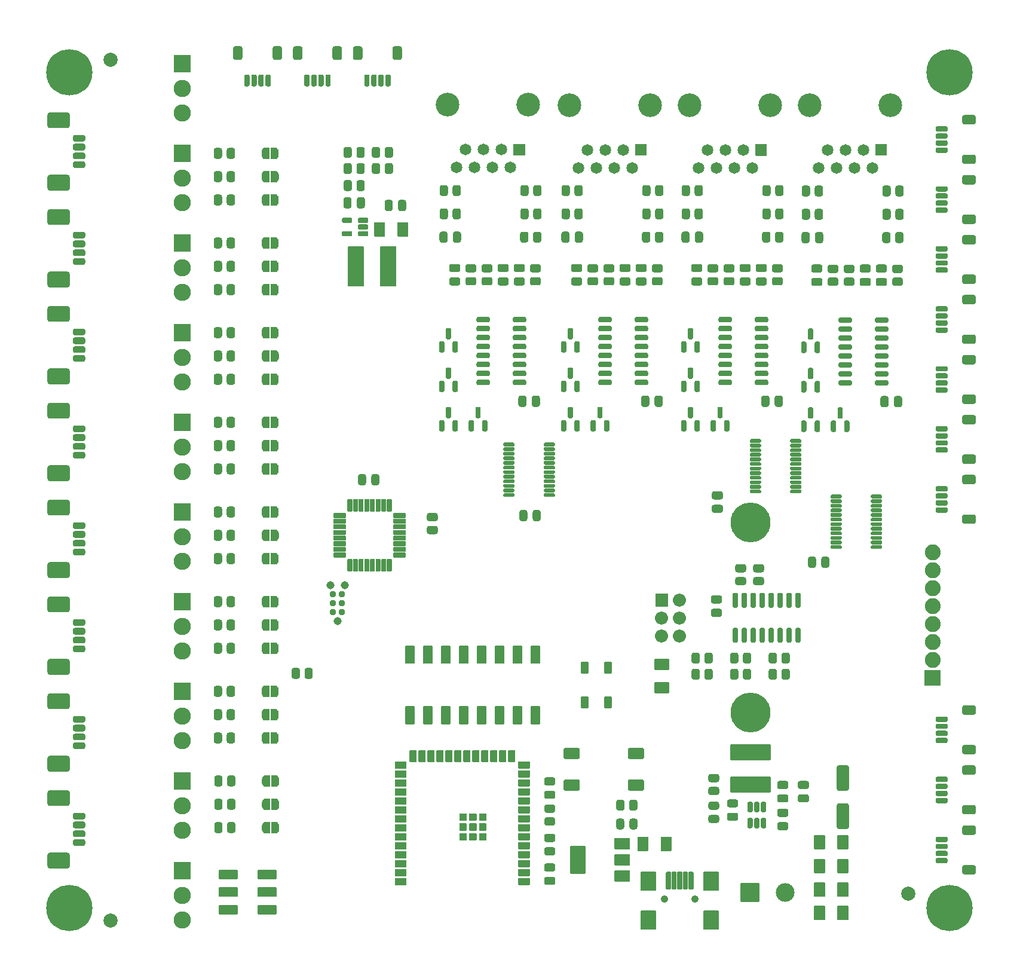
<source format=gts>
G04 #@! TF.GenerationSoftware,KiCad,Pcbnew,6.0.10-86aedd382b~118~ubuntu18.04.1*
G04 #@! TF.CreationDate,2025-04-04T14:58:15-06:00*
G04 #@! TF.ProjectId,mss-xcade,6d73732d-7863-4616-9465-2e6b69636164,rev?*
G04 #@! TF.SameCoordinates,Original*
G04 #@! TF.FileFunction,Soldermask,Top*
G04 #@! TF.FilePolarity,Negative*
%FSLAX46Y46*%
G04 Gerber Fmt 4.6, Leading zero omitted, Abs format (unit mm)*
G04 Created by KiCad (PCBNEW 6.0.10-86aedd382b~118~ubuntu18.04.1) date 2025-04-04 14:58:15*
%MOMM*%
%LPD*%
G01*
G04 APERTURE LIST*
%ADD10C,2.452400*%
%ADD11O,1.852400X1.852400*%
%ADD12C,2.000000*%
%ADD13C,3.352400*%
%ADD14C,1.652400*%
%ADD15C,6.552400*%
%ADD16C,5.652400*%
%ADD17C,1.143000*%
%ADD18C,0.939800*%
%ADD19C,2.652400*%
%ADD20C,1.052400*%
%ADD21C,2.252400*%
G04 APERTURE END LIST*
G36*
G01*
X139250000Y-54315300D02*
X140150000Y-54315300D01*
G75*
G02*
X140476200Y-54641500I0J-326200D01*
G01*
X140476200Y-55166500D01*
G75*
G02*
X140150000Y-55492700I-326200J0D01*
G01*
X139250000Y-55492700D01*
G75*
G02*
X138923800Y-55166500I0J326200D01*
G01*
X138923800Y-54641500D01*
G75*
G02*
X139250000Y-54315300I326200J0D01*
G01*
G37*
G36*
G01*
X139250000Y-56140300D02*
X140150000Y-56140300D01*
G75*
G02*
X140476200Y-56466500I0J-326200D01*
G01*
X140476200Y-56991500D01*
G75*
G02*
X140150000Y-57317700I-326200J0D01*
G01*
X139250000Y-57317700D01*
G75*
G02*
X138923800Y-56991500I0J326200D01*
G01*
X138923800Y-56466500D01*
G75*
G02*
X139250000Y-56140300I326200J0D01*
G01*
G37*
G36*
G01*
X103990200Y-108262000D02*
X103990200Y-109162000D01*
G75*
G02*
X103664000Y-109488200I-326200J0D01*
G01*
X103139000Y-109488200D01*
G75*
G02*
X102812800Y-109162000I0J326200D01*
G01*
X102812800Y-108262000D01*
G75*
G02*
X103139000Y-107935800I326200J0D01*
G01*
X103664000Y-107935800D01*
G75*
G02*
X103990200Y-108262000I0J-326200D01*
G01*
G37*
G36*
G01*
X102165200Y-108262000D02*
X102165200Y-109162000D01*
G75*
G02*
X101839000Y-109488200I-326200J0D01*
G01*
X101314000Y-109488200D01*
G75*
G02*
X100987800Y-109162000I0J326200D01*
G01*
X100987800Y-108262000D01*
G75*
G02*
X101314000Y-107935800I326200J0D01*
G01*
X101839000Y-107935800D01*
G75*
G02*
X102165200Y-108262000I0J-326200D01*
G01*
G37*
G36*
G01*
X103990200Y-88958000D02*
X103990200Y-89858000D01*
G75*
G02*
X103664000Y-90184200I-326200J0D01*
G01*
X103139000Y-90184200D01*
G75*
G02*
X102812800Y-89858000I0J326200D01*
G01*
X102812800Y-88958000D01*
G75*
G02*
X103139000Y-88631800I326200J0D01*
G01*
X103664000Y-88631800D01*
G75*
G02*
X103990200Y-88958000I0J-326200D01*
G01*
G37*
G36*
G01*
X102165200Y-88958000D02*
X102165200Y-89858000D01*
G75*
G02*
X101839000Y-90184200I-326200J0D01*
G01*
X101314000Y-90184200D01*
G75*
G02*
X100987800Y-89858000I0J326200D01*
G01*
X100987800Y-88958000D01*
G75*
G02*
X101314000Y-88631800I326200J0D01*
G01*
X101839000Y-88631800D01*
G75*
G02*
X102165200Y-88958000I0J-326200D01*
G01*
G37*
G36*
G01*
X161541800Y-74198500D02*
X161541800Y-73248500D01*
G75*
G02*
X161868000Y-72922300I326200J0D01*
G01*
X162368000Y-72922300D01*
G75*
G02*
X162694200Y-73248500I0J-326200D01*
G01*
X162694200Y-74198500D01*
G75*
G02*
X162368000Y-74524700I-326200J0D01*
G01*
X161868000Y-74524700D01*
G75*
G02*
X161541800Y-74198500I0J326200D01*
G01*
G37*
G36*
G01*
X163441800Y-74198500D02*
X163441800Y-73248500D01*
G75*
G02*
X163768000Y-72922300I326200J0D01*
G01*
X164268000Y-72922300D01*
G75*
G02*
X164594200Y-73248500I0J-326200D01*
G01*
X164594200Y-74198500D01*
G75*
G02*
X164268000Y-74524700I-326200J0D01*
G01*
X163768000Y-74524700D01*
G75*
G02*
X163441800Y-74198500I0J326200D01*
G01*
G37*
G36*
G01*
X103990200Y-92260000D02*
X103990200Y-93160000D01*
G75*
G02*
X103664000Y-93486200I-326200J0D01*
G01*
X103139000Y-93486200D01*
G75*
G02*
X102812800Y-93160000I0J326200D01*
G01*
X102812800Y-92260000D01*
G75*
G02*
X103139000Y-91933800I326200J0D01*
G01*
X103664000Y-91933800D01*
G75*
G02*
X103990200Y-92260000I0J-326200D01*
G01*
G37*
G36*
G01*
X102165200Y-92260000D02*
X102165200Y-93160000D01*
G75*
G02*
X101839000Y-93486200I-326200J0D01*
G01*
X101314000Y-93486200D01*
G75*
G02*
X100987800Y-93160000I0J326200D01*
G01*
X100987800Y-92260000D01*
G75*
G02*
X101314000Y-91933800I326200J0D01*
G01*
X101839000Y-91933800D01*
G75*
G02*
X102165200Y-92260000I0J-326200D01*
G01*
G37*
G36*
G01*
X95370000Y-88181800D02*
X97670000Y-88181800D01*
G75*
G02*
X97746200Y-88258000I0J-76200D01*
G01*
X97746200Y-90558000D01*
G75*
G02*
X97670000Y-90634200I-76200J0D01*
G01*
X95370000Y-90634200D01*
G75*
G02*
X95293800Y-90558000I0J76200D01*
G01*
X95293800Y-88258000D01*
G75*
G02*
X95370000Y-88181800I76200J0D01*
G01*
G37*
D10*
X96520000Y-92908000D03*
X96520000Y-96408000D03*
G36*
G01*
X103990200Y-38158000D02*
X103990200Y-39058000D01*
G75*
G02*
X103664000Y-39384200I-326200J0D01*
G01*
X103139000Y-39384200D01*
G75*
G02*
X102812800Y-39058000I0J326200D01*
G01*
X102812800Y-38158000D01*
G75*
G02*
X103139000Y-37831800I326200J0D01*
G01*
X103664000Y-37831800D01*
G75*
G02*
X103990200Y-38158000I0J-326200D01*
G01*
G37*
G36*
G01*
X102165200Y-38158000D02*
X102165200Y-39058000D01*
G75*
G02*
X101839000Y-39384200I-326200J0D01*
G01*
X101314000Y-39384200D01*
G75*
G02*
X100987800Y-39058000I0J326200D01*
G01*
X100987800Y-38158000D01*
G75*
G02*
X101314000Y-37831800I326200J0D01*
G01*
X101839000Y-37831800D01*
G75*
G02*
X102165200Y-38158000I0J-326200D01*
G01*
G37*
G36*
G01*
X103990200Y-82862000D02*
X103990200Y-83762000D01*
G75*
G02*
X103664000Y-84088200I-326200J0D01*
G01*
X103139000Y-84088200D01*
G75*
G02*
X102812800Y-83762000I0J326200D01*
G01*
X102812800Y-82862000D01*
G75*
G02*
X103139000Y-82535800I326200J0D01*
G01*
X103664000Y-82535800D01*
G75*
G02*
X103990200Y-82862000I0J-326200D01*
G01*
G37*
G36*
G01*
X102165200Y-82862000D02*
X102165200Y-83762000D01*
G75*
G02*
X101839000Y-84088200I-326200J0D01*
G01*
X101314000Y-84088200D01*
G75*
G02*
X100987800Y-83762000I0J326200D01*
G01*
X100987800Y-82862000D01*
G75*
G02*
X101314000Y-82535800I326200J0D01*
G01*
X101839000Y-82535800D01*
G75*
G02*
X102165200Y-82862000I0J-326200D01*
G01*
G37*
G36*
G01*
X184747000Y-72490200D02*
X184447000Y-72490200D01*
G75*
G02*
X184220800Y-72264000I0J226200D01*
G01*
X184220800Y-71089000D01*
G75*
G02*
X184447000Y-70862800I226200J0D01*
G01*
X184747000Y-70862800D01*
G75*
G02*
X184973200Y-71089000I0J-226200D01*
G01*
X184973200Y-72264000D01*
G75*
G02*
X184747000Y-72490200I-226200J0D01*
G01*
G37*
G36*
G01*
X186647000Y-72490200D02*
X186347000Y-72490200D01*
G75*
G02*
X186120800Y-72264000I0J226200D01*
G01*
X186120800Y-71089000D01*
G75*
G02*
X186347000Y-70862800I226200J0D01*
G01*
X186647000Y-70862800D01*
G75*
G02*
X186873200Y-71089000I0J-226200D01*
G01*
X186873200Y-72264000D01*
G75*
G02*
X186647000Y-72490200I-226200J0D01*
G01*
G37*
G36*
G01*
X185697000Y-70615200D02*
X185397000Y-70615200D01*
G75*
G02*
X185170800Y-70389000I0J226200D01*
G01*
X185170800Y-69214000D01*
G75*
G02*
X185397000Y-68987800I226200J0D01*
G01*
X185697000Y-68987800D01*
G75*
G02*
X185923200Y-69214000I0J-226200D01*
G01*
X185923200Y-70389000D01*
G75*
G02*
X185697000Y-70615200I-226200J0D01*
G01*
G37*
G36*
X109067020Y-96820373D02*
G01*
X109040958Y-96775232D01*
X109039800Y-96762000D01*
X109039800Y-95262000D01*
X109057627Y-95213020D01*
X109102768Y-95186958D01*
X109116000Y-95185800D01*
X109616000Y-95185800D01*
X109630334Y-95191017D01*
X109697337Y-95192245D01*
X109718664Y-95195699D01*
X109853979Y-95237974D01*
X109873480Y-95247275D01*
X109991490Y-95325830D01*
X110007596Y-95340231D01*
X110098816Y-95448750D01*
X110110233Y-95467092D01*
X110167328Y-95596851D01*
X110173138Y-95617660D01*
X110190060Y-95747068D01*
X110191042Y-95748768D01*
X110192200Y-95762000D01*
X110192200Y-96262000D01*
X110191448Y-96264066D01*
X110191256Y-96279833D01*
X110169445Y-96419910D01*
X110163128Y-96440570D01*
X110102880Y-96568895D01*
X110091018Y-96586953D01*
X109997174Y-96693211D01*
X109980721Y-96707213D01*
X109860826Y-96782861D01*
X109841105Y-96791683D01*
X109704798Y-96830640D01*
X109683392Y-96833573D01*
X109635745Y-96833282D01*
X109629232Y-96837042D01*
X109616000Y-96838200D01*
X109116000Y-96838200D01*
X109067020Y-96820373D01*
G37*
G36*
X108301919Y-96833075D02*
G01*
X108241630Y-96832707D01*
X108220262Y-96829513D01*
X108084441Y-96788894D01*
X108064828Y-96779832D01*
X107945866Y-96702725D01*
X107929585Y-96688522D01*
X107837047Y-96581125D01*
X107825408Y-96562924D01*
X107766731Y-96433872D01*
X107760667Y-96413135D01*
X107740570Y-96272802D01*
X107739800Y-96262000D01*
X107739800Y-95762000D01*
X107739806Y-95761071D01*
X107739955Y-95748855D01*
X107741005Y-95737142D01*
X107764525Y-95597341D01*
X107771094Y-95576758D01*
X107832906Y-95449179D01*
X107844987Y-95431268D01*
X107940122Y-95326164D01*
X107956745Y-95312363D01*
X108077555Y-95238186D01*
X108097383Y-95229606D01*
X108234156Y-95192317D01*
X108255596Y-95189647D01*
X108296802Y-95190402D01*
X108302768Y-95186958D01*
X108316000Y-95185800D01*
X108816000Y-95185800D01*
X108864980Y-95203627D01*
X108891042Y-95248768D01*
X108892200Y-95262000D01*
X108892200Y-96762000D01*
X108874373Y-96810980D01*
X108829232Y-96837042D01*
X108816000Y-96838200D01*
X108316000Y-96838200D01*
X108301919Y-96833075D01*
G37*
G36*
G01*
X179819300Y-129159000D02*
X174256700Y-129159000D01*
G75*
G02*
X174180500Y-129082800I0J76200D01*
G01*
X174180500Y-126974600D01*
G75*
G02*
X174256700Y-126898400I76200J0D01*
G01*
X179819300Y-126898400D01*
G75*
G02*
X179895500Y-126974600I0J-76200D01*
G01*
X179895500Y-129082800D01*
G75*
G02*
X179819300Y-129159000I-76200J0D01*
G01*
G37*
G36*
G01*
X179819300Y-124561600D02*
X174256700Y-124561600D01*
G75*
G02*
X174180500Y-124485400I0J76200D01*
G01*
X174180500Y-122377200D01*
G75*
G02*
X174256700Y-122301000I76200J0D01*
G01*
X179819300Y-122301000D01*
G75*
G02*
X179895500Y-122377200I0J-76200D01*
G01*
X179895500Y-124485400D01*
G75*
G02*
X179819300Y-124561600I-76200J0D01*
G01*
G37*
G36*
G01*
X95370000Y-37381800D02*
X97670000Y-37381800D01*
G75*
G02*
X97746200Y-37458000I0J-76200D01*
G01*
X97746200Y-39758000D01*
G75*
G02*
X97670000Y-39834200I-76200J0D01*
G01*
X95370000Y-39834200D01*
G75*
G02*
X95293800Y-39758000I0J76200D01*
G01*
X95293800Y-37458000D01*
G75*
G02*
X95370000Y-37381800I76200J0D01*
G01*
G37*
X96520000Y-42108000D03*
X96520000Y-45608000D03*
G36*
G01*
X95370000Y-126281800D02*
X97670000Y-126281800D01*
G75*
G02*
X97746200Y-126358000I0J-76200D01*
G01*
X97746200Y-128658000D01*
G75*
G02*
X97670000Y-128734200I-76200J0D01*
G01*
X95370000Y-128734200D01*
G75*
G02*
X95293800Y-128658000I0J76200D01*
G01*
X95293800Y-126358000D01*
G75*
G02*
X95370000Y-126281800I76200J0D01*
G01*
G37*
X96520000Y-131008000D03*
X96520000Y-134508000D03*
G36*
G01*
X171920000Y-78014700D02*
X171620000Y-78014700D01*
G75*
G02*
X171393800Y-77788500I0J226200D01*
G01*
X171393800Y-76613500D01*
G75*
G02*
X171620000Y-76387300I226200J0D01*
G01*
X171920000Y-76387300D01*
G75*
G02*
X172146200Y-76613500I0J-226200D01*
G01*
X172146200Y-77788500D01*
G75*
G02*
X171920000Y-78014700I-226200J0D01*
G01*
G37*
G36*
G01*
X173820000Y-78014700D02*
X173520000Y-78014700D01*
G75*
G02*
X173293800Y-77788500I0J226200D01*
G01*
X173293800Y-76613500D01*
G75*
G02*
X173520000Y-76387300I226200J0D01*
G01*
X173820000Y-76387300D01*
G75*
G02*
X174046200Y-76613500I0J-226200D01*
G01*
X174046200Y-77788500D01*
G75*
G02*
X173820000Y-78014700I-226200J0D01*
G01*
G37*
G36*
G01*
X172870000Y-76139700D02*
X172570000Y-76139700D01*
G75*
G02*
X172343800Y-75913500I0J226200D01*
G01*
X172343800Y-74738500D01*
G75*
G02*
X172570000Y-74512300I226200J0D01*
G01*
X172870000Y-74512300D01*
G75*
G02*
X173096200Y-74738500I0J-226200D01*
G01*
X173096200Y-75913500D01*
G75*
G02*
X172870000Y-76139700I-226200J0D01*
G01*
G37*
G36*
G01*
X81302000Y-36002800D02*
X82502000Y-36002800D01*
G75*
G02*
X82778200Y-36279000I0J-276200D01*
G01*
X82778200Y-36679000D01*
G75*
G02*
X82502000Y-36955200I-276200J0D01*
G01*
X81302000Y-36955200D01*
G75*
G02*
X81025800Y-36679000I0J276200D01*
G01*
X81025800Y-36279000D01*
G75*
G02*
X81302000Y-36002800I276200J0D01*
G01*
G37*
G36*
G01*
X81302000Y-37252800D02*
X82502000Y-37252800D01*
G75*
G02*
X82778200Y-37529000I0J-276200D01*
G01*
X82778200Y-37929000D01*
G75*
G02*
X82502000Y-38205200I-276200J0D01*
G01*
X81302000Y-38205200D01*
G75*
G02*
X81025800Y-37929000I0J276200D01*
G01*
X81025800Y-37529000D01*
G75*
G02*
X81302000Y-37252800I276200J0D01*
G01*
G37*
G36*
G01*
X81302000Y-38502800D02*
X82502000Y-38502800D01*
G75*
G02*
X82778200Y-38779000I0J-276200D01*
G01*
X82778200Y-39179000D01*
G75*
G02*
X82502000Y-39455200I-276200J0D01*
G01*
X81302000Y-39455200D01*
G75*
G02*
X81025800Y-39179000I0J276200D01*
G01*
X81025800Y-38779000D01*
G75*
G02*
X81302000Y-38502800I276200J0D01*
G01*
G37*
G36*
G01*
X81302000Y-39752800D02*
X82502000Y-39752800D01*
G75*
G02*
X82778200Y-40029000I0J-276200D01*
G01*
X82778200Y-40429000D01*
G75*
G02*
X82502000Y-40705200I-276200J0D01*
G01*
X81302000Y-40705200D01*
G75*
G02*
X81025800Y-40429000I0J276200D01*
G01*
X81025800Y-40029000D01*
G75*
G02*
X81302000Y-39752800I276200J0D01*
G01*
G37*
G36*
G01*
X77752001Y-41652800D02*
X80251999Y-41652800D01*
G75*
G02*
X80578200Y-41979001I0J-326201D01*
G01*
X80578200Y-43578999D01*
G75*
G02*
X80251999Y-43905200I-326201J0D01*
G01*
X77752001Y-43905200D01*
G75*
G02*
X77425800Y-43578999I0J326201D01*
G01*
X77425800Y-41979001D01*
G75*
G02*
X77752001Y-41652800I326201J0D01*
G01*
G37*
G36*
G01*
X77752001Y-32802800D02*
X80251999Y-32802800D01*
G75*
G02*
X80578200Y-33129001I0J-326201D01*
G01*
X80578200Y-34728999D01*
G75*
G02*
X80251999Y-35055200I-326201J0D01*
G01*
X77752001Y-35055200D01*
G75*
G02*
X77425800Y-34728999I0J326201D01*
G01*
X77425800Y-33129001D01*
G75*
G02*
X77752001Y-32802800I326201J0D01*
G01*
G37*
G36*
G01*
X163533800Y-102719000D02*
X163533800Y-101019000D01*
G75*
G02*
X163610000Y-100942800I76200J0D01*
G01*
X165310000Y-100942800D01*
G75*
G02*
X165386200Y-101019000I0J-76200D01*
G01*
X165386200Y-102719000D01*
G75*
G02*
X165310000Y-102795200I-76200J0D01*
G01*
X163610000Y-102795200D01*
G75*
G02*
X163533800Y-102719000I0J76200D01*
G01*
G37*
D11*
X167000000Y-101869000D03*
X164460000Y-104409000D03*
X167000000Y-104409000D03*
X164460000Y-106949000D03*
X167000000Y-106949000D03*
G36*
X109067020Y-80818373D02*
G01*
X109040958Y-80773232D01*
X109039800Y-80760000D01*
X109039800Y-79260000D01*
X109057627Y-79211020D01*
X109102768Y-79184958D01*
X109116000Y-79183800D01*
X109616000Y-79183800D01*
X109630334Y-79189017D01*
X109697337Y-79190245D01*
X109718664Y-79193699D01*
X109853979Y-79235974D01*
X109873480Y-79245275D01*
X109991490Y-79323830D01*
X110007596Y-79338231D01*
X110098816Y-79446750D01*
X110110233Y-79465092D01*
X110167328Y-79594851D01*
X110173138Y-79615660D01*
X110190060Y-79745068D01*
X110191042Y-79746768D01*
X110192200Y-79760000D01*
X110192200Y-80260000D01*
X110191448Y-80262066D01*
X110191256Y-80277833D01*
X110169445Y-80417910D01*
X110163128Y-80438570D01*
X110102880Y-80566895D01*
X110091018Y-80584953D01*
X109997174Y-80691211D01*
X109980721Y-80705213D01*
X109860826Y-80780861D01*
X109841105Y-80789683D01*
X109704798Y-80828640D01*
X109683392Y-80831573D01*
X109635745Y-80831282D01*
X109629232Y-80835042D01*
X109616000Y-80836200D01*
X109116000Y-80836200D01*
X109067020Y-80818373D01*
G37*
G36*
X108301919Y-80831075D02*
G01*
X108241630Y-80830707D01*
X108220262Y-80827513D01*
X108084441Y-80786894D01*
X108064828Y-80777832D01*
X107945866Y-80700725D01*
X107929585Y-80686522D01*
X107837047Y-80579125D01*
X107825408Y-80560924D01*
X107766731Y-80431872D01*
X107760667Y-80411135D01*
X107740570Y-80270802D01*
X107739800Y-80260000D01*
X107739800Y-79760000D01*
X107739806Y-79759071D01*
X107739955Y-79746855D01*
X107741005Y-79735142D01*
X107764525Y-79595341D01*
X107771094Y-79574758D01*
X107832906Y-79447179D01*
X107844987Y-79429268D01*
X107940122Y-79324164D01*
X107956745Y-79310363D01*
X108077555Y-79236186D01*
X108097383Y-79227606D01*
X108234156Y-79190317D01*
X108255596Y-79187647D01*
X108296802Y-79188402D01*
X108302768Y-79184958D01*
X108316000Y-79183800D01*
X108816000Y-79183800D01*
X108864980Y-79201627D01*
X108891042Y-79246768D01*
X108892200Y-79260000D01*
X108892200Y-80760000D01*
X108874373Y-80808980D01*
X108829232Y-80835042D01*
X108816000Y-80836200D01*
X108316000Y-80836200D01*
X108301919Y-80831075D01*
G37*
G36*
G01*
X137630000Y-78014700D02*
X137330000Y-78014700D01*
G75*
G02*
X137103800Y-77788500I0J226200D01*
G01*
X137103800Y-76613500D01*
G75*
G02*
X137330000Y-76387300I226200J0D01*
G01*
X137630000Y-76387300D01*
G75*
G02*
X137856200Y-76613500I0J-226200D01*
G01*
X137856200Y-77788500D01*
G75*
G02*
X137630000Y-78014700I-226200J0D01*
G01*
G37*
G36*
G01*
X139530000Y-78014700D02*
X139230000Y-78014700D01*
G75*
G02*
X139003800Y-77788500I0J226200D01*
G01*
X139003800Y-76613500D01*
G75*
G02*
X139230000Y-76387300I226200J0D01*
G01*
X139530000Y-76387300D01*
G75*
G02*
X139756200Y-76613500I0J-226200D01*
G01*
X139756200Y-77788500D01*
G75*
G02*
X139530000Y-78014700I-226200J0D01*
G01*
G37*
G36*
G01*
X138580000Y-76139700D02*
X138280000Y-76139700D01*
G75*
G02*
X138053800Y-75913500I0J226200D01*
G01*
X138053800Y-74738500D01*
G75*
G02*
X138280000Y-74512300I226200J0D01*
G01*
X138580000Y-74512300D01*
G75*
G02*
X138806200Y-74738500I0J-226200D01*
G01*
X138806200Y-75913500D01*
G75*
G02*
X138580000Y-76139700I-226200J0D01*
G01*
G37*
G36*
G01*
X204746000Y-139163200D02*
X203496000Y-139163200D01*
G75*
G02*
X203269800Y-138937000I0J226200D01*
G01*
X203269800Y-138637000D01*
G75*
G02*
X203496000Y-138410800I226200J0D01*
G01*
X204746000Y-138410800D01*
G75*
G02*
X204972200Y-138637000I0J-226200D01*
G01*
X204972200Y-138937000D01*
G75*
G02*
X204746000Y-139163200I-226200J0D01*
G01*
G37*
G36*
G01*
X204746000Y-138163200D02*
X203496000Y-138163200D01*
G75*
G02*
X203269800Y-137937000I0J226200D01*
G01*
X203269800Y-137637000D01*
G75*
G02*
X203496000Y-137410800I226200J0D01*
G01*
X204746000Y-137410800D01*
G75*
G02*
X204972200Y-137637000I0J-226200D01*
G01*
X204972200Y-137937000D01*
G75*
G02*
X204746000Y-138163200I-226200J0D01*
G01*
G37*
G36*
G01*
X204746000Y-137163200D02*
X203496000Y-137163200D01*
G75*
G02*
X203269800Y-136937000I0J226200D01*
G01*
X203269800Y-136637000D01*
G75*
G02*
X203496000Y-136410800I226200J0D01*
G01*
X204746000Y-136410800D01*
G75*
G02*
X204972200Y-136637000I0J-226200D01*
G01*
X204972200Y-136937000D01*
G75*
G02*
X204746000Y-137163200I-226200J0D01*
G01*
G37*
G36*
G01*
X204746000Y-136163200D02*
X203496000Y-136163200D01*
G75*
G02*
X203269800Y-135937000I0J226200D01*
G01*
X203269800Y-135637000D01*
G75*
G02*
X203496000Y-135410800I226200J0D01*
G01*
X204746000Y-135410800D01*
G75*
G02*
X204972200Y-135637000I0J-226200D01*
G01*
X204972200Y-135937000D01*
G75*
G02*
X204746000Y-136163200I-226200J0D01*
G01*
G37*
G36*
G01*
X208646000Y-140763200D02*
X207346000Y-140763200D01*
G75*
G02*
X207019800Y-140437000I0J326200D01*
G01*
X207019800Y-139737000D01*
G75*
G02*
X207346000Y-139410800I326200J0D01*
G01*
X208646000Y-139410800D01*
G75*
G02*
X208972200Y-139737000I0J-326200D01*
G01*
X208972200Y-140437000D01*
G75*
G02*
X208646000Y-140763200I-326200J0D01*
G01*
G37*
G36*
G01*
X208646000Y-135163200D02*
X207346000Y-135163200D01*
G75*
G02*
X207019800Y-134837000I0J326200D01*
G01*
X207019800Y-134137000D01*
G75*
G02*
X207346000Y-133810800I326200J0D01*
G01*
X208646000Y-133810800D01*
G75*
G02*
X208972200Y-134137000I0J-326200D01*
G01*
X208972200Y-134837000D01*
G75*
G02*
X208646000Y-135163200I-326200J0D01*
G01*
G37*
G36*
G01*
X179037000Y-57342700D02*
X178087000Y-57342700D01*
G75*
G02*
X177760800Y-57016500I0J326200D01*
G01*
X177760800Y-56516500D01*
G75*
G02*
X178087000Y-56190300I326200J0D01*
G01*
X179037000Y-56190300D01*
G75*
G02*
X179363200Y-56516500I0J-326200D01*
G01*
X179363200Y-57016500D01*
G75*
G02*
X179037000Y-57342700I-326200J0D01*
G01*
G37*
G36*
G01*
X179037000Y-55442700D02*
X178087000Y-55442700D01*
G75*
G02*
X177760800Y-55116500I0J326200D01*
G01*
X177760800Y-54616500D01*
G75*
G02*
X178087000Y-54290300I326200J0D01*
G01*
X179037000Y-54290300D01*
G75*
G02*
X179363200Y-54616500I0J-326200D01*
G01*
X179363200Y-55116500D01*
G75*
G02*
X179037000Y-55442700I-326200J0D01*
G01*
G37*
G36*
G01*
X150711000Y-72426700D02*
X150411000Y-72426700D01*
G75*
G02*
X150184800Y-72200500I0J226200D01*
G01*
X150184800Y-71025500D01*
G75*
G02*
X150411000Y-70799300I226200J0D01*
G01*
X150711000Y-70799300D01*
G75*
G02*
X150937200Y-71025500I0J-226200D01*
G01*
X150937200Y-72200500D01*
G75*
G02*
X150711000Y-72426700I-226200J0D01*
G01*
G37*
G36*
G01*
X152611000Y-72426700D02*
X152311000Y-72426700D01*
G75*
G02*
X152084800Y-72200500I0J226200D01*
G01*
X152084800Y-71025500D01*
G75*
G02*
X152311000Y-70799300I226200J0D01*
G01*
X152611000Y-70799300D01*
G75*
G02*
X152837200Y-71025500I0J-226200D01*
G01*
X152837200Y-72200500D01*
G75*
G02*
X152611000Y-72426700I-226200J0D01*
G01*
G37*
G36*
G01*
X151661000Y-70551700D02*
X151361000Y-70551700D01*
G75*
G02*
X151134800Y-70325500I0J226200D01*
G01*
X151134800Y-69150500D01*
G75*
G02*
X151361000Y-68924300I226200J0D01*
G01*
X151661000Y-68924300D01*
G75*
G02*
X151887200Y-69150500I0J-226200D01*
G01*
X151887200Y-70325500D01*
G75*
G02*
X151661000Y-70551700I-226200J0D01*
G01*
G37*
G36*
G01*
X156522000Y-54315300D02*
X157422000Y-54315300D01*
G75*
G02*
X157748200Y-54641500I0J-326200D01*
G01*
X157748200Y-55166500D01*
G75*
G02*
X157422000Y-55492700I-326200J0D01*
G01*
X156522000Y-55492700D01*
G75*
G02*
X156195800Y-55166500I0J326200D01*
G01*
X156195800Y-54641500D01*
G75*
G02*
X156522000Y-54315300I326200J0D01*
G01*
G37*
G36*
G01*
X156522000Y-56140300D02*
X157422000Y-56140300D01*
G75*
G02*
X157748200Y-56466500I0J-326200D01*
G01*
X157748200Y-56991500D01*
G75*
G02*
X157422000Y-57317700I-326200J0D01*
G01*
X156522000Y-57317700D01*
G75*
G02*
X156195800Y-56991500I0J326200D01*
G01*
X156195800Y-56466500D01*
G75*
G02*
X156522000Y-56140300I326200J0D01*
G01*
G37*
G36*
G01*
X167729000Y-72426700D02*
X167429000Y-72426700D01*
G75*
G02*
X167202800Y-72200500I0J226200D01*
G01*
X167202800Y-71025500D01*
G75*
G02*
X167429000Y-70799300I226200J0D01*
G01*
X167729000Y-70799300D01*
G75*
G02*
X167955200Y-71025500I0J-226200D01*
G01*
X167955200Y-72200500D01*
G75*
G02*
X167729000Y-72426700I-226200J0D01*
G01*
G37*
G36*
G01*
X169629000Y-72426700D02*
X169329000Y-72426700D01*
G75*
G02*
X169102800Y-72200500I0J226200D01*
G01*
X169102800Y-71025500D01*
G75*
G02*
X169329000Y-70799300I226200J0D01*
G01*
X169629000Y-70799300D01*
G75*
G02*
X169855200Y-71025500I0J-226200D01*
G01*
X169855200Y-72200500D01*
G75*
G02*
X169629000Y-72426700I-226200J0D01*
G01*
G37*
G36*
G01*
X168679000Y-70551700D02*
X168379000Y-70551700D01*
G75*
G02*
X168152800Y-70325500I0J226200D01*
G01*
X168152800Y-69150500D01*
G75*
G02*
X168379000Y-68924300I226200J0D01*
G01*
X168679000Y-68924300D01*
G75*
G02*
X168905200Y-69150500I0J-226200D01*
G01*
X168905200Y-70325500D01*
G75*
G02*
X168679000Y-70551700I-226200J0D01*
G01*
G37*
G36*
G01*
X81302000Y-132014800D02*
X82502000Y-132014800D01*
G75*
G02*
X82778200Y-132291000I0J-276200D01*
G01*
X82778200Y-132691000D01*
G75*
G02*
X82502000Y-132967200I-276200J0D01*
G01*
X81302000Y-132967200D01*
G75*
G02*
X81025800Y-132691000I0J276200D01*
G01*
X81025800Y-132291000D01*
G75*
G02*
X81302000Y-132014800I276200J0D01*
G01*
G37*
G36*
G01*
X81302000Y-133264800D02*
X82502000Y-133264800D01*
G75*
G02*
X82778200Y-133541000I0J-276200D01*
G01*
X82778200Y-133941000D01*
G75*
G02*
X82502000Y-134217200I-276200J0D01*
G01*
X81302000Y-134217200D01*
G75*
G02*
X81025800Y-133941000I0J276200D01*
G01*
X81025800Y-133541000D01*
G75*
G02*
X81302000Y-133264800I276200J0D01*
G01*
G37*
G36*
G01*
X81302000Y-134514800D02*
X82502000Y-134514800D01*
G75*
G02*
X82778200Y-134791000I0J-276200D01*
G01*
X82778200Y-135191000D01*
G75*
G02*
X82502000Y-135467200I-276200J0D01*
G01*
X81302000Y-135467200D01*
G75*
G02*
X81025800Y-135191000I0J276200D01*
G01*
X81025800Y-134791000D01*
G75*
G02*
X81302000Y-134514800I276200J0D01*
G01*
G37*
G36*
G01*
X81302000Y-135764800D02*
X82502000Y-135764800D01*
G75*
G02*
X82778200Y-136041000I0J-276200D01*
G01*
X82778200Y-136441000D01*
G75*
G02*
X82502000Y-136717200I-276200J0D01*
G01*
X81302000Y-136717200D01*
G75*
G02*
X81025800Y-136441000I0J276200D01*
G01*
X81025800Y-136041000D01*
G75*
G02*
X81302000Y-135764800I276200J0D01*
G01*
G37*
G36*
G01*
X77752001Y-128814800D02*
X80251999Y-128814800D01*
G75*
G02*
X80578200Y-129141001I0J-326201D01*
G01*
X80578200Y-130740999D01*
G75*
G02*
X80251999Y-131067200I-326201J0D01*
G01*
X77752001Y-131067200D01*
G75*
G02*
X77425800Y-130740999I0J326201D01*
G01*
X77425800Y-129141001D01*
G75*
G02*
X77752001Y-128814800I326201J0D01*
G01*
G37*
G36*
G01*
X77752001Y-137664800D02*
X80251999Y-137664800D01*
G75*
G02*
X80578200Y-137991001I0J-326201D01*
G01*
X80578200Y-139590999D01*
G75*
G02*
X80251999Y-139917200I-326201J0D01*
G01*
X77752001Y-139917200D01*
G75*
G02*
X77425800Y-139590999I0J326201D01*
G01*
X77425800Y-137991001D01*
G75*
G02*
X77752001Y-137664800I326201J0D01*
G01*
G37*
G36*
G01*
X126053976Y-27664000D02*
X126053976Y-28914000D01*
G75*
G02*
X125827776Y-29140200I-226200J0D01*
G01*
X125527776Y-29140200D01*
G75*
G02*
X125301576Y-28914000I0J226200D01*
G01*
X125301576Y-27664000D01*
G75*
G02*
X125527776Y-27437800I226200J0D01*
G01*
X125827776Y-27437800D01*
G75*
G02*
X126053976Y-27664000I0J-226200D01*
G01*
G37*
G36*
G01*
X125053976Y-27664000D02*
X125053976Y-28914000D01*
G75*
G02*
X124827776Y-29140200I-226200J0D01*
G01*
X124527776Y-29140200D01*
G75*
G02*
X124301576Y-28914000I0J226200D01*
G01*
X124301576Y-27664000D01*
G75*
G02*
X124527776Y-27437800I226200J0D01*
G01*
X124827776Y-27437800D01*
G75*
G02*
X125053976Y-27664000I0J-226200D01*
G01*
G37*
G36*
G01*
X124053976Y-27664000D02*
X124053976Y-28914000D01*
G75*
G02*
X123827776Y-29140200I-226200J0D01*
G01*
X123527776Y-29140200D01*
G75*
G02*
X123301576Y-28914000I0J226200D01*
G01*
X123301576Y-27664000D01*
G75*
G02*
X123527776Y-27437800I226200J0D01*
G01*
X123827776Y-27437800D01*
G75*
G02*
X124053976Y-27664000I0J-226200D01*
G01*
G37*
G36*
G01*
X123053976Y-27664000D02*
X123053976Y-28914000D01*
G75*
G02*
X122827776Y-29140200I-226200J0D01*
G01*
X122527776Y-29140200D01*
G75*
G02*
X122301576Y-28914000I0J226200D01*
G01*
X122301576Y-27664000D01*
G75*
G02*
X122527776Y-27437800I226200J0D01*
G01*
X122827776Y-27437800D01*
G75*
G02*
X123053976Y-27664000I0J-226200D01*
G01*
G37*
G36*
G01*
X122053976Y-23764000D02*
X122053976Y-25064000D01*
G75*
G02*
X121727776Y-25390200I-326200J0D01*
G01*
X121027776Y-25390200D01*
G75*
G02*
X120701576Y-25064000I0J326200D01*
G01*
X120701576Y-23764000D01*
G75*
G02*
X121027776Y-23437800I326200J0D01*
G01*
X121727776Y-23437800D01*
G75*
G02*
X122053976Y-23764000I0J-326200D01*
G01*
G37*
G36*
G01*
X127653976Y-23764000D02*
X127653976Y-25064000D01*
G75*
G02*
X127327776Y-25390200I-326200J0D01*
G01*
X126627776Y-25390200D01*
G75*
G02*
X126301576Y-25064000I0J326200D01*
G01*
X126301576Y-23764000D01*
G75*
G02*
X126627776Y-23437800I326200J0D01*
G01*
X127327776Y-23437800D01*
G75*
G02*
X127653976Y-23764000I0J-326200D01*
G01*
G37*
G36*
G01*
X184270200Y-86406000D02*
X184270200Y-86606000D01*
G75*
G02*
X184094000Y-86782200I-176200J0D01*
G01*
X182819000Y-86782200D01*
G75*
G02*
X182642800Y-86606000I0J176200D01*
G01*
X182642800Y-86406000D01*
G75*
G02*
X182819000Y-86229800I176200J0D01*
G01*
X184094000Y-86229800D01*
G75*
G02*
X184270200Y-86406000I0J-176200D01*
G01*
G37*
G36*
G01*
X184270200Y-85756000D02*
X184270200Y-85956000D01*
G75*
G02*
X184094000Y-86132200I-176200J0D01*
G01*
X182819000Y-86132200D01*
G75*
G02*
X182642800Y-85956000I0J176200D01*
G01*
X182642800Y-85756000D01*
G75*
G02*
X182819000Y-85579800I176200J0D01*
G01*
X184094000Y-85579800D01*
G75*
G02*
X184270200Y-85756000I0J-176200D01*
G01*
G37*
G36*
G01*
X184270200Y-85106000D02*
X184270200Y-85306000D01*
G75*
G02*
X184094000Y-85482200I-176200J0D01*
G01*
X182819000Y-85482200D01*
G75*
G02*
X182642800Y-85306000I0J176200D01*
G01*
X182642800Y-85106000D01*
G75*
G02*
X182819000Y-84929800I176200J0D01*
G01*
X184094000Y-84929800D01*
G75*
G02*
X184270200Y-85106000I0J-176200D01*
G01*
G37*
G36*
G01*
X184270200Y-84456000D02*
X184270200Y-84656000D01*
G75*
G02*
X184094000Y-84832200I-176200J0D01*
G01*
X182819000Y-84832200D01*
G75*
G02*
X182642800Y-84656000I0J176200D01*
G01*
X182642800Y-84456000D01*
G75*
G02*
X182819000Y-84279800I176200J0D01*
G01*
X184094000Y-84279800D01*
G75*
G02*
X184270200Y-84456000I0J-176200D01*
G01*
G37*
G36*
G01*
X184270200Y-83806000D02*
X184270200Y-84006000D01*
G75*
G02*
X184094000Y-84182200I-176200J0D01*
G01*
X182819000Y-84182200D01*
G75*
G02*
X182642800Y-84006000I0J176200D01*
G01*
X182642800Y-83806000D01*
G75*
G02*
X182819000Y-83629800I176200J0D01*
G01*
X184094000Y-83629800D01*
G75*
G02*
X184270200Y-83806000I0J-176200D01*
G01*
G37*
G36*
G01*
X184270200Y-83156000D02*
X184270200Y-83356000D01*
G75*
G02*
X184094000Y-83532200I-176200J0D01*
G01*
X182819000Y-83532200D01*
G75*
G02*
X182642800Y-83356000I0J176200D01*
G01*
X182642800Y-83156000D01*
G75*
G02*
X182819000Y-82979800I176200J0D01*
G01*
X184094000Y-82979800D01*
G75*
G02*
X184270200Y-83156000I0J-176200D01*
G01*
G37*
G36*
G01*
X184270200Y-82506000D02*
X184270200Y-82706000D01*
G75*
G02*
X184094000Y-82882200I-176200J0D01*
G01*
X182819000Y-82882200D01*
G75*
G02*
X182642800Y-82706000I0J176200D01*
G01*
X182642800Y-82506000D01*
G75*
G02*
X182819000Y-82329800I176200J0D01*
G01*
X184094000Y-82329800D01*
G75*
G02*
X184270200Y-82506000I0J-176200D01*
G01*
G37*
G36*
G01*
X184270200Y-81856000D02*
X184270200Y-82056000D01*
G75*
G02*
X184094000Y-82232200I-176200J0D01*
G01*
X182819000Y-82232200D01*
G75*
G02*
X182642800Y-82056000I0J176200D01*
G01*
X182642800Y-81856000D01*
G75*
G02*
X182819000Y-81679800I176200J0D01*
G01*
X184094000Y-81679800D01*
G75*
G02*
X184270200Y-81856000I0J-176200D01*
G01*
G37*
G36*
G01*
X184270200Y-81206000D02*
X184270200Y-81406000D01*
G75*
G02*
X184094000Y-81582200I-176200J0D01*
G01*
X182819000Y-81582200D01*
G75*
G02*
X182642800Y-81406000I0J176200D01*
G01*
X182642800Y-81206000D01*
G75*
G02*
X182819000Y-81029800I176200J0D01*
G01*
X184094000Y-81029800D01*
G75*
G02*
X184270200Y-81206000I0J-176200D01*
G01*
G37*
G36*
G01*
X184270200Y-80556000D02*
X184270200Y-80756000D01*
G75*
G02*
X184094000Y-80932200I-176200J0D01*
G01*
X182819000Y-80932200D01*
G75*
G02*
X182642800Y-80756000I0J176200D01*
G01*
X182642800Y-80556000D01*
G75*
G02*
X182819000Y-80379800I176200J0D01*
G01*
X184094000Y-80379800D01*
G75*
G02*
X184270200Y-80556000I0J-176200D01*
G01*
G37*
G36*
G01*
X184270200Y-79906000D02*
X184270200Y-80106000D01*
G75*
G02*
X184094000Y-80282200I-176200J0D01*
G01*
X182819000Y-80282200D01*
G75*
G02*
X182642800Y-80106000I0J176200D01*
G01*
X182642800Y-79906000D01*
G75*
G02*
X182819000Y-79729800I176200J0D01*
G01*
X184094000Y-79729800D01*
G75*
G02*
X184270200Y-79906000I0J-176200D01*
G01*
G37*
G36*
G01*
X184270200Y-79256000D02*
X184270200Y-79456000D01*
G75*
G02*
X184094000Y-79632200I-176200J0D01*
G01*
X182819000Y-79632200D01*
G75*
G02*
X182642800Y-79456000I0J176200D01*
G01*
X182642800Y-79256000D01*
G75*
G02*
X182819000Y-79079800I176200J0D01*
G01*
X184094000Y-79079800D01*
G75*
G02*
X184270200Y-79256000I0J-176200D01*
G01*
G37*
G36*
G01*
X178545200Y-79256000D02*
X178545200Y-79456000D01*
G75*
G02*
X178369000Y-79632200I-176200J0D01*
G01*
X177094000Y-79632200D01*
G75*
G02*
X176917800Y-79456000I0J176200D01*
G01*
X176917800Y-79256000D01*
G75*
G02*
X177094000Y-79079800I176200J0D01*
G01*
X178369000Y-79079800D01*
G75*
G02*
X178545200Y-79256000I0J-176200D01*
G01*
G37*
G36*
G01*
X178545200Y-79906000D02*
X178545200Y-80106000D01*
G75*
G02*
X178369000Y-80282200I-176200J0D01*
G01*
X177094000Y-80282200D01*
G75*
G02*
X176917800Y-80106000I0J176200D01*
G01*
X176917800Y-79906000D01*
G75*
G02*
X177094000Y-79729800I176200J0D01*
G01*
X178369000Y-79729800D01*
G75*
G02*
X178545200Y-79906000I0J-176200D01*
G01*
G37*
G36*
G01*
X178545200Y-80556000D02*
X178545200Y-80756000D01*
G75*
G02*
X178369000Y-80932200I-176200J0D01*
G01*
X177094000Y-80932200D01*
G75*
G02*
X176917800Y-80756000I0J176200D01*
G01*
X176917800Y-80556000D01*
G75*
G02*
X177094000Y-80379800I176200J0D01*
G01*
X178369000Y-80379800D01*
G75*
G02*
X178545200Y-80556000I0J-176200D01*
G01*
G37*
G36*
G01*
X178545200Y-81206000D02*
X178545200Y-81406000D01*
G75*
G02*
X178369000Y-81582200I-176200J0D01*
G01*
X177094000Y-81582200D01*
G75*
G02*
X176917800Y-81406000I0J176200D01*
G01*
X176917800Y-81206000D01*
G75*
G02*
X177094000Y-81029800I176200J0D01*
G01*
X178369000Y-81029800D01*
G75*
G02*
X178545200Y-81206000I0J-176200D01*
G01*
G37*
G36*
G01*
X178545200Y-81856000D02*
X178545200Y-82056000D01*
G75*
G02*
X178369000Y-82232200I-176200J0D01*
G01*
X177094000Y-82232200D01*
G75*
G02*
X176917800Y-82056000I0J176200D01*
G01*
X176917800Y-81856000D01*
G75*
G02*
X177094000Y-81679800I176200J0D01*
G01*
X178369000Y-81679800D01*
G75*
G02*
X178545200Y-81856000I0J-176200D01*
G01*
G37*
G36*
G01*
X178545200Y-82506000D02*
X178545200Y-82706000D01*
G75*
G02*
X178369000Y-82882200I-176200J0D01*
G01*
X177094000Y-82882200D01*
G75*
G02*
X176917800Y-82706000I0J176200D01*
G01*
X176917800Y-82506000D01*
G75*
G02*
X177094000Y-82329800I176200J0D01*
G01*
X178369000Y-82329800D01*
G75*
G02*
X178545200Y-82506000I0J-176200D01*
G01*
G37*
G36*
G01*
X178545200Y-83156000D02*
X178545200Y-83356000D01*
G75*
G02*
X178369000Y-83532200I-176200J0D01*
G01*
X177094000Y-83532200D01*
G75*
G02*
X176917800Y-83356000I0J176200D01*
G01*
X176917800Y-83156000D01*
G75*
G02*
X177094000Y-82979800I176200J0D01*
G01*
X178369000Y-82979800D01*
G75*
G02*
X178545200Y-83156000I0J-176200D01*
G01*
G37*
G36*
G01*
X178545200Y-83806000D02*
X178545200Y-84006000D01*
G75*
G02*
X178369000Y-84182200I-176200J0D01*
G01*
X177094000Y-84182200D01*
G75*
G02*
X176917800Y-84006000I0J176200D01*
G01*
X176917800Y-83806000D01*
G75*
G02*
X177094000Y-83629800I176200J0D01*
G01*
X178369000Y-83629800D01*
G75*
G02*
X178545200Y-83806000I0J-176200D01*
G01*
G37*
G36*
G01*
X178545200Y-84456000D02*
X178545200Y-84656000D01*
G75*
G02*
X178369000Y-84832200I-176200J0D01*
G01*
X177094000Y-84832200D01*
G75*
G02*
X176917800Y-84656000I0J176200D01*
G01*
X176917800Y-84456000D01*
G75*
G02*
X177094000Y-84279800I176200J0D01*
G01*
X178369000Y-84279800D01*
G75*
G02*
X178545200Y-84456000I0J-176200D01*
G01*
G37*
G36*
G01*
X178545200Y-85106000D02*
X178545200Y-85306000D01*
G75*
G02*
X178369000Y-85482200I-176200J0D01*
G01*
X177094000Y-85482200D01*
G75*
G02*
X176917800Y-85306000I0J176200D01*
G01*
X176917800Y-85106000D01*
G75*
G02*
X177094000Y-84929800I176200J0D01*
G01*
X178369000Y-84929800D01*
G75*
G02*
X178545200Y-85106000I0J-176200D01*
G01*
G37*
G36*
G01*
X178545200Y-85756000D02*
X178545200Y-85956000D01*
G75*
G02*
X178369000Y-86132200I-176200J0D01*
G01*
X177094000Y-86132200D01*
G75*
G02*
X176917800Y-85956000I0J176200D01*
G01*
X176917800Y-85756000D01*
G75*
G02*
X177094000Y-85579800I176200J0D01*
G01*
X178369000Y-85579800D01*
G75*
G02*
X178545200Y-85756000I0J-176200D01*
G01*
G37*
G36*
G01*
X178545200Y-86406000D02*
X178545200Y-86606000D01*
G75*
G02*
X178369000Y-86782200I-176200J0D01*
G01*
X177094000Y-86782200D01*
G75*
G02*
X176917800Y-86606000I0J176200D01*
G01*
X176917800Y-86406000D01*
G75*
G02*
X177094000Y-86229800I176200J0D01*
G01*
X178369000Y-86229800D01*
G75*
G02*
X178545200Y-86406000I0J-176200D01*
G01*
G37*
G36*
G01*
X173540000Y-54315300D02*
X174440000Y-54315300D01*
G75*
G02*
X174766200Y-54641500I0J-326200D01*
G01*
X174766200Y-55166500D01*
G75*
G02*
X174440000Y-55492700I-326200J0D01*
G01*
X173540000Y-55492700D01*
G75*
G02*
X173213800Y-55166500I0J326200D01*
G01*
X173213800Y-54641500D01*
G75*
G02*
X173540000Y-54315300I326200J0D01*
G01*
G37*
G36*
G01*
X173540000Y-56140300D02*
X174440000Y-56140300D01*
G75*
G02*
X174766200Y-56466500I0J-326200D01*
G01*
X174766200Y-56991500D01*
G75*
G02*
X174440000Y-57317700I-326200J0D01*
G01*
X173540000Y-57317700D01*
G75*
G02*
X173213800Y-56991500I0J326200D01*
G01*
X173213800Y-56466500D01*
G75*
G02*
X173540000Y-56140300I326200J0D01*
G01*
G37*
G36*
X109130520Y-131618373D02*
G01*
X109104458Y-131573232D01*
X109103300Y-131560000D01*
X109103300Y-130060000D01*
X109121127Y-130011020D01*
X109166268Y-129984958D01*
X109179500Y-129983800D01*
X109679500Y-129983800D01*
X109693834Y-129989017D01*
X109760837Y-129990245D01*
X109782164Y-129993699D01*
X109917479Y-130035974D01*
X109936980Y-130045275D01*
X110054990Y-130123830D01*
X110071096Y-130138231D01*
X110162316Y-130246750D01*
X110173733Y-130265092D01*
X110230828Y-130394851D01*
X110236638Y-130415660D01*
X110253560Y-130545068D01*
X110254542Y-130546768D01*
X110255700Y-130560000D01*
X110255700Y-131060000D01*
X110254948Y-131062066D01*
X110254756Y-131077833D01*
X110232945Y-131217910D01*
X110226628Y-131238570D01*
X110166380Y-131366895D01*
X110154518Y-131384953D01*
X110060674Y-131491211D01*
X110044221Y-131505213D01*
X109924326Y-131580861D01*
X109904605Y-131589683D01*
X109768298Y-131628640D01*
X109746892Y-131631573D01*
X109699245Y-131631282D01*
X109692732Y-131635042D01*
X109679500Y-131636200D01*
X109179500Y-131636200D01*
X109130520Y-131618373D01*
G37*
G36*
X108365419Y-131631075D02*
G01*
X108305130Y-131630707D01*
X108283762Y-131627513D01*
X108147941Y-131586894D01*
X108128328Y-131577832D01*
X108009366Y-131500725D01*
X107993085Y-131486522D01*
X107900547Y-131379125D01*
X107888908Y-131360924D01*
X107830231Y-131231872D01*
X107824167Y-131211135D01*
X107804070Y-131070802D01*
X107803300Y-131060000D01*
X107803300Y-130560000D01*
X107803306Y-130559071D01*
X107803455Y-130546855D01*
X107804505Y-130535142D01*
X107828025Y-130395341D01*
X107834594Y-130374758D01*
X107896406Y-130247179D01*
X107908487Y-130229268D01*
X108003622Y-130124164D01*
X108020245Y-130110363D01*
X108141055Y-130036186D01*
X108160883Y-130027606D01*
X108297656Y-129990317D01*
X108319096Y-129987647D01*
X108360302Y-129988402D01*
X108366268Y-129984958D01*
X108379500Y-129983800D01*
X108879500Y-129983800D01*
X108928480Y-130001627D01*
X108954542Y-130046768D01*
X108955700Y-130060000D01*
X108955700Y-131560000D01*
X108937873Y-131608980D01*
X108892732Y-131635042D01*
X108879500Y-131636200D01*
X108379500Y-131636200D01*
X108365419Y-131631075D01*
G37*
G36*
G01*
X182085000Y-134495200D02*
X181135000Y-134495200D01*
G75*
G02*
X180808800Y-134169000I0J326200D01*
G01*
X180808800Y-133669000D01*
G75*
G02*
X181135000Y-133342800I326200J0D01*
G01*
X182085000Y-133342800D01*
G75*
G02*
X182411200Y-133669000I0J-326200D01*
G01*
X182411200Y-134169000D01*
G75*
G02*
X182085000Y-134495200I-326200J0D01*
G01*
G37*
G36*
G01*
X182085000Y-132595200D02*
X181135000Y-132595200D01*
G75*
G02*
X180808800Y-132269000I0J326200D01*
G01*
X180808800Y-131769000D01*
G75*
G02*
X181135000Y-131442800I326200J0D01*
G01*
X182085000Y-131442800D01*
G75*
G02*
X182411200Y-131769000I0J-326200D01*
G01*
X182411200Y-132269000D01*
G75*
G02*
X182085000Y-132595200I-326200J0D01*
G01*
G37*
G36*
G01*
X178559800Y-74198500D02*
X178559800Y-73248500D01*
G75*
G02*
X178886000Y-72922300I326200J0D01*
G01*
X179386000Y-72922300D01*
G75*
G02*
X179712200Y-73248500I0J-326200D01*
G01*
X179712200Y-74198500D01*
G75*
G02*
X179386000Y-74524700I-326200J0D01*
G01*
X178886000Y-74524700D01*
G75*
G02*
X178559800Y-74198500I0J326200D01*
G01*
G37*
G36*
G01*
X180459800Y-74198500D02*
X180459800Y-73248500D01*
G75*
G02*
X180786000Y-72922300I326200J0D01*
G01*
X181286000Y-72922300D01*
G75*
G02*
X181612200Y-73248500I0J-326200D01*
G01*
X181612200Y-74198500D01*
G75*
G02*
X181286000Y-74524700I-326200J0D01*
G01*
X180786000Y-74524700D01*
G75*
G02*
X180459800Y-74198500I0J326200D01*
G01*
G37*
G36*
G01*
X128245450Y-45524400D02*
X128245450Y-46474400D01*
G75*
G02*
X127919250Y-46800600I-326200J0D01*
G01*
X127419250Y-46800600D01*
G75*
G02*
X127093050Y-46474400I0J326200D01*
G01*
X127093050Y-45524400D01*
G75*
G02*
X127419250Y-45198200I326200J0D01*
G01*
X127919250Y-45198200D01*
G75*
G02*
X128245450Y-45524400I0J-326200D01*
G01*
G37*
G36*
G01*
X126345450Y-45524400D02*
X126345450Y-46474400D01*
G75*
G02*
X126019250Y-46800600I-326200J0D01*
G01*
X125519250Y-46800600D01*
G75*
G02*
X125193050Y-46474400I0J326200D01*
G01*
X125193050Y-45524400D01*
G75*
G02*
X125519250Y-45198200I326200J0D01*
G01*
X126019250Y-45198200D01*
G75*
G02*
X126345450Y-45524400I0J-326200D01*
G01*
G37*
G36*
G01*
X178688300Y-50932500D02*
X178688300Y-50032500D01*
G75*
G02*
X179014500Y-49706300I326200J0D01*
G01*
X179539500Y-49706300D01*
G75*
G02*
X179865700Y-50032500I0J-326200D01*
G01*
X179865700Y-50932500D01*
G75*
G02*
X179539500Y-51258700I-326200J0D01*
G01*
X179014500Y-51258700D01*
G75*
G02*
X178688300Y-50932500I0J326200D01*
G01*
G37*
G36*
G01*
X180513300Y-50932500D02*
X180513300Y-50032500D01*
G75*
G02*
X180839500Y-49706300I326200J0D01*
G01*
X181364500Y-49706300D01*
G75*
G02*
X181690700Y-50032500I0J-326200D01*
G01*
X181690700Y-50932500D01*
G75*
G02*
X181364500Y-51258700I-326200J0D01*
G01*
X180839500Y-51258700D01*
G75*
G02*
X180513300Y-50932500I0J326200D01*
G01*
G37*
G36*
G01*
X179548200Y-70906500D02*
X179548200Y-71206500D01*
G75*
G02*
X179322000Y-71432700I-226200J0D01*
G01*
X177872000Y-71432700D01*
G75*
G02*
X177645800Y-71206500I0J226200D01*
G01*
X177645800Y-70906500D01*
G75*
G02*
X177872000Y-70680300I226200J0D01*
G01*
X179322000Y-70680300D01*
G75*
G02*
X179548200Y-70906500I0J-226200D01*
G01*
G37*
G36*
G01*
X179548200Y-69636500D02*
X179548200Y-69936500D01*
G75*
G02*
X179322000Y-70162700I-226200J0D01*
G01*
X177872000Y-70162700D01*
G75*
G02*
X177645800Y-69936500I0J226200D01*
G01*
X177645800Y-69636500D01*
G75*
G02*
X177872000Y-69410300I226200J0D01*
G01*
X179322000Y-69410300D01*
G75*
G02*
X179548200Y-69636500I0J-226200D01*
G01*
G37*
G36*
G01*
X179548200Y-68366500D02*
X179548200Y-68666500D01*
G75*
G02*
X179322000Y-68892700I-226200J0D01*
G01*
X177872000Y-68892700D01*
G75*
G02*
X177645800Y-68666500I0J226200D01*
G01*
X177645800Y-68366500D01*
G75*
G02*
X177872000Y-68140300I226200J0D01*
G01*
X179322000Y-68140300D01*
G75*
G02*
X179548200Y-68366500I0J-226200D01*
G01*
G37*
G36*
G01*
X179548200Y-67096500D02*
X179548200Y-67396500D01*
G75*
G02*
X179322000Y-67622700I-226200J0D01*
G01*
X177872000Y-67622700D01*
G75*
G02*
X177645800Y-67396500I0J226200D01*
G01*
X177645800Y-67096500D01*
G75*
G02*
X177872000Y-66870300I226200J0D01*
G01*
X179322000Y-66870300D01*
G75*
G02*
X179548200Y-67096500I0J-226200D01*
G01*
G37*
G36*
G01*
X179548200Y-65826500D02*
X179548200Y-66126500D01*
G75*
G02*
X179322000Y-66352700I-226200J0D01*
G01*
X177872000Y-66352700D01*
G75*
G02*
X177645800Y-66126500I0J226200D01*
G01*
X177645800Y-65826500D01*
G75*
G02*
X177872000Y-65600300I226200J0D01*
G01*
X179322000Y-65600300D01*
G75*
G02*
X179548200Y-65826500I0J-226200D01*
G01*
G37*
G36*
G01*
X179548200Y-64556500D02*
X179548200Y-64856500D01*
G75*
G02*
X179322000Y-65082700I-226200J0D01*
G01*
X177872000Y-65082700D01*
G75*
G02*
X177645800Y-64856500I0J226200D01*
G01*
X177645800Y-64556500D01*
G75*
G02*
X177872000Y-64330300I226200J0D01*
G01*
X179322000Y-64330300D01*
G75*
G02*
X179548200Y-64556500I0J-226200D01*
G01*
G37*
G36*
G01*
X179548200Y-63286500D02*
X179548200Y-63586500D01*
G75*
G02*
X179322000Y-63812700I-226200J0D01*
G01*
X177872000Y-63812700D01*
G75*
G02*
X177645800Y-63586500I0J226200D01*
G01*
X177645800Y-63286500D01*
G75*
G02*
X177872000Y-63060300I226200J0D01*
G01*
X179322000Y-63060300D01*
G75*
G02*
X179548200Y-63286500I0J-226200D01*
G01*
G37*
G36*
G01*
X179548200Y-62016500D02*
X179548200Y-62316500D01*
G75*
G02*
X179322000Y-62542700I-226200J0D01*
G01*
X177872000Y-62542700D01*
G75*
G02*
X177645800Y-62316500I0J226200D01*
G01*
X177645800Y-62016500D01*
G75*
G02*
X177872000Y-61790300I226200J0D01*
G01*
X179322000Y-61790300D01*
G75*
G02*
X179548200Y-62016500I0J-226200D01*
G01*
G37*
G36*
G01*
X174398200Y-62016500D02*
X174398200Y-62316500D01*
G75*
G02*
X174172000Y-62542700I-226200J0D01*
G01*
X172722000Y-62542700D01*
G75*
G02*
X172495800Y-62316500I0J226200D01*
G01*
X172495800Y-62016500D01*
G75*
G02*
X172722000Y-61790300I226200J0D01*
G01*
X174172000Y-61790300D01*
G75*
G02*
X174398200Y-62016500I0J-226200D01*
G01*
G37*
G36*
G01*
X174398200Y-63286500D02*
X174398200Y-63586500D01*
G75*
G02*
X174172000Y-63812700I-226200J0D01*
G01*
X172722000Y-63812700D01*
G75*
G02*
X172495800Y-63586500I0J226200D01*
G01*
X172495800Y-63286500D01*
G75*
G02*
X172722000Y-63060300I226200J0D01*
G01*
X174172000Y-63060300D01*
G75*
G02*
X174398200Y-63286500I0J-226200D01*
G01*
G37*
G36*
G01*
X174398200Y-64556500D02*
X174398200Y-64856500D01*
G75*
G02*
X174172000Y-65082700I-226200J0D01*
G01*
X172722000Y-65082700D01*
G75*
G02*
X172495800Y-64856500I0J226200D01*
G01*
X172495800Y-64556500D01*
G75*
G02*
X172722000Y-64330300I226200J0D01*
G01*
X174172000Y-64330300D01*
G75*
G02*
X174398200Y-64556500I0J-226200D01*
G01*
G37*
G36*
G01*
X174398200Y-65826500D02*
X174398200Y-66126500D01*
G75*
G02*
X174172000Y-66352700I-226200J0D01*
G01*
X172722000Y-66352700D01*
G75*
G02*
X172495800Y-66126500I0J226200D01*
G01*
X172495800Y-65826500D01*
G75*
G02*
X172722000Y-65600300I226200J0D01*
G01*
X174172000Y-65600300D01*
G75*
G02*
X174398200Y-65826500I0J-226200D01*
G01*
G37*
G36*
G01*
X174398200Y-67096500D02*
X174398200Y-67396500D01*
G75*
G02*
X174172000Y-67622700I-226200J0D01*
G01*
X172722000Y-67622700D01*
G75*
G02*
X172495800Y-67396500I0J226200D01*
G01*
X172495800Y-67096500D01*
G75*
G02*
X172722000Y-66870300I226200J0D01*
G01*
X174172000Y-66870300D01*
G75*
G02*
X174398200Y-67096500I0J-226200D01*
G01*
G37*
G36*
G01*
X174398200Y-68366500D02*
X174398200Y-68666500D01*
G75*
G02*
X174172000Y-68892700I-226200J0D01*
G01*
X172722000Y-68892700D01*
G75*
G02*
X172495800Y-68666500I0J226200D01*
G01*
X172495800Y-68366500D01*
G75*
G02*
X172722000Y-68140300I226200J0D01*
G01*
X174172000Y-68140300D01*
G75*
G02*
X174398200Y-68366500I0J-226200D01*
G01*
G37*
G36*
G01*
X174398200Y-69636500D02*
X174398200Y-69936500D01*
G75*
G02*
X174172000Y-70162700I-226200J0D01*
G01*
X172722000Y-70162700D01*
G75*
G02*
X172495800Y-69936500I0J226200D01*
G01*
X172495800Y-69636500D01*
G75*
G02*
X172722000Y-69410300I226200J0D01*
G01*
X174172000Y-69410300D01*
G75*
G02*
X174398200Y-69636500I0J-226200D01*
G01*
G37*
G36*
G01*
X174398200Y-70906500D02*
X174398200Y-71206500D01*
G75*
G02*
X174172000Y-71432700I-226200J0D01*
G01*
X172722000Y-71432700D01*
G75*
G02*
X172495800Y-71206500I0J226200D01*
G01*
X172495800Y-70906500D01*
G75*
G02*
X172722000Y-70680300I226200J0D01*
G01*
X174172000Y-70680300D01*
G75*
G02*
X174398200Y-70906500I0J-226200D01*
G01*
G37*
D12*
X86360000Y-25400000D03*
G36*
G01*
X152875000Y-57342700D02*
X151925000Y-57342700D01*
G75*
G02*
X151598800Y-57016500I0J326200D01*
G01*
X151598800Y-56516500D01*
G75*
G02*
X151925000Y-56190300I326200J0D01*
G01*
X152875000Y-56190300D01*
G75*
G02*
X153201200Y-56516500I0J-326200D01*
G01*
X153201200Y-57016500D01*
G75*
G02*
X152875000Y-57342700I-326200J0D01*
G01*
G37*
G36*
G01*
X152875000Y-55442700D02*
X151925000Y-55442700D01*
G75*
G02*
X151598800Y-55116500I0J326200D01*
G01*
X151598800Y-54616500D01*
G75*
G02*
X151925000Y-54290300I326200J0D01*
G01*
X152875000Y-54290300D01*
G75*
G02*
X153201200Y-54616500I0J-326200D01*
G01*
X153201200Y-55116500D01*
G75*
G02*
X152875000Y-55442700I-326200J0D01*
G01*
G37*
G36*
G01*
X176751000Y-57342700D02*
X175801000Y-57342700D01*
G75*
G02*
X175474800Y-57016500I0J326200D01*
G01*
X175474800Y-56516500D01*
G75*
G02*
X175801000Y-56190300I326200J0D01*
G01*
X176751000Y-56190300D01*
G75*
G02*
X177077200Y-56516500I0J-326200D01*
G01*
X177077200Y-57016500D01*
G75*
G02*
X176751000Y-57342700I-326200J0D01*
G01*
G37*
G36*
G01*
X176751000Y-55442700D02*
X175801000Y-55442700D01*
G75*
G02*
X175474800Y-55116500I0J326200D01*
G01*
X175474800Y-54616500D01*
G75*
G02*
X175801000Y-54290300I326200J0D01*
G01*
X176751000Y-54290300D01*
G75*
G02*
X177077200Y-54616500I0J-326200D01*
G01*
X177077200Y-55116500D01*
G75*
G02*
X176751000Y-55442700I-326200J0D01*
G01*
G37*
G36*
G01*
X135994200Y-43428500D02*
X135994200Y-44328500D01*
G75*
G02*
X135668000Y-44654700I-326200J0D01*
G01*
X135143000Y-44654700D01*
G75*
G02*
X134816800Y-44328500I0J326200D01*
G01*
X134816800Y-43428500D01*
G75*
G02*
X135143000Y-43102300I326200J0D01*
G01*
X135668000Y-43102300D01*
G75*
G02*
X135994200Y-43428500I0J-326200D01*
G01*
G37*
G36*
G01*
X134169200Y-43428500D02*
X134169200Y-44328500D01*
G75*
G02*
X133843000Y-44654700I-326200J0D01*
G01*
X133318000Y-44654700D01*
G75*
G02*
X132991800Y-44328500I0J326200D01*
G01*
X132991800Y-43428500D01*
G75*
G02*
X133318000Y-43102300I326200J0D01*
G01*
X133843000Y-43102300D01*
G75*
G02*
X134169200Y-43428500I0J-326200D01*
G01*
G37*
G36*
G01*
X144398300Y-50932500D02*
X144398300Y-50032500D01*
G75*
G02*
X144724500Y-49706300I326200J0D01*
G01*
X145249500Y-49706300D01*
G75*
G02*
X145575700Y-50032500I0J-326200D01*
G01*
X145575700Y-50932500D01*
G75*
G02*
X145249500Y-51258700I-326200J0D01*
G01*
X144724500Y-51258700D01*
G75*
G02*
X144398300Y-50932500I0J326200D01*
G01*
G37*
G36*
G01*
X146223300Y-50932500D02*
X146223300Y-50032500D01*
G75*
G02*
X146549500Y-49706300I326200J0D01*
G01*
X147074500Y-49706300D01*
G75*
G02*
X147400700Y-50032500I0J-326200D01*
G01*
X147400700Y-50932500D01*
G75*
G02*
X147074500Y-51258700I-326200J0D01*
G01*
X146549500Y-51258700D01*
G75*
G02*
X146223300Y-50932500I0J326200D01*
G01*
G37*
G36*
G01*
X204746000Y-72516416D02*
X203496000Y-72516416D01*
G75*
G02*
X203269800Y-72290216I0J226200D01*
G01*
X203269800Y-71990216D01*
G75*
G02*
X203496000Y-71764016I226200J0D01*
G01*
X204746000Y-71764016D01*
G75*
G02*
X204972200Y-71990216I0J-226200D01*
G01*
X204972200Y-72290216D01*
G75*
G02*
X204746000Y-72516416I-226200J0D01*
G01*
G37*
G36*
G01*
X204746000Y-71516416D02*
X203496000Y-71516416D01*
G75*
G02*
X203269800Y-71290216I0J226200D01*
G01*
X203269800Y-70990216D01*
G75*
G02*
X203496000Y-70764016I226200J0D01*
G01*
X204746000Y-70764016D01*
G75*
G02*
X204972200Y-70990216I0J-226200D01*
G01*
X204972200Y-71290216D01*
G75*
G02*
X204746000Y-71516416I-226200J0D01*
G01*
G37*
G36*
G01*
X204746000Y-70516416D02*
X203496000Y-70516416D01*
G75*
G02*
X203269800Y-70290216I0J226200D01*
G01*
X203269800Y-69990216D01*
G75*
G02*
X203496000Y-69764016I226200J0D01*
G01*
X204746000Y-69764016D01*
G75*
G02*
X204972200Y-69990216I0J-226200D01*
G01*
X204972200Y-70290216D01*
G75*
G02*
X204746000Y-70516416I-226200J0D01*
G01*
G37*
G36*
G01*
X204746000Y-69516416D02*
X203496000Y-69516416D01*
G75*
G02*
X203269800Y-69290216I0J226200D01*
G01*
X203269800Y-68990216D01*
G75*
G02*
X203496000Y-68764016I226200J0D01*
G01*
X204746000Y-68764016D01*
G75*
G02*
X204972200Y-68990216I0J-226200D01*
G01*
X204972200Y-69290216D01*
G75*
G02*
X204746000Y-69516416I-226200J0D01*
G01*
G37*
G36*
G01*
X208646000Y-74116416D02*
X207346000Y-74116416D01*
G75*
G02*
X207019800Y-73790216I0J326200D01*
G01*
X207019800Y-73090216D01*
G75*
G02*
X207346000Y-72764016I326200J0D01*
G01*
X208646000Y-72764016D01*
G75*
G02*
X208972200Y-73090216I0J-326200D01*
G01*
X208972200Y-73790216D01*
G75*
G02*
X208646000Y-74116416I-326200J0D01*
G01*
G37*
G36*
G01*
X208646000Y-68516416D02*
X207346000Y-68516416D01*
G75*
G02*
X207019800Y-68190216I0J326200D01*
G01*
X207019800Y-67490216D01*
G75*
G02*
X207346000Y-67164016I326200J0D01*
G01*
X208646000Y-67164016D01*
G75*
G02*
X208972200Y-67490216I0J-326200D01*
G01*
X208972200Y-68190216D01*
G75*
G02*
X208646000Y-68516416I-326200J0D01*
G01*
G37*
G36*
G01*
X161670300Y-50932500D02*
X161670300Y-50032500D01*
G75*
G02*
X161996500Y-49706300I326200J0D01*
G01*
X162521500Y-49706300D01*
G75*
G02*
X162847700Y-50032500I0J-326200D01*
G01*
X162847700Y-50932500D01*
G75*
G02*
X162521500Y-51258700I-326200J0D01*
G01*
X161996500Y-51258700D01*
G75*
G02*
X161670300Y-50932500I0J326200D01*
G01*
G37*
G36*
G01*
X163495300Y-50932500D02*
X163495300Y-50032500D01*
G75*
G02*
X163821500Y-49706300I326200J0D01*
G01*
X164346500Y-49706300D01*
G75*
G02*
X164672700Y-50032500I0J-326200D01*
G01*
X164672700Y-50932500D01*
G75*
G02*
X164346500Y-51258700I-326200J0D01*
G01*
X163821500Y-51258700D01*
G75*
G02*
X163495300Y-50932500I0J326200D01*
G01*
G37*
G36*
G01*
X81302000Y-63434800D02*
X82502000Y-63434800D01*
G75*
G02*
X82778200Y-63711000I0J-276200D01*
G01*
X82778200Y-64111000D01*
G75*
G02*
X82502000Y-64387200I-276200J0D01*
G01*
X81302000Y-64387200D01*
G75*
G02*
X81025800Y-64111000I0J276200D01*
G01*
X81025800Y-63711000D01*
G75*
G02*
X81302000Y-63434800I276200J0D01*
G01*
G37*
G36*
G01*
X81302000Y-64684800D02*
X82502000Y-64684800D01*
G75*
G02*
X82778200Y-64961000I0J-276200D01*
G01*
X82778200Y-65361000D01*
G75*
G02*
X82502000Y-65637200I-276200J0D01*
G01*
X81302000Y-65637200D01*
G75*
G02*
X81025800Y-65361000I0J276200D01*
G01*
X81025800Y-64961000D01*
G75*
G02*
X81302000Y-64684800I276200J0D01*
G01*
G37*
G36*
G01*
X81302000Y-65934800D02*
X82502000Y-65934800D01*
G75*
G02*
X82778200Y-66211000I0J-276200D01*
G01*
X82778200Y-66611000D01*
G75*
G02*
X82502000Y-66887200I-276200J0D01*
G01*
X81302000Y-66887200D01*
G75*
G02*
X81025800Y-66611000I0J276200D01*
G01*
X81025800Y-66211000D01*
G75*
G02*
X81302000Y-65934800I276200J0D01*
G01*
G37*
G36*
G01*
X81302000Y-67184800D02*
X82502000Y-67184800D01*
G75*
G02*
X82778200Y-67461000I0J-276200D01*
G01*
X82778200Y-67861000D01*
G75*
G02*
X82502000Y-68137200I-276200J0D01*
G01*
X81302000Y-68137200D01*
G75*
G02*
X81025800Y-67861000I0J276200D01*
G01*
X81025800Y-67461000D01*
G75*
G02*
X81302000Y-67184800I276200J0D01*
G01*
G37*
G36*
G01*
X77752001Y-60234800D02*
X80251999Y-60234800D01*
G75*
G02*
X80578200Y-60561001I0J-326201D01*
G01*
X80578200Y-62160999D01*
G75*
G02*
X80251999Y-62487200I-326201J0D01*
G01*
X77752001Y-62487200D01*
G75*
G02*
X77425800Y-62160999I0J326201D01*
G01*
X77425800Y-60561001D01*
G75*
G02*
X77752001Y-60234800I326201J0D01*
G01*
G37*
G36*
G01*
X77752001Y-69084800D02*
X80251999Y-69084800D01*
G75*
G02*
X80578200Y-69411001I0J-326201D01*
G01*
X80578200Y-71010999D01*
G75*
G02*
X80251999Y-71337200I-326201J0D01*
G01*
X77752001Y-71337200D01*
G75*
G02*
X77425800Y-71010999I0J326201D01*
G01*
X77425800Y-69411001D01*
G75*
G02*
X77752001Y-69084800I326201J0D01*
G01*
G37*
G36*
G01*
X167729000Y-66838700D02*
X167429000Y-66838700D01*
G75*
G02*
X167202800Y-66612500I0J226200D01*
G01*
X167202800Y-65437500D01*
G75*
G02*
X167429000Y-65211300I226200J0D01*
G01*
X167729000Y-65211300D01*
G75*
G02*
X167955200Y-65437500I0J-226200D01*
G01*
X167955200Y-66612500D01*
G75*
G02*
X167729000Y-66838700I-226200J0D01*
G01*
G37*
G36*
G01*
X169629000Y-66838700D02*
X169329000Y-66838700D01*
G75*
G02*
X169102800Y-66612500I0J226200D01*
G01*
X169102800Y-65437500D01*
G75*
G02*
X169329000Y-65211300I226200J0D01*
G01*
X169629000Y-65211300D01*
G75*
G02*
X169855200Y-65437500I0J-226200D01*
G01*
X169855200Y-66612500D01*
G75*
G02*
X169629000Y-66838700I-226200J0D01*
G01*
G37*
G36*
G01*
X168679000Y-64963700D02*
X168379000Y-64963700D01*
G75*
G02*
X168152800Y-64737500I0J226200D01*
G01*
X168152800Y-63562500D01*
G75*
G02*
X168379000Y-63336300I226200J0D01*
G01*
X168679000Y-63336300D01*
G75*
G02*
X168905200Y-63562500I0J-226200D01*
G01*
X168905200Y-64737500D01*
G75*
G02*
X168679000Y-64963700I-226200J0D01*
G01*
G37*
D13*
X196814500Y-31770000D03*
X185384500Y-31770000D03*
G36*
G01*
X196370700Y-37370000D02*
X196370700Y-38870000D01*
G75*
G02*
X196294500Y-38946200I-76200J0D01*
G01*
X194794500Y-38946200D01*
G75*
G02*
X194718300Y-38870000I0J76200D01*
G01*
X194718300Y-37370000D01*
G75*
G02*
X194794500Y-37293800I76200J0D01*
G01*
X196294500Y-37293800D01*
G75*
G02*
X196370700Y-37370000I0J-76200D01*
G01*
G37*
D14*
X194274500Y-40660000D03*
X193004500Y-38120000D03*
X191734500Y-40660000D03*
X190464500Y-38120000D03*
X189194500Y-40660000D03*
X187924500Y-38120000D03*
X186654500Y-40660000D03*
D13*
X145542000Y-31750000D03*
X134112000Y-31750000D03*
G36*
G01*
X145098200Y-37350000D02*
X145098200Y-38850000D01*
G75*
G02*
X145022000Y-38926200I-76200J0D01*
G01*
X143522000Y-38926200D01*
G75*
G02*
X143445800Y-38850000I0J76200D01*
G01*
X143445800Y-37350000D01*
G75*
G02*
X143522000Y-37273800I76200J0D01*
G01*
X145022000Y-37273800D01*
G75*
G02*
X145098200Y-37350000I0J-76200D01*
G01*
G37*
D14*
X143002000Y-40640000D03*
X141732000Y-38100000D03*
X140462000Y-40640000D03*
X139192000Y-38100000D03*
X137922000Y-40640000D03*
X136652000Y-38100000D03*
X135382000Y-40640000D03*
G36*
X109067020Y-84120373D02*
G01*
X109040958Y-84075232D01*
X109039800Y-84062000D01*
X109039800Y-82562000D01*
X109057627Y-82513020D01*
X109102768Y-82486958D01*
X109116000Y-82485800D01*
X109616000Y-82485800D01*
X109630334Y-82491017D01*
X109697337Y-82492245D01*
X109718664Y-82495699D01*
X109853979Y-82537974D01*
X109873480Y-82547275D01*
X109991490Y-82625830D01*
X110007596Y-82640231D01*
X110098816Y-82748750D01*
X110110233Y-82767092D01*
X110167328Y-82896851D01*
X110173138Y-82917660D01*
X110190060Y-83047068D01*
X110191042Y-83048768D01*
X110192200Y-83062000D01*
X110192200Y-83562000D01*
X110191448Y-83564066D01*
X110191256Y-83579833D01*
X110169445Y-83719910D01*
X110163128Y-83740570D01*
X110102880Y-83868895D01*
X110091018Y-83886953D01*
X109997174Y-83993211D01*
X109980721Y-84007213D01*
X109860826Y-84082861D01*
X109841105Y-84091683D01*
X109704798Y-84130640D01*
X109683392Y-84133573D01*
X109635745Y-84133282D01*
X109629232Y-84137042D01*
X109616000Y-84138200D01*
X109116000Y-84138200D01*
X109067020Y-84120373D01*
G37*
G36*
X108301919Y-84133075D02*
G01*
X108241630Y-84132707D01*
X108220262Y-84129513D01*
X108084441Y-84088894D01*
X108064828Y-84079832D01*
X107945866Y-84002725D01*
X107929585Y-83988522D01*
X107837047Y-83881125D01*
X107825408Y-83862924D01*
X107766731Y-83733872D01*
X107760667Y-83713135D01*
X107740570Y-83572802D01*
X107739800Y-83562000D01*
X107739800Y-83062000D01*
X107739806Y-83061071D01*
X107739955Y-83048855D01*
X107741005Y-83037142D01*
X107764525Y-82897341D01*
X107771094Y-82876758D01*
X107832906Y-82749179D01*
X107844987Y-82731268D01*
X107940122Y-82626164D01*
X107956745Y-82612363D01*
X108077555Y-82538186D01*
X108097383Y-82529606D01*
X108234156Y-82492317D01*
X108255596Y-82489647D01*
X108296802Y-82490402D01*
X108302768Y-82486958D01*
X108316000Y-82485800D01*
X108816000Y-82485800D01*
X108864980Y-82503627D01*
X108891042Y-82548768D01*
X108892200Y-82562000D01*
X108892200Y-84062000D01*
X108874373Y-84110980D01*
X108829232Y-84137042D01*
X108816000Y-84138200D01*
X108316000Y-84138200D01*
X108301919Y-84133075D01*
G37*
G36*
G01*
X123379550Y-41217000D02*
X123379550Y-40317000D01*
G75*
G02*
X123705750Y-39990800I326200J0D01*
G01*
X124230750Y-39990800D01*
G75*
G02*
X124556950Y-40317000I0J-326200D01*
G01*
X124556950Y-41217000D01*
G75*
G02*
X124230750Y-41543200I-326200J0D01*
G01*
X123705750Y-41543200D01*
G75*
G02*
X123379550Y-41217000I0J326200D01*
G01*
G37*
G36*
G01*
X125204550Y-41217000D02*
X125204550Y-40317000D01*
G75*
G02*
X125530750Y-39990800I326200J0D01*
G01*
X126055750Y-39990800D01*
G75*
G02*
X126381950Y-40317000I0J-326200D01*
G01*
X126381950Y-41217000D01*
G75*
G02*
X126055750Y-41543200I-326200J0D01*
G01*
X125530750Y-41543200D01*
G75*
G02*
X125204550Y-41217000I0J326200D01*
G01*
G37*
G36*
G01*
X103990200Y-76258000D02*
X103990200Y-77158000D01*
G75*
G02*
X103664000Y-77484200I-326200J0D01*
G01*
X103139000Y-77484200D01*
G75*
G02*
X102812800Y-77158000I0J326200D01*
G01*
X102812800Y-76258000D01*
G75*
G02*
X103139000Y-75931800I326200J0D01*
G01*
X103664000Y-75931800D01*
G75*
G02*
X103990200Y-76258000I0J-326200D01*
G01*
G37*
G36*
G01*
X102165200Y-76258000D02*
X102165200Y-77158000D01*
G75*
G02*
X101839000Y-77484200I-326200J0D01*
G01*
X101314000Y-77484200D01*
G75*
G02*
X100987800Y-77158000I0J326200D01*
G01*
X100987800Y-76258000D01*
G75*
G02*
X101314000Y-75931800I326200J0D01*
G01*
X101839000Y-75931800D01*
G75*
G02*
X102165200Y-76258000I0J-326200D01*
G01*
G37*
G36*
G01*
X161693800Y-44328500D02*
X161693800Y-43428500D01*
G75*
G02*
X162020000Y-43102300I326200J0D01*
G01*
X162545000Y-43102300D01*
G75*
G02*
X162871200Y-43428500I0J-326200D01*
G01*
X162871200Y-44328500D01*
G75*
G02*
X162545000Y-44654700I-326200J0D01*
G01*
X162020000Y-44654700D01*
G75*
G02*
X161693800Y-44328500I0J326200D01*
G01*
G37*
G36*
G01*
X163518800Y-44328500D02*
X163518800Y-43428500D01*
G75*
G02*
X163845000Y-43102300I326200J0D01*
G01*
X164370000Y-43102300D01*
G75*
G02*
X164696200Y-43428500I0J-326200D01*
G01*
X164696200Y-44328500D01*
G75*
G02*
X164370000Y-44654700I-326200J0D01*
G01*
X163845000Y-44654700D01*
G75*
G02*
X163518800Y-44328500I0J326200D01*
G01*
G37*
G36*
G01*
X144421800Y-47630500D02*
X144421800Y-46730500D01*
G75*
G02*
X144748000Y-46404300I326200J0D01*
G01*
X145273000Y-46404300D01*
G75*
G02*
X145599200Y-46730500I0J-326200D01*
G01*
X145599200Y-47630500D01*
G75*
G02*
X145273000Y-47956700I-326200J0D01*
G01*
X144748000Y-47956700D01*
G75*
G02*
X144421800Y-47630500I0J326200D01*
G01*
G37*
G36*
G01*
X146246800Y-47630500D02*
X146246800Y-46730500D01*
G75*
G02*
X146573000Y-46404300I326200J0D01*
G01*
X147098000Y-46404300D01*
G75*
G02*
X147424200Y-46730500I0J-326200D01*
G01*
X147424200Y-47630500D01*
G75*
G02*
X147098000Y-47956700I-326200J0D01*
G01*
X146573000Y-47956700D01*
G75*
G02*
X146246800Y-47630500I0J326200D01*
G01*
G37*
G36*
G01*
X142461000Y-57342700D02*
X141511000Y-57342700D01*
G75*
G02*
X141184800Y-57016500I0J326200D01*
G01*
X141184800Y-56516500D01*
G75*
G02*
X141511000Y-56190300I326200J0D01*
G01*
X142461000Y-56190300D01*
G75*
G02*
X142787200Y-56516500I0J-326200D01*
G01*
X142787200Y-57016500D01*
G75*
G02*
X142461000Y-57342700I-326200J0D01*
G01*
G37*
G36*
G01*
X142461000Y-55442700D02*
X141511000Y-55442700D01*
G75*
G02*
X141184800Y-55116500I0J326200D01*
G01*
X141184800Y-54616500D01*
G75*
G02*
X141511000Y-54290300I326200J0D01*
G01*
X142461000Y-54290300D01*
G75*
G02*
X142787200Y-54616500I0J-326200D01*
G01*
X142787200Y-55116500D01*
G75*
G02*
X142461000Y-55442700I-326200J0D01*
G01*
G37*
G36*
G01*
X144747000Y-57342700D02*
X143797000Y-57342700D01*
G75*
G02*
X143470800Y-57016500I0J326200D01*
G01*
X143470800Y-56516500D01*
G75*
G02*
X143797000Y-56190300I326200J0D01*
G01*
X144747000Y-56190300D01*
G75*
G02*
X145073200Y-56516500I0J-326200D01*
G01*
X145073200Y-57016500D01*
G75*
G02*
X144747000Y-57342700I-326200J0D01*
G01*
G37*
G36*
G01*
X144747000Y-55442700D02*
X143797000Y-55442700D01*
G75*
G02*
X143470800Y-55116500I0J326200D01*
G01*
X143470800Y-54616500D01*
G75*
G02*
X143797000Y-54290300I326200J0D01*
G01*
X144747000Y-54290300D01*
G75*
G02*
X145073200Y-54616500I0J-326200D01*
G01*
X145073200Y-55116500D01*
G75*
G02*
X144747000Y-55442700I-326200J0D01*
G01*
G37*
G36*
G01*
X193769000Y-57406200D02*
X192819000Y-57406200D01*
G75*
G02*
X192492800Y-57080000I0J326200D01*
G01*
X192492800Y-56580000D01*
G75*
G02*
X192819000Y-56253800I326200J0D01*
G01*
X193769000Y-56253800D01*
G75*
G02*
X194095200Y-56580000I0J-326200D01*
G01*
X194095200Y-57080000D01*
G75*
G02*
X193769000Y-57406200I-326200J0D01*
G01*
G37*
G36*
G01*
X193769000Y-55506200D02*
X192819000Y-55506200D01*
G75*
G02*
X192492800Y-55180000I0J326200D01*
G01*
X192492800Y-54680000D01*
G75*
G02*
X192819000Y-54353800I326200J0D01*
G01*
X193769000Y-54353800D01*
G75*
G02*
X194095200Y-54680000I0J-326200D01*
G01*
X194095200Y-55180000D01*
G75*
G02*
X193769000Y-55506200I-326200J0D01*
G01*
G37*
G36*
G01*
X95370000Y-24681800D02*
X97670000Y-24681800D01*
G75*
G02*
X97746200Y-24758000I0J-76200D01*
G01*
X97746200Y-27058000D01*
G75*
G02*
X97670000Y-27134200I-76200J0D01*
G01*
X95370000Y-27134200D01*
G75*
G02*
X95293800Y-27058000I0J76200D01*
G01*
X95293800Y-24758000D01*
G75*
G02*
X95370000Y-24681800I76200J0D01*
G01*
G37*
D10*
X96520000Y-29408000D03*
X96520000Y-32908000D03*
G36*
G01*
X150711000Y-66838700D02*
X150411000Y-66838700D01*
G75*
G02*
X150184800Y-66612500I0J226200D01*
G01*
X150184800Y-65437500D01*
G75*
G02*
X150411000Y-65211300I226200J0D01*
G01*
X150711000Y-65211300D01*
G75*
G02*
X150937200Y-65437500I0J-226200D01*
G01*
X150937200Y-66612500D01*
G75*
G02*
X150711000Y-66838700I-226200J0D01*
G01*
G37*
G36*
G01*
X152611000Y-66838700D02*
X152311000Y-66838700D01*
G75*
G02*
X152084800Y-66612500I0J226200D01*
G01*
X152084800Y-65437500D01*
G75*
G02*
X152311000Y-65211300I226200J0D01*
G01*
X152611000Y-65211300D01*
G75*
G02*
X152837200Y-65437500I0J-226200D01*
G01*
X152837200Y-66612500D01*
G75*
G02*
X152611000Y-66838700I-226200J0D01*
G01*
G37*
G36*
G01*
X151661000Y-64963700D02*
X151361000Y-64963700D01*
G75*
G02*
X151134800Y-64737500I0J226200D01*
G01*
X151134800Y-63562500D01*
G75*
G02*
X151361000Y-63336300I226200J0D01*
G01*
X151661000Y-63336300D01*
G75*
G02*
X151887200Y-63562500I0J-226200D01*
G01*
X151887200Y-64737500D01*
G75*
G02*
X151661000Y-64963700I-226200J0D01*
G01*
G37*
G36*
G01*
X122880450Y-49847400D02*
X122880450Y-50147400D01*
G75*
G02*
X122654250Y-50373600I-226200J0D01*
G01*
X121629250Y-50373600D01*
G75*
G02*
X121403050Y-50147400I0J226200D01*
G01*
X121403050Y-49847400D01*
G75*
G02*
X121629250Y-49621200I226200J0D01*
G01*
X122654250Y-49621200D01*
G75*
G02*
X122880450Y-49847400I0J-226200D01*
G01*
G37*
G36*
G01*
X122880450Y-48897400D02*
X122880450Y-49197400D01*
G75*
G02*
X122654250Y-49423600I-226200J0D01*
G01*
X121629250Y-49423600D01*
G75*
G02*
X121403050Y-49197400I0J226200D01*
G01*
X121403050Y-48897400D01*
G75*
G02*
X121629250Y-48671200I226200J0D01*
G01*
X122654250Y-48671200D01*
G75*
G02*
X122880450Y-48897400I0J-226200D01*
G01*
G37*
G36*
G01*
X122880450Y-47947400D02*
X122880450Y-48247400D01*
G75*
G02*
X122654250Y-48473600I-226200J0D01*
G01*
X121629250Y-48473600D01*
G75*
G02*
X121403050Y-48247400I0J226200D01*
G01*
X121403050Y-47947400D01*
G75*
G02*
X121629250Y-47721200I226200J0D01*
G01*
X122654250Y-47721200D01*
G75*
G02*
X122880450Y-47947400I0J-226200D01*
G01*
G37*
G36*
G01*
X120605450Y-47947400D02*
X120605450Y-48247400D01*
G75*
G02*
X120379250Y-48473600I-226200J0D01*
G01*
X119354250Y-48473600D01*
G75*
G02*
X119128050Y-48247400I0J226200D01*
G01*
X119128050Y-47947400D01*
G75*
G02*
X119354250Y-47721200I226200J0D01*
G01*
X120379250Y-47721200D01*
G75*
G02*
X120605450Y-47947400I0J-226200D01*
G01*
G37*
G36*
G01*
X120605450Y-49847400D02*
X120605450Y-50147400D01*
G75*
G02*
X120379250Y-50373600I-226200J0D01*
G01*
X119354250Y-50373600D01*
G75*
G02*
X119128050Y-50147400I0J226200D01*
G01*
X119128050Y-49847400D01*
G75*
G02*
X119354250Y-49621200I226200J0D01*
G01*
X120379250Y-49621200D01*
G75*
G02*
X120605450Y-49847400I0J-226200D01*
G01*
G37*
G36*
G01*
X119376050Y-41217000D02*
X119376050Y-40317000D01*
G75*
G02*
X119702250Y-39990800I326200J0D01*
G01*
X120227250Y-39990800D01*
G75*
G02*
X120553450Y-40317000I0J-326200D01*
G01*
X120553450Y-41217000D01*
G75*
G02*
X120227250Y-41543200I-326200J0D01*
G01*
X119702250Y-41543200D01*
G75*
G02*
X119376050Y-41217000I0J326200D01*
G01*
G37*
G36*
G01*
X121201050Y-41217000D02*
X121201050Y-40317000D01*
G75*
G02*
X121527250Y-39990800I326200J0D01*
G01*
X122052250Y-39990800D01*
G75*
G02*
X122378450Y-40317000I0J-326200D01*
G01*
X122378450Y-41217000D01*
G75*
G02*
X122052250Y-41543200I-326200J0D01*
G01*
X121527250Y-41543200D01*
G75*
G02*
X121201050Y-41217000I0J326200D01*
G01*
G37*
G36*
G01*
X95370000Y-62781800D02*
X97670000Y-62781800D01*
G75*
G02*
X97746200Y-62858000I0J-76200D01*
G01*
X97746200Y-65158000D01*
G75*
G02*
X97670000Y-65234200I-76200J0D01*
G01*
X95370000Y-65234200D01*
G75*
G02*
X95293800Y-65158000I0J76200D01*
G01*
X95293800Y-62858000D01*
G75*
G02*
X95370000Y-62781800I76200J0D01*
G01*
G37*
X96520000Y-67508000D03*
X96520000Y-71008000D03*
G36*
G01*
X153266200Y-46730500D02*
X153266200Y-47630500D01*
G75*
G02*
X152940000Y-47956700I-326200J0D01*
G01*
X152415000Y-47956700D01*
G75*
G02*
X152088800Y-47630500I0J326200D01*
G01*
X152088800Y-46730500D01*
G75*
G02*
X152415000Y-46404300I326200J0D01*
G01*
X152940000Y-46404300D01*
G75*
G02*
X153266200Y-46730500I0J-326200D01*
G01*
G37*
G36*
G01*
X151441200Y-46730500D02*
X151441200Y-47630500D01*
G75*
G02*
X151115000Y-47956700I-326200J0D01*
G01*
X150590000Y-47956700D01*
G75*
G02*
X150263800Y-47630500I0J326200D01*
G01*
X150263800Y-46730500D01*
G75*
G02*
X150590000Y-46404300I326200J0D01*
G01*
X151115000Y-46404300D01*
G75*
G02*
X151441200Y-46730500I0J-326200D01*
G01*
G37*
G36*
G01*
X119351050Y-46093400D02*
X119351050Y-45143400D01*
G75*
G02*
X119677250Y-44817200I326200J0D01*
G01*
X120177250Y-44817200D01*
G75*
G02*
X120503450Y-45143400I0J-326200D01*
G01*
X120503450Y-46093400D01*
G75*
G02*
X120177250Y-46419600I-326200J0D01*
G01*
X119677250Y-46419600D01*
G75*
G02*
X119351050Y-46093400I0J326200D01*
G01*
G37*
G36*
G01*
X121251050Y-46093400D02*
X121251050Y-45143400D01*
G75*
G02*
X121577250Y-44817200I326200J0D01*
G01*
X122077250Y-44817200D01*
G75*
G02*
X122403450Y-45143400I0J-326200D01*
G01*
X122403450Y-46093400D01*
G75*
G02*
X122077250Y-46419600I-326200J0D01*
G01*
X121577250Y-46419600D01*
G75*
G02*
X121251050Y-46093400I0J326200D01*
G01*
G37*
G36*
G01*
X133439000Y-78014700D02*
X133139000Y-78014700D01*
G75*
G02*
X132912800Y-77788500I0J226200D01*
G01*
X132912800Y-76613500D01*
G75*
G02*
X133139000Y-76387300I226200J0D01*
G01*
X133439000Y-76387300D01*
G75*
G02*
X133665200Y-76613500I0J-226200D01*
G01*
X133665200Y-77788500D01*
G75*
G02*
X133439000Y-78014700I-226200J0D01*
G01*
G37*
G36*
G01*
X135339000Y-78014700D02*
X135039000Y-78014700D01*
G75*
G02*
X134812800Y-77788500I0J226200D01*
G01*
X134812800Y-76613500D01*
G75*
G02*
X135039000Y-76387300I226200J0D01*
G01*
X135339000Y-76387300D01*
G75*
G02*
X135565200Y-76613500I0J-226200D01*
G01*
X135565200Y-77788500D01*
G75*
G02*
X135339000Y-78014700I-226200J0D01*
G01*
G37*
G36*
G01*
X134389000Y-76139700D02*
X134089000Y-76139700D01*
G75*
G02*
X133862800Y-75913500I0J226200D01*
G01*
X133862800Y-74738500D01*
G75*
G02*
X134089000Y-74512300I226200J0D01*
G01*
X134389000Y-74512300D01*
G75*
G02*
X134615200Y-74738500I0J-226200D01*
G01*
X134615200Y-75913500D01*
G75*
G02*
X134389000Y-76139700I-226200J0D01*
G01*
G37*
G36*
G01*
X176091000Y-99799200D02*
X175191000Y-99799200D01*
G75*
G02*
X174864800Y-99473000I0J326200D01*
G01*
X174864800Y-98948000D01*
G75*
G02*
X175191000Y-98621800I326200J0D01*
G01*
X176091000Y-98621800D01*
G75*
G02*
X176417200Y-98948000I0J-326200D01*
G01*
X176417200Y-99473000D01*
G75*
G02*
X176091000Y-99799200I-326200J0D01*
G01*
G37*
G36*
G01*
X176091000Y-97974200D02*
X175191000Y-97974200D01*
G75*
G02*
X174864800Y-97648000I0J326200D01*
G01*
X174864800Y-97123000D01*
G75*
G02*
X175191000Y-96796800I326200J0D01*
G01*
X176091000Y-96796800D01*
G75*
G02*
X176417200Y-97123000I0J-326200D01*
G01*
X176417200Y-97648000D01*
G75*
G02*
X176091000Y-97974200I-326200J0D01*
G01*
G37*
D15*
X80518000Y-145542000D03*
G36*
G01*
X150711000Y-78014700D02*
X150411000Y-78014700D01*
G75*
G02*
X150184800Y-77788500I0J226200D01*
G01*
X150184800Y-76613500D01*
G75*
G02*
X150411000Y-76387300I226200J0D01*
G01*
X150711000Y-76387300D01*
G75*
G02*
X150937200Y-76613500I0J-226200D01*
G01*
X150937200Y-77788500D01*
G75*
G02*
X150711000Y-78014700I-226200J0D01*
G01*
G37*
G36*
G01*
X152611000Y-78014700D02*
X152311000Y-78014700D01*
G75*
G02*
X152084800Y-77788500I0J226200D01*
G01*
X152084800Y-76613500D01*
G75*
G02*
X152311000Y-76387300I226200J0D01*
G01*
X152611000Y-76387300D01*
G75*
G02*
X152837200Y-76613500I0J-226200D01*
G01*
X152837200Y-77788500D01*
G75*
G02*
X152611000Y-78014700I-226200J0D01*
G01*
G37*
G36*
G01*
X151661000Y-76139700D02*
X151361000Y-76139700D01*
G75*
G02*
X151134800Y-75913500I0J226200D01*
G01*
X151134800Y-74738500D01*
G75*
G02*
X151361000Y-74512300I226200J0D01*
G01*
X151661000Y-74512300D01*
G75*
G02*
X151887200Y-74738500I0J-226200D01*
G01*
X151887200Y-75913500D01*
G75*
G02*
X151661000Y-76139700I-226200J0D01*
G01*
G37*
G36*
X109082020Y-93518373D02*
G01*
X109055958Y-93473232D01*
X109054800Y-93460000D01*
X109054800Y-91960000D01*
X109072627Y-91911020D01*
X109117768Y-91884958D01*
X109131000Y-91883800D01*
X109631000Y-91883800D01*
X109645334Y-91889017D01*
X109712337Y-91890245D01*
X109733664Y-91893699D01*
X109868979Y-91935974D01*
X109888480Y-91945275D01*
X110006490Y-92023830D01*
X110022596Y-92038231D01*
X110113816Y-92146750D01*
X110125233Y-92165092D01*
X110182328Y-92294851D01*
X110188138Y-92315660D01*
X110205060Y-92445068D01*
X110206042Y-92446768D01*
X110207200Y-92460000D01*
X110207200Y-92960000D01*
X110206448Y-92962066D01*
X110206256Y-92977833D01*
X110184445Y-93117910D01*
X110178128Y-93138570D01*
X110117880Y-93266895D01*
X110106018Y-93284953D01*
X110012174Y-93391211D01*
X109995721Y-93405213D01*
X109875826Y-93480861D01*
X109856105Y-93489683D01*
X109719798Y-93528640D01*
X109698392Y-93531573D01*
X109650745Y-93531282D01*
X109644232Y-93535042D01*
X109631000Y-93536200D01*
X109131000Y-93536200D01*
X109082020Y-93518373D01*
G37*
G36*
X108316919Y-93531075D02*
G01*
X108256630Y-93530707D01*
X108235262Y-93527513D01*
X108099441Y-93486894D01*
X108079828Y-93477832D01*
X107960866Y-93400725D01*
X107944585Y-93386522D01*
X107852047Y-93279125D01*
X107840408Y-93260924D01*
X107781731Y-93131872D01*
X107775667Y-93111135D01*
X107755570Y-92970802D01*
X107754800Y-92960000D01*
X107754800Y-92460000D01*
X107754806Y-92459071D01*
X107754955Y-92446855D01*
X107756005Y-92435142D01*
X107779525Y-92295341D01*
X107786094Y-92274758D01*
X107847906Y-92147179D01*
X107859987Y-92129268D01*
X107955122Y-92024164D01*
X107971745Y-92010363D01*
X108092555Y-91936186D01*
X108112383Y-91927606D01*
X108249156Y-91890317D01*
X108270596Y-91887647D01*
X108311802Y-91888402D01*
X108317768Y-91884958D01*
X108331000Y-91883800D01*
X108831000Y-91883800D01*
X108879980Y-91901627D01*
X108906042Y-91946768D01*
X108907200Y-91960000D01*
X108907200Y-93460000D01*
X108889373Y-93508980D01*
X108844232Y-93535042D01*
X108831000Y-93536200D01*
X108331000Y-93536200D01*
X108316919Y-93531075D01*
G37*
G36*
G01*
X149345200Y-86914000D02*
X149345200Y-87114000D01*
G75*
G02*
X149169000Y-87290200I-176200J0D01*
G01*
X147894000Y-87290200D01*
G75*
G02*
X147717800Y-87114000I0J176200D01*
G01*
X147717800Y-86914000D01*
G75*
G02*
X147894000Y-86737800I176200J0D01*
G01*
X149169000Y-86737800D01*
G75*
G02*
X149345200Y-86914000I0J-176200D01*
G01*
G37*
G36*
G01*
X149345200Y-86264000D02*
X149345200Y-86464000D01*
G75*
G02*
X149169000Y-86640200I-176200J0D01*
G01*
X147894000Y-86640200D01*
G75*
G02*
X147717800Y-86464000I0J176200D01*
G01*
X147717800Y-86264000D01*
G75*
G02*
X147894000Y-86087800I176200J0D01*
G01*
X149169000Y-86087800D01*
G75*
G02*
X149345200Y-86264000I0J-176200D01*
G01*
G37*
G36*
G01*
X149345200Y-85614000D02*
X149345200Y-85814000D01*
G75*
G02*
X149169000Y-85990200I-176200J0D01*
G01*
X147894000Y-85990200D01*
G75*
G02*
X147717800Y-85814000I0J176200D01*
G01*
X147717800Y-85614000D01*
G75*
G02*
X147894000Y-85437800I176200J0D01*
G01*
X149169000Y-85437800D01*
G75*
G02*
X149345200Y-85614000I0J-176200D01*
G01*
G37*
G36*
G01*
X149345200Y-84964000D02*
X149345200Y-85164000D01*
G75*
G02*
X149169000Y-85340200I-176200J0D01*
G01*
X147894000Y-85340200D01*
G75*
G02*
X147717800Y-85164000I0J176200D01*
G01*
X147717800Y-84964000D01*
G75*
G02*
X147894000Y-84787800I176200J0D01*
G01*
X149169000Y-84787800D01*
G75*
G02*
X149345200Y-84964000I0J-176200D01*
G01*
G37*
G36*
G01*
X149345200Y-84314000D02*
X149345200Y-84514000D01*
G75*
G02*
X149169000Y-84690200I-176200J0D01*
G01*
X147894000Y-84690200D01*
G75*
G02*
X147717800Y-84514000I0J176200D01*
G01*
X147717800Y-84314000D01*
G75*
G02*
X147894000Y-84137800I176200J0D01*
G01*
X149169000Y-84137800D01*
G75*
G02*
X149345200Y-84314000I0J-176200D01*
G01*
G37*
G36*
G01*
X149345200Y-83664000D02*
X149345200Y-83864000D01*
G75*
G02*
X149169000Y-84040200I-176200J0D01*
G01*
X147894000Y-84040200D01*
G75*
G02*
X147717800Y-83864000I0J176200D01*
G01*
X147717800Y-83664000D01*
G75*
G02*
X147894000Y-83487800I176200J0D01*
G01*
X149169000Y-83487800D01*
G75*
G02*
X149345200Y-83664000I0J-176200D01*
G01*
G37*
G36*
G01*
X149345200Y-83014000D02*
X149345200Y-83214000D01*
G75*
G02*
X149169000Y-83390200I-176200J0D01*
G01*
X147894000Y-83390200D01*
G75*
G02*
X147717800Y-83214000I0J176200D01*
G01*
X147717800Y-83014000D01*
G75*
G02*
X147894000Y-82837800I176200J0D01*
G01*
X149169000Y-82837800D01*
G75*
G02*
X149345200Y-83014000I0J-176200D01*
G01*
G37*
G36*
G01*
X149345200Y-82364000D02*
X149345200Y-82564000D01*
G75*
G02*
X149169000Y-82740200I-176200J0D01*
G01*
X147894000Y-82740200D01*
G75*
G02*
X147717800Y-82564000I0J176200D01*
G01*
X147717800Y-82364000D01*
G75*
G02*
X147894000Y-82187800I176200J0D01*
G01*
X149169000Y-82187800D01*
G75*
G02*
X149345200Y-82364000I0J-176200D01*
G01*
G37*
G36*
G01*
X149345200Y-81714000D02*
X149345200Y-81914000D01*
G75*
G02*
X149169000Y-82090200I-176200J0D01*
G01*
X147894000Y-82090200D01*
G75*
G02*
X147717800Y-81914000I0J176200D01*
G01*
X147717800Y-81714000D01*
G75*
G02*
X147894000Y-81537800I176200J0D01*
G01*
X149169000Y-81537800D01*
G75*
G02*
X149345200Y-81714000I0J-176200D01*
G01*
G37*
G36*
G01*
X149345200Y-81064000D02*
X149345200Y-81264000D01*
G75*
G02*
X149169000Y-81440200I-176200J0D01*
G01*
X147894000Y-81440200D01*
G75*
G02*
X147717800Y-81264000I0J176200D01*
G01*
X147717800Y-81064000D01*
G75*
G02*
X147894000Y-80887800I176200J0D01*
G01*
X149169000Y-80887800D01*
G75*
G02*
X149345200Y-81064000I0J-176200D01*
G01*
G37*
G36*
G01*
X149345200Y-80414000D02*
X149345200Y-80614000D01*
G75*
G02*
X149169000Y-80790200I-176200J0D01*
G01*
X147894000Y-80790200D01*
G75*
G02*
X147717800Y-80614000I0J176200D01*
G01*
X147717800Y-80414000D01*
G75*
G02*
X147894000Y-80237800I176200J0D01*
G01*
X149169000Y-80237800D01*
G75*
G02*
X149345200Y-80414000I0J-176200D01*
G01*
G37*
G36*
G01*
X149345200Y-79764000D02*
X149345200Y-79964000D01*
G75*
G02*
X149169000Y-80140200I-176200J0D01*
G01*
X147894000Y-80140200D01*
G75*
G02*
X147717800Y-79964000I0J176200D01*
G01*
X147717800Y-79764000D01*
G75*
G02*
X147894000Y-79587800I176200J0D01*
G01*
X149169000Y-79587800D01*
G75*
G02*
X149345200Y-79764000I0J-176200D01*
G01*
G37*
G36*
G01*
X143620200Y-79764000D02*
X143620200Y-79964000D01*
G75*
G02*
X143444000Y-80140200I-176200J0D01*
G01*
X142169000Y-80140200D01*
G75*
G02*
X141992800Y-79964000I0J176200D01*
G01*
X141992800Y-79764000D01*
G75*
G02*
X142169000Y-79587800I176200J0D01*
G01*
X143444000Y-79587800D01*
G75*
G02*
X143620200Y-79764000I0J-176200D01*
G01*
G37*
G36*
G01*
X143620200Y-80414000D02*
X143620200Y-80614000D01*
G75*
G02*
X143444000Y-80790200I-176200J0D01*
G01*
X142169000Y-80790200D01*
G75*
G02*
X141992800Y-80614000I0J176200D01*
G01*
X141992800Y-80414000D01*
G75*
G02*
X142169000Y-80237800I176200J0D01*
G01*
X143444000Y-80237800D01*
G75*
G02*
X143620200Y-80414000I0J-176200D01*
G01*
G37*
G36*
G01*
X143620200Y-81064000D02*
X143620200Y-81264000D01*
G75*
G02*
X143444000Y-81440200I-176200J0D01*
G01*
X142169000Y-81440200D01*
G75*
G02*
X141992800Y-81264000I0J176200D01*
G01*
X141992800Y-81064000D01*
G75*
G02*
X142169000Y-80887800I176200J0D01*
G01*
X143444000Y-80887800D01*
G75*
G02*
X143620200Y-81064000I0J-176200D01*
G01*
G37*
G36*
G01*
X143620200Y-81714000D02*
X143620200Y-81914000D01*
G75*
G02*
X143444000Y-82090200I-176200J0D01*
G01*
X142169000Y-82090200D01*
G75*
G02*
X141992800Y-81914000I0J176200D01*
G01*
X141992800Y-81714000D01*
G75*
G02*
X142169000Y-81537800I176200J0D01*
G01*
X143444000Y-81537800D01*
G75*
G02*
X143620200Y-81714000I0J-176200D01*
G01*
G37*
G36*
G01*
X143620200Y-82364000D02*
X143620200Y-82564000D01*
G75*
G02*
X143444000Y-82740200I-176200J0D01*
G01*
X142169000Y-82740200D01*
G75*
G02*
X141992800Y-82564000I0J176200D01*
G01*
X141992800Y-82364000D01*
G75*
G02*
X142169000Y-82187800I176200J0D01*
G01*
X143444000Y-82187800D01*
G75*
G02*
X143620200Y-82364000I0J-176200D01*
G01*
G37*
G36*
G01*
X143620200Y-83014000D02*
X143620200Y-83214000D01*
G75*
G02*
X143444000Y-83390200I-176200J0D01*
G01*
X142169000Y-83390200D01*
G75*
G02*
X141992800Y-83214000I0J176200D01*
G01*
X141992800Y-83014000D01*
G75*
G02*
X142169000Y-82837800I176200J0D01*
G01*
X143444000Y-82837800D01*
G75*
G02*
X143620200Y-83014000I0J-176200D01*
G01*
G37*
G36*
G01*
X143620200Y-83664000D02*
X143620200Y-83864000D01*
G75*
G02*
X143444000Y-84040200I-176200J0D01*
G01*
X142169000Y-84040200D01*
G75*
G02*
X141992800Y-83864000I0J176200D01*
G01*
X141992800Y-83664000D01*
G75*
G02*
X142169000Y-83487800I176200J0D01*
G01*
X143444000Y-83487800D01*
G75*
G02*
X143620200Y-83664000I0J-176200D01*
G01*
G37*
G36*
G01*
X143620200Y-84314000D02*
X143620200Y-84514000D01*
G75*
G02*
X143444000Y-84690200I-176200J0D01*
G01*
X142169000Y-84690200D01*
G75*
G02*
X141992800Y-84514000I0J176200D01*
G01*
X141992800Y-84314000D01*
G75*
G02*
X142169000Y-84137800I176200J0D01*
G01*
X143444000Y-84137800D01*
G75*
G02*
X143620200Y-84314000I0J-176200D01*
G01*
G37*
G36*
G01*
X143620200Y-84964000D02*
X143620200Y-85164000D01*
G75*
G02*
X143444000Y-85340200I-176200J0D01*
G01*
X142169000Y-85340200D01*
G75*
G02*
X141992800Y-85164000I0J176200D01*
G01*
X141992800Y-84964000D01*
G75*
G02*
X142169000Y-84787800I176200J0D01*
G01*
X143444000Y-84787800D01*
G75*
G02*
X143620200Y-84964000I0J-176200D01*
G01*
G37*
G36*
G01*
X143620200Y-85614000D02*
X143620200Y-85814000D01*
G75*
G02*
X143444000Y-85990200I-176200J0D01*
G01*
X142169000Y-85990200D01*
G75*
G02*
X141992800Y-85814000I0J176200D01*
G01*
X141992800Y-85614000D01*
G75*
G02*
X142169000Y-85437800I176200J0D01*
G01*
X143444000Y-85437800D01*
G75*
G02*
X143620200Y-85614000I0J-176200D01*
G01*
G37*
G36*
G01*
X143620200Y-86264000D02*
X143620200Y-86464000D01*
G75*
G02*
X143444000Y-86640200I-176200J0D01*
G01*
X142169000Y-86640200D01*
G75*
G02*
X141992800Y-86464000I0J176200D01*
G01*
X141992800Y-86264000D01*
G75*
G02*
X142169000Y-86087800I176200J0D01*
G01*
X143444000Y-86087800D01*
G75*
G02*
X143620200Y-86264000I0J-176200D01*
G01*
G37*
G36*
G01*
X143620200Y-86914000D02*
X143620200Y-87114000D01*
G75*
G02*
X143444000Y-87290200I-176200J0D01*
G01*
X142169000Y-87290200D01*
G75*
G02*
X141992800Y-87114000I0J176200D01*
G01*
X141992800Y-86914000D01*
G75*
G02*
X142169000Y-86737800I176200J0D01*
G01*
X143444000Y-86737800D01*
G75*
G02*
X143620200Y-86914000I0J-176200D01*
G01*
G37*
G36*
G01*
X186911000Y-57406200D02*
X185961000Y-57406200D01*
G75*
G02*
X185634800Y-57080000I0J326200D01*
G01*
X185634800Y-56580000D01*
G75*
G02*
X185961000Y-56253800I326200J0D01*
G01*
X186911000Y-56253800D01*
G75*
G02*
X187237200Y-56580000I0J-326200D01*
G01*
X187237200Y-57080000D01*
G75*
G02*
X186911000Y-57406200I-326200J0D01*
G01*
G37*
G36*
G01*
X186911000Y-55506200D02*
X185961000Y-55506200D01*
G75*
G02*
X185634800Y-55180000I0J326200D01*
G01*
X185634800Y-54680000D01*
G75*
G02*
X185961000Y-54353800I326200J0D01*
G01*
X186911000Y-54353800D01*
G75*
G02*
X187237200Y-54680000I0J-326200D01*
G01*
X187237200Y-55180000D01*
G75*
G02*
X186911000Y-55506200I-326200J0D01*
G01*
G37*
G36*
G01*
X128562950Y-48427600D02*
X128562950Y-50327600D01*
G75*
G02*
X128486750Y-50403800I-76200J0D01*
G01*
X127086750Y-50403800D01*
G75*
G02*
X127010550Y-50327600I0J76200D01*
G01*
X127010550Y-48427600D01*
G75*
G02*
X127086750Y-48351400I76200J0D01*
G01*
X128486750Y-48351400D01*
G75*
G02*
X128562950Y-48427600I0J-76200D01*
G01*
G37*
G36*
G01*
X125262950Y-48427600D02*
X125262950Y-50327600D01*
G75*
G02*
X125186750Y-50403800I-76200J0D01*
G01*
X123786750Y-50403800D01*
G75*
G02*
X123710550Y-50327600I0J76200D01*
G01*
X123710550Y-48427600D01*
G75*
G02*
X123786750Y-48351400I76200J0D01*
G01*
X125186750Y-48351400D01*
G75*
G02*
X125262950Y-48427600I0J-76200D01*
G01*
G37*
G36*
G01*
X187302200Y-46794000D02*
X187302200Y-47694000D01*
G75*
G02*
X186976000Y-48020200I-326200J0D01*
G01*
X186451000Y-48020200D01*
G75*
G02*
X186124800Y-47694000I0J326200D01*
G01*
X186124800Y-46794000D01*
G75*
G02*
X186451000Y-46467800I326200J0D01*
G01*
X186976000Y-46467800D01*
G75*
G02*
X187302200Y-46794000I0J-326200D01*
G01*
G37*
G36*
G01*
X185477200Y-46794000D02*
X185477200Y-47694000D01*
G75*
G02*
X185151000Y-48020200I-326200J0D01*
G01*
X184626000Y-48020200D01*
G75*
G02*
X184299800Y-47694000I0J326200D01*
G01*
X184299800Y-46794000D01*
G75*
G02*
X184626000Y-46467800I326200J0D01*
G01*
X185151000Y-46467800D01*
G75*
G02*
X185477200Y-46794000I0J-326200D01*
G01*
G37*
G36*
G01*
X171681200Y-111945000D02*
X171681200Y-112845000D01*
G75*
G02*
X171355000Y-113171200I-326200J0D01*
G01*
X170830000Y-113171200D01*
G75*
G02*
X170503800Y-112845000I0J326200D01*
G01*
X170503800Y-111945000D01*
G75*
G02*
X170830000Y-111618800I326200J0D01*
G01*
X171355000Y-111618800D01*
G75*
G02*
X171681200Y-111945000I0J-326200D01*
G01*
G37*
G36*
G01*
X169856200Y-111945000D02*
X169856200Y-112845000D01*
G75*
G02*
X169530000Y-113171200I-326200J0D01*
G01*
X169005000Y-113171200D01*
G75*
G02*
X168678800Y-112845000I0J326200D01*
G01*
X168678800Y-111945000D01*
G75*
G02*
X169005000Y-111618800I326200J0D01*
G01*
X169530000Y-111618800D01*
G75*
G02*
X169856200Y-111945000I0J-326200D01*
G01*
G37*
G36*
G01*
X109064200Y-27664000D02*
X109064200Y-28914000D01*
G75*
G02*
X108838000Y-29140200I-226200J0D01*
G01*
X108538000Y-29140200D01*
G75*
G02*
X108311800Y-28914000I0J226200D01*
G01*
X108311800Y-27664000D01*
G75*
G02*
X108538000Y-27437800I226200J0D01*
G01*
X108838000Y-27437800D01*
G75*
G02*
X109064200Y-27664000I0J-226200D01*
G01*
G37*
G36*
G01*
X108064200Y-27664000D02*
X108064200Y-28914000D01*
G75*
G02*
X107838000Y-29140200I-226200J0D01*
G01*
X107538000Y-29140200D01*
G75*
G02*
X107311800Y-28914000I0J226200D01*
G01*
X107311800Y-27664000D01*
G75*
G02*
X107538000Y-27437800I226200J0D01*
G01*
X107838000Y-27437800D01*
G75*
G02*
X108064200Y-27664000I0J-226200D01*
G01*
G37*
G36*
G01*
X107064200Y-27664000D02*
X107064200Y-28914000D01*
G75*
G02*
X106838000Y-29140200I-226200J0D01*
G01*
X106538000Y-29140200D01*
G75*
G02*
X106311800Y-28914000I0J226200D01*
G01*
X106311800Y-27664000D01*
G75*
G02*
X106538000Y-27437800I226200J0D01*
G01*
X106838000Y-27437800D01*
G75*
G02*
X107064200Y-27664000I0J-226200D01*
G01*
G37*
G36*
G01*
X106064200Y-27664000D02*
X106064200Y-28914000D01*
G75*
G02*
X105838000Y-29140200I-226200J0D01*
G01*
X105538000Y-29140200D01*
G75*
G02*
X105311800Y-28914000I0J226200D01*
G01*
X105311800Y-27664000D01*
G75*
G02*
X105538000Y-27437800I226200J0D01*
G01*
X105838000Y-27437800D01*
G75*
G02*
X106064200Y-27664000I0J-226200D01*
G01*
G37*
G36*
G01*
X110664200Y-23764000D02*
X110664200Y-25064000D01*
G75*
G02*
X110338000Y-25390200I-326200J0D01*
G01*
X109638000Y-25390200D01*
G75*
G02*
X109311800Y-25064000I0J326200D01*
G01*
X109311800Y-23764000D01*
G75*
G02*
X109638000Y-23437800I326200J0D01*
G01*
X110338000Y-23437800D01*
G75*
G02*
X110664200Y-23764000I0J-326200D01*
G01*
G37*
G36*
G01*
X105064200Y-23764000D02*
X105064200Y-25064000D01*
G75*
G02*
X104738000Y-25390200I-326200J0D01*
G01*
X104038000Y-25390200D01*
G75*
G02*
X103711800Y-25064000I0J326200D01*
G01*
X103711800Y-23764000D01*
G75*
G02*
X104038000Y-23437800I326200J0D01*
G01*
X104738000Y-23437800D01*
G75*
G02*
X105064200Y-23764000I0J-326200D01*
G01*
G37*
G36*
G01*
X188272000Y-54378800D02*
X189172000Y-54378800D01*
G75*
G02*
X189498200Y-54705000I0J-326200D01*
G01*
X189498200Y-55230000D01*
G75*
G02*
X189172000Y-55556200I-326200J0D01*
G01*
X188272000Y-55556200D01*
G75*
G02*
X187945800Y-55230000I0J326200D01*
G01*
X187945800Y-54705000D01*
G75*
G02*
X188272000Y-54378800I326200J0D01*
G01*
G37*
G36*
G01*
X188272000Y-56203800D02*
X189172000Y-56203800D01*
G75*
G02*
X189498200Y-56530000I0J-326200D01*
G01*
X189498200Y-57055000D01*
G75*
G02*
X189172000Y-57381200I-326200J0D01*
G01*
X188272000Y-57381200D01*
G75*
G02*
X187945800Y-57055000I0J326200D01*
G01*
X187945800Y-56530000D01*
G75*
G02*
X188272000Y-56203800I326200J0D01*
G01*
G37*
G36*
G01*
X103990200Y-50858000D02*
X103990200Y-51758000D01*
G75*
G02*
X103664000Y-52084200I-326200J0D01*
G01*
X103139000Y-52084200D01*
G75*
G02*
X102812800Y-51758000I0J326200D01*
G01*
X102812800Y-50858000D01*
G75*
G02*
X103139000Y-50531800I326200J0D01*
G01*
X103664000Y-50531800D01*
G75*
G02*
X103990200Y-50858000I0J-326200D01*
G01*
G37*
G36*
G01*
X102165200Y-50858000D02*
X102165200Y-51758000D01*
G75*
G02*
X101839000Y-52084200I-326200J0D01*
G01*
X101314000Y-52084200D01*
G75*
G02*
X100987800Y-51758000I0J326200D01*
G01*
X100987800Y-50858000D01*
G75*
G02*
X101314000Y-50531800I326200J0D01*
G01*
X101839000Y-50531800D01*
G75*
G02*
X102165200Y-50858000I0J-326200D01*
G01*
G37*
G36*
G01*
X178711800Y-47630500D02*
X178711800Y-46730500D01*
G75*
G02*
X179038000Y-46404300I326200J0D01*
G01*
X179563000Y-46404300D01*
G75*
G02*
X179889200Y-46730500I0J-326200D01*
G01*
X179889200Y-47630500D01*
G75*
G02*
X179563000Y-47956700I-326200J0D01*
G01*
X179038000Y-47956700D01*
G75*
G02*
X178711800Y-47630500I0J326200D01*
G01*
G37*
G36*
G01*
X180536800Y-47630500D02*
X180536800Y-46730500D01*
G75*
G02*
X180863000Y-46404300I326200J0D01*
G01*
X181388000Y-46404300D01*
G75*
G02*
X181714200Y-46730500I0J-326200D01*
G01*
X181714200Y-47630500D01*
G75*
G02*
X181388000Y-47956700I-326200J0D01*
G01*
X180863000Y-47956700D01*
G75*
G02*
X180536800Y-47630500I0J326200D01*
G01*
G37*
G36*
G01*
X190558000Y-54378800D02*
X191458000Y-54378800D01*
G75*
G02*
X191784200Y-54705000I0J-326200D01*
G01*
X191784200Y-55230000D01*
G75*
G02*
X191458000Y-55556200I-326200J0D01*
G01*
X190558000Y-55556200D01*
G75*
G02*
X190231800Y-55230000I0J326200D01*
G01*
X190231800Y-54705000D01*
G75*
G02*
X190558000Y-54378800I326200J0D01*
G01*
G37*
G36*
G01*
X190558000Y-56203800D02*
X191458000Y-56203800D01*
G75*
G02*
X191784200Y-56530000I0J-326200D01*
G01*
X191784200Y-57055000D01*
G75*
G02*
X191458000Y-57381200I-326200J0D01*
G01*
X190558000Y-57381200D01*
G75*
G02*
X190231800Y-57055000I0J326200D01*
G01*
X190231800Y-56530000D01*
G75*
G02*
X190558000Y-56203800I326200J0D01*
G01*
G37*
G36*
G01*
X103990200Y-95562000D02*
X103990200Y-96462000D01*
G75*
G02*
X103664000Y-96788200I-326200J0D01*
G01*
X103139000Y-96788200D01*
G75*
G02*
X102812800Y-96462000I0J326200D01*
G01*
X102812800Y-95562000D01*
G75*
G02*
X103139000Y-95235800I326200J0D01*
G01*
X103664000Y-95235800D01*
G75*
G02*
X103990200Y-95562000I0J-326200D01*
G01*
G37*
G36*
G01*
X102165200Y-95562000D02*
X102165200Y-96462000D01*
G75*
G02*
X101839000Y-96788200I-326200J0D01*
G01*
X101314000Y-96788200D01*
G75*
G02*
X100987800Y-96462000I0J326200D01*
G01*
X100987800Y-95562000D01*
G75*
G02*
X101314000Y-95235800I326200J0D01*
G01*
X101839000Y-95235800D01*
G75*
G02*
X102165200Y-95562000I0J-326200D01*
G01*
G37*
G36*
G01*
X196055000Y-57406200D02*
X195105000Y-57406200D01*
G75*
G02*
X194778800Y-57080000I0J326200D01*
G01*
X194778800Y-56580000D01*
G75*
G02*
X195105000Y-56253800I326200J0D01*
G01*
X196055000Y-56253800D01*
G75*
G02*
X196381200Y-56580000I0J-326200D01*
G01*
X196381200Y-57080000D01*
G75*
G02*
X196055000Y-57406200I-326200J0D01*
G01*
G37*
G36*
G01*
X196055000Y-55506200D02*
X195105000Y-55506200D01*
G75*
G02*
X194778800Y-55180000I0J326200D01*
G01*
X194778800Y-54680000D01*
G75*
G02*
X195105000Y-54353800I326200J0D01*
G01*
X196055000Y-54353800D01*
G75*
G02*
X196381200Y-54680000I0J-326200D01*
G01*
X196381200Y-55180000D01*
G75*
G02*
X196055000Y-55506200I-326200J0D01*
G01*
G37*
G36*
G01*
X153266200Y-43428500D02*
X153266200Y-44328500D01*
G75*
G02*
X152940000Y-44654700I-326200J0D01*
G01*
X152415000Y-44654700D01*
G75*
G02*
X152088800Y-44328500I0J326200D01*
G01*
X152088800Y-43428500D01*
G75*
G02*
X152415000Y-43102300I326200J0D01*
G01*
X152940000Y-43102300D01*
G75*
G02*
X153266200Y-43428500I0J-326200D01*
G01*
G37*
G36*
G01*
X151441200Y-43428500D02*
X151441200Y-44328500D01*
G75*
G02*
X151115000Y-44654700I-326200J0D01*
G01*
X150590000Y-44654700D01*
G75*
G02*
X150263800Y-44328500I0J326200D01*
G01*
X150263800Y-43428500D01*
G75*
G02*
X150590000Y-43102300I326200J0D01*
G01*
X151115000Y-43102300D01*
G75*
G02*
X151441200Y-43428500I0J-326200D01*
G01*
G37*
G36*
G01*
X103990200Y-114358000D02*
X103990200Y-115258000D01*
G75*
G02*
X103664000Y-115584200I-326200J0D01*
G01*
X103139000Y-115584200D01*
G75*
G02*
X102812800Y-115258000I0J326200D01*
G01*
X102812800Y-114358000D01*
G75*
G02*
X103139000Y-114031800I326200J0D01*
G01*
X103664000Y-114031800D01*
G75*
G02*
X103990200Y-114358000I0J-326200D01*
G01*
G37*
G36*
G01*
X102165200Y-114358000D02*
X102165200Y-115258000D01*
G75*
G02*
X101839000Y-115584200I-326200J0D01*
G01*
X101314000Y-115584200D01*
G75*
G02*
X100987800Y-115258000I0J326200D01*
G01*
X100987800Y-114358000D01*
G75*
G02*
X101314000Y-114031800I326200J0D01*
G01*
X101839000Y-114031800D01*
G75*
G02*
X102165200Y-114358000I0J-326200D01*
G01*
G37*
G36*
X109067020Y-122220373D02*
G01*
X109040958Y-122175232D01*
X109039800Y-122162000D01*
X109039800Y-120662000D01*
X109057627Y-120613020D01*
X109102768Y-120586958D01*
X109116000Y-120585800D01*
X109616000Y-120585800D01*
X109630334Y-120591017D01*
X109697337Y-120592245D01*
X109718664Y-120595699D01*
X109853979Y-120637974D01*
X109873480Y-120647275D01*
X109991490Y-120725830D01*
X110007596Y-120740231D01*
X110098816Y-120848750D01*
X110110233Y-120867092D01*
X110167328Y-120996851D01*
X110173138Y-121017660D01*
X110190060Y-121147068D01*
X110191042Y-121148768D01*
X110192200Y-121162000D01*
X110192200Y-121662000D01*
X110191448Y-121664066D01*
X110191256Y-121679833D01*
X110169445Y-121819910D01*
X110163128Y-121840570D01*
X110102880Y-121968895D01*
X110091018Y-121986953D01*
X109997174Y-122093211D01*
X109980721Y-122107213D01*
X109860826Y-122182861D01*
X109841105Y-122191683D01*
X109704798Y-122230640D01*
X109683392Y-122233573D01*
X109635745Y-122233282D01*
X109629232Y-122237042D01*
X109616000Y-122238200D01*
X109116000Y-122238200D01*
X109067020Y-122220373D01*
G37*
G36*
X108301919Y-122233075D02*
G01*
X108241630Y-122232707D01*
X108220262Y-122229513D01*
X108084441Y-122188894D01*
X108064828Y-122179832D01*
X107945866Y-122102725D01*
X107929585Y-122088522D01*
X107837047Y-121981125D01*
X107825408Y-121962924D01*
X107766731Y-121833872D01*
X107760667Y-121813135D01*
X107740570Y-121672802D01*
X107739800Y-121662000D01*
X107739800Y-121162000D01*
X107739806Y-121161071D01*
X107739955Y-121148855D01*
X107741005Y-121137142D01*
X107764525Y-120997341D01*
X107771094Y-120976758D01*
X107832906Y-120849179D01*
X107844987Y-120831268D01*
X107940122Y-120726164D01*
X107956745Y-120712363D01*
X108077555Y-120638186D01*
X108097383Y-120629606D01*
X108234156Y-120592317D01*
X108255596Y-120589647D01*
X108296802Y-120590402D01*
X108302768Y-120586958D01*
X108316000Y-120585800D01*
X108816000Y-120585800D01*
X108864980Y-120603627D01*
X108891042Y-120648768D01*
X108892200Y-120662000D01*
X108892200Y-122162000D01*
X108874373Y-122210980D01*
X108829232Y-122237042D01*
X108816000Y-122238200D01*
X108316000Y-122238200D01*
X108301919Y-122233075D01*
G37*
G36*
G01*
X195729800Y-47694000D02*
X195729800Y-46794000D01*
G75*
G02*
X196056000Y-46467800I326200J0D01*
G01*
X196581000Y-46467800D01*
G75*
G02*
X196907200Y-46794000I0J-326200D01*
G01*
X196907200Y-47694000D01*
G75*
G02*
X196581000Y-48020200I-326200J0D01*
G01*
X196056000Y-48020200D01*
G75*
G02*
X195729800Y-47694000I0J326200D01*
G01*
G37*
G36*
G01*
X197554800Y-47694000D02*
X197554800Y-46794000D01*
G75*
G02*
X197881000Y-46467800I326200J0D01*
G01*
X198406000Y-46467800D01*
G75*
G02*
X198732200Y-46794000I0J-326200D01*
G01*
X198732200Y-47694000D01*
G75*
G02*
X198406000Y-48020200I-326200J0D01*
G01*
X197881000Y-48020200D01*
G75*
G02*
X197554800Y-47694000I0J326200D01*
G01*
G37*
G36*
G01*
X204746000Y-89506200D02*
X203496000Y-89506200D01*
G75*
G02*
X203269800Y-89280000I0J226200D01*
G01*
X203269800Y-88980000D01*
G75*
G02*
X203496000Y-88753800I226200J0D01*
G01*
X204746000Y-88753800D01*
G75*
G02*
X204972200Y-88980000I0J-226200D01*
G01*
X204972200Y-89280000D01*
G75*
G02*
X204746000Y-89506200I-226200J0D01*
G01*
G37*
G36*
G01*
X204746000Y-88506200D02*
X203496000Y-88506200D01*
G75*
G02*
X203269800Y-88280000I0J226200D01*
G01*
X203269800Y-87980000D01*
G75*
G02*
X203496000Y-87753800I226200J0D01*
G01*
X204746000Y-87753800D01*
G75*
G02*
X204972200Y-87980000I0J-226200D01*
G01*
X204972200Y-88280000D01*
G75*
G02*
X204746000Y-88506200I-226200J0D01*
G01*
G37*
G36*
G01*
X204746000Y-87506200D02*
X203496000Y-87506200D01*
G75*
G02*
X203269800Y-87280000I0J226200D01*
G01*
X203269800Y-86980000D01*
G75*
G02*
X203496000Y-86753800I226200J0D01*
G01*
X204746000Y-86753800D01*
G75*
G02*
X204972200Y-86980000I0J-226200D01*
G01*
X204972200Y-87280000D01*
G75*
G02*
X204746000Y-87506200I-226200J0D01*
G01*
G37*
G36*
G01*
X204746000Y-86506200D02*
X203496000Y-86506200D01*
G75*
G02*
X203269800Y-86280000I0J226200D01*
G01*
X203269800Y-85980000D01*
G75*
G02*
X203496000Y-85753800I226200J0D01*
G01*
X204746000Y-85753800D01*
G75*
G02*
X204972200Y-85980000I0J-226200D01*
G01*
X204972200Y-86280000D01*
G75*
G02*
X204746000Y-86506200I-226200J0D01*
G01*
G37*
G36*
G01*
X208646000Y-85506200D02*
X207346000Y-85506200D01*
G75*
G02*
X207019800Y-85180000I0J326200D01*
G01*
X207019800Y-84480000D01*
G75*
G02*
X207346000Y-84153800I326200J0D01*
G01*
X208646000Y-84153800D01*
G75*
G02*
X208972200Y-84480000I0J-326200D01*
G01*
X208972200Y-85180000D01*
G75*
G02*
X208646000Y-85506200I-326200J0D01*
G01*
G37*
G36*
G01*
X208646000Y-91106200D02*
X207346000Y-91106200D01*
G75*
G02*
X207019800Y-90780000I0J326200D01*
G01*
X207019800Y-90080000D01*
G75*
G02*
X207346000Y-89753800I326200J0D01*
G01*
X208646000Y-89753800D01*
G75*
G02*
X208972200Y-90080000I0J-326200D01*
G01*
X208972200Y-90780000D01*
G75*
G02*
X208646000Y-91106200I-326200J0D01*
G01*
G37*
G36*
G01*
X172281000Y-129517200D02*
X171381000Y-129517200D01*
G75*
G02*
X171054800Y-129191000I0J326200D01*
G01*
X171054800Y-128666000D01*
G75*
G02*
X171381000Y-128339800I326200J0D01*
G01*
X172281000Y-128339800D01*
G75*
G02*
X172607200Y-128666000I0J-326200D01*
G01*
X172607200Y-129191000D01*
G75*
G02*
X172281000Y-129517200I-326200J0D01*
G01*
G37*
G36*
G01*
X172281000Y-127692200D02*
X171381000Y-127692200D01*
G75*
G02*
X171054800Y-127366000I0J326200D01*
G01*
X171054800Y-126841000D01*
G75*
G02*
X171381000Y-126514800I326200J0D01*
G01*
X172281000Y-126514800D01*
G75*
G02*
X172607200Y-126841000I0J-326200D01*
G01*
X172607200Y-127366000D01*
G75*
G02*
X172281000Y-127692200I-326200J0D01*
G01*
G37*
G36*
G01*
X204746000Y-38536864D02*
X203496000Y-38536864D01*
G75*
G02*
X203269800Y-38310664I0J226200D01*
G01*
X203269800Y-38010664D01*
G75*
G02*
X203496000Y-37784464I226200J0D01*
G01*
X204746000Y-37784464D01*
G75*
G02*
X204972200Y-38010664I0J-226200D01*
G01*
X204972200Y-38310664D01*
G75*
G02*
X204746000Y-38536864I-226200J0D01*
G01*
G37*
G36*
G01*
X204746000Y-37536864D02*
X203496000Y-37536864D01*
G75*
G02*
X203269800Y-37310664I0J226200D01*
G01*
X203269800Y-37010664D01*
G75*
G02*
X203496000Y-36784464I226200J0D01*
G01*
X204746000Y-36784464D01*
G75*
G02*
X204972200Y-37010664I0J-226200D01*
G01*
X204972200Y-37310664D01*
G75*
G02*
X204746000Y-37536864I-226200J0D01*
G01*
G37*
G36*
G01*
X204746000Y-36536864D02*
X203496000Y-36536864D01*
G75*
G02*
X203269800Y-36310664I0J226200D01*
G01*
X203269800Y-36010664D01*
G75*
G02*
X203496000Y-35784464I226200J0D01*
G01*
X204746000Y-35784464D01*
G75*
G02*
X204972200Y-36010664I0J-226200D01*
G01*
X204972200Y-36310664D01*
G75*
G02*
X204746000Y-36536864I-226200J0D01*
G01*
G37*
G36*
G01*
X204746000Y-35536864D02*
X203496000Y-35536864D01*
G75*
G02*
X203269800Y-35310664I0J226200D01*
G01*
X203269800Y-35010664D01*
G75*
G02*
X203496000Y-34784464I226200J0D01*
G01*
X204746000Y-34784464D01*
G75*
G02*
X204972200Y-35010664I0J-226200D01*
G01*
X204972200Y-35310664D01*
G75*
G02*
X204746000Y-35536864I-226200J0D01*
G01*
G37*
G36*
G01*
X208646000Y-40136864D02*
X207346000Y-40136864D01*
G75*
G02*
X207019800Y-39810664I0J326200D01*
G01*
X207019800Y-39110664D01*
G75*
G02*
X207346000Y-38784464I326200J0D01*
G01*
X208646000Y-38784464D01*
G75*
G02*
X208972200Y-39110664I0J-326200D01*
G01*
X208972200Y-39810664D01*
G75*
G02*
X208646000Y-40136864I-326200J0D01*
G01*
G37*
G36*
G01*
X208646000Y-34536864D02*
X207346000Y-34536864D01*
G75*
G02*
X207019800Y-34210664I0J326200D01*
G01*
X207019800Y-33510664D01*
G75*
G02*
X207346000Y-33184464I326200J0D01*
G01*
X208646000Y-33184464D01*
G75*
G02*
X208972200Y-33510664I0J-326200D01*
G01*
X208972200Y-34210664D01*
G75*
G02*
X208646000Y-34536864I-326200J0D01*
G01*
G37*
G36*
X109067020Y-90216373D02*
G01*
X109040958Y-90171232D01*
X109039800Y-90158000D01*
X109039800Y-88658000D01*
X109057627Y-88609020D01*
X109102768Y-88582958D01*
X109116000Y-88581800D01*
X109616000Y-88581800D01*
X109630334Y-88587017D01*
X109697337Y-88588245D01*
X109718664Y-88591699D01*
X109853979Y-88633974D01*
X109873480Y-88643275D01*
X109991490Y-88721830D01*
X110007596Y-88736231D01*
X110098816Y-88844750D01*
X110110233Y-88863092D01*
X110167328Y-88992851D01*
X110173138Y-89013660D01*
X110190060Y-89143068D01*
X110191042Y-89144768D01*
X110192200Y-89158000D01*
X110192200Y-89658000D01*
X110191448Y-89660066D01*
X110191256Y-89675833D01*
X110169445Y-89815910D01*
X110163128Y-89836570D01*
X110102880Y-89964895D01*
X110091018Y-89982953D01*
X109997174Y-90089211D01*
X109980721Y-90103213D01*
X109860826Y-90178861D01*
X109841105Y-90187683D01*
X109704798Y-90226640D01*
X109683392Y-90229573D01*
X109635745Y-90229282D01*
X109629232Y-90233042D01*
X109616000Y-90234200D01*
X109116000Y-90234200D01*
X109067020Y-90216373D01*
G37*
G36*
X108301919Y-90229075D02*
G01*
X108241630Y-90228707D01*
X108220262Y-90225513D01*
X108084441Y-90184894D01*
X108064828Y-90175832D01*
X107945866Y-90098725D01*
X107929585Y-90084522D01*
X107837047Y-89977125D01*
X107825408Y-89958924D01*
X107766731Y-89829872D01*
X107760667Y-89809135D01*
X107740570Y-89668802D01*
X107739800Y-89658000D01*
X107739800Y-89158000D01*
X107739806Y-89157071D01*
X107739955Y-89144855D01*
X107741005Y-89133142D01*
X107764525Y-88993341D01*
X107771094Y-88972758D01*
X107832906Y-88845179D01*
X107844987Y-88827268D01*
X107940122Y-88722164D01*
X107956745Y-88708363D01*
X108077555Y-88634186D01*
X108097383Y-88625606D01*
X108234156Y-88588317D01*
X108255596Y-88585647D01*
X108296802Y-88586402D01*
X108302768Y-88582958D01*
X108316000Y-88581800D01*
X108816000Y-88581800D01*
X108864980Y-88599627D01*
X108891042Y-88644768D01*
X108892200Y-88658000D01*
X108892200Y-90158000D01*
X108874373Y-90206980D01*
X108829232Y-90233042D01*
X108816000Y-90234200D01*
X108316000Y-90234200D01*
X108301919Y-90229075D01*
G37*
G36*
G01*
X177127000Y-134210200D02*
X176827000Y-134210200D01*
G75*
G02*
X176600800Y-133984000I0J226200D01*
G01*
X176600800Y-132959000D01*
G75*
G02*
X176827000Y-132732800I226200J0D01*
G01*
X177127000Y-132732800D01*
G75*
G02*
X177353200Y-132959000I0J-226200D01*
G01*
X177353200Y-133984000D01*
G75*
G02*
X177127000Y-134210200I-226200J0D01*
G01*
G37*
G36*
G01*
X178077000Y-134210200D02*
X177777000Y-134210200D01*
G75*
G02*
X177550800Y-133984000I0J226200D01*
G01*
X177550800Y-132959000D01*
G75*
G02*
X177777000Y-132732800I226200J0D01*
G01*
X178077000Y-132732800D01*
G75*
G02*
X178303200Y-132959000I0J-226200D01*
G01*
X178303200Y-133984000D01*
G75*
G02*
X178077000Y-134210200I-226200J0D01*
G01*
G37*
G36*
G01*
X179027000Y-134210200D02*
X178727000Y-134210200D01*
G75*
G02*
X178500800Y-133984000I0J226200D01*
G01*
X178500800Y-132959000D01*
G75*
G02*
X178727000Y-132732800I226200J0D01*
G01*
X179027000Y-132732800D01*
G75*
G02*
X179253200Y-132959000I0J-226200D01*
G01*
X179253200Y-133984000D01*
G75*
G02*
X179027000Y-134210200I-226200J0D01*
G01*
G37*
G36*
G01*
X179027000Y-131935200D02*
X178727000Y-131935200D01*
G75*
G02*
X178500800Y-131709000I0J226200D01*
G01*
X178500800Y-130684000D01*
G75*
G02*
X178727000Y-130457800I226200J0D01*
G01*
X179027000Y-130457800D01*
G75*
G02*
X179253200Y-130684000I0J-226200D01*
G01*
X179253200Y-131709000D01*
G75*
G02*
X179027000Y-131935200I-226200J0D01*
G01*
G37*
G36*
G01*
X178077000Y-131935200D02*
X177777000Y-131935200D01*
G75*
G02*
X177550800Y-131709000I0J226200D01*
G01*
X177550800Y-130684000D01*
G75*
G02*
X177777000Y-130457800I226200J0D01*
G01*
X178077000Y-130457800D01*
G75*
G02*
X178303200Y-130684000I0J-226200D01*
G01*
X178303200Y-131709000D01*
G75*
G02*
X178077000Y-131935200I-226200J0D01*
G01*
G37*
G36*
G01*
X177127000Y-131935200D02*
X176827000Y-131935200D01*
G75*
G02*
X176600800Y-131709000I0J226200D01*
G01*
X176600800Y-130684000D01*
G75*
G02*
X176827000Y-130457800I226200J0D01*
G01*
X177127000Y-130457800D01*
G75*
G02*
X177353200Y-130684000I0J-226200D01*
G01*
X177353200Y-131709000D01*
G75*
G02*
X177127000Y-131935200I-226200J0D01*
G01*
G37*
G36*
G01*
X177142200Y-111945000D02*
X177142200Y-112845000D01*
G75*
G02*
X176816000Y-113171200I-326200J0D01*
G01*
X176291000Y-113171200D01*
G75*
G02*
X175964800Y-112845000I0J326200D01*
G01*
X175964800Y-111945000D01*
G75*
G02*
X176291000Y-111618800I326200J0D01*
G01*
X176816000Y-111618800D01*
G75*
G02*
X177142200Y-111945000I0J-326200D01*
G01*
G37*
G36*
G01*
X175317200Y-111945000D02*
X175317200Y-112845000D01*
G75*
G02*
X174991000Y-113171200I-326200J0D01*
G01*
X174466000Y-113171200D01*
G75*
G02*
X174139800Y-112845000I0J326200D01*
G01*
X174139800Y-111945000D01*
G75*
G02*
X174466000Y-111618800I326200J0D01*
G01*
X174991000Y-111618800D01*
G75*
G02*
X175317200Y-111945000I0J-326200D01*
G01*
G37*
G36*
G01*
X190894200Y-135236334D02*
X190894200Y-137136334D01*
G75*
G02*
X190818000Y-137212534I-76200J0D01*
G01*
X189418000Y-137212534D01*
G75*
G02*
X189341800Y-137136334I0J76200D01*
G01*
X189341800Y-135236334D01*
G75*
G02*
X189418000Y-135160134I76200J0D01*
G01*
X190818000Y-135160134D01*
G75*
G02*
X190894200Y-135236334I0J-76200D01*
G01*
G37*
G36*
G01*
X187594200Y-135236334D02*
X187594200Y-137136334D01*
G75*
G02*
X187518000Y-137212534I-76200J0D01*
G01*
X186118000Y-137212534D01*
G75*
G02*
X186041800Y-137136334I0J76200D01*
G01*
X186041800Y-135236334D01*
G75*
G02*
X186118000Y-135160134I76200J0D01*
G01*
X187518000Y-135160134D01*
G75*
G02*
X187594200Y-135236334I0J-76200D01*
G01*
G37*
G36*
G01*
X162530200Y-70906500D02*
X162530200Y-71206500D01*
G75*
G02*
X162304000Y-71432700I-226200J0D01*
G01*
X160854000Y-71432700D01*
G75*
G02*
X160627800Y-71206500I0J226200D01*
G01*
X160627800Y-70906500D01*
G75*
G02*
X160854000Y-70680300I226200J0D01*
G01*
X162304000Y-70680300D01*
G75*
G02*
X162530200Y-70906500I0J-226200D01*
G01*
G37*
G36*
G01*
X162530200Y-69636500D02*
X162530200Y-69936500D01*
G75*
G02*
X162304000Y-70162700I-226200J0D01*
G01*
X160854000Y-70162700D01*
G75*
G02*
X160627800Y-69936500I0J226200D01*
G01*
X160627800Y-69636500D01*
G75*
G02*
X160854000Y-69410300I226200J0D01*
G01*
X162304000Y-69410300D01*
G75*
G02*
X162530200Y-69636500I0J-226200D01*
G01*
G37*
G36*
G01*
X162530200Y-68366500D02*
X162530200Y-68666500D01*
G75*
G02*
X162304000Y-68892700I-226200J0D01*
G01*
X160854000Y-68892700D01*
G75*
G02*
X160627800Y-68666500I0J226200D01*
G01*
X160627800Y-68366500D01*
G75*
G02*
X160854000Y-68140300I226200J0D01*
G01*
X162304000Y-68140300D01*
G75*
G02*
X162530200Y-68366500I0J-226200D01*
G01*
G37*
G36*
G01*
X162530200Y-67096500D02*
X162530200Y-67396500D01*
G75*
G02*
X162304000Y-67622700I-226200J0D01*
G01*
X160854000Y-67622700D01*
G75*
G02*
X160627800Y-67396500I0J226200D01*
G01*
X160627800Y-67096500D01*
G75*
G02*
X160854000Y-66870300I226200J0D01*
G01*
X162304000Y-66870300D01*
G75*
G02*
X162530200Y-67096500I0J-226200D01*
G01*
G37*
G36*
G01*
X162530200Y-65826500D02*
X162530200Y-66126500D01*
G75*
G02*
X162304000Y-66352700I-226200J0D01*
G01*
X160854000Y-66352700D01*
G75*
G02*
X160627800Y-66126500I0J226200D01*
G01*
X160627800Y-65826500D01*
G75*
G02*
X160854000Y-65600300I226200J0D01*
G01*
X162304000Y-65600300D01*
G75*
G02*
X162530200Y-65826500I0J-226200D01*
G01*
G37*
G36*
G01*
X162530200Y-64556500D02*
X162530200Y-64856500D01*
G75*
G02*
X162304000Y-65082700I-226200J0D01*
G01*
X160854000Y-65082700D01*
G75*
G02*
X160627800Y-64856500I0J226200D01*
G01*
X160627800Y-64556500D01*
G75*
G02*
X160854000Y-64330300I226200J0D01*
G01*
X162304000Y-64330300D01*
G75*
G02*
X162530200Y-64556500I0J-226200D01*
G01*
G37*
G36*
G01*
X162530200Y-63286500D02*
X162530200Y-63586500D01*
G75*
G02*
X162304000Y-63812700I-226200J0D01*
G01*
X160854000Y-63812700D01*
G75*
G02*
X160627800Y-63586500I0J226200D01*
G01*
X160627800Y-63286500D01*
G75*
G02*
X160854000Y-63060300I226200J0D01*
G01*
X162304000Y-63060300D01*
G75*
G02*
X162530200Y-63286500I0J-226200D01*
G01*
G37*
G36*
G01*
X162530200Y-62016500D02*
X162530200Y-62316500D01*
G75*
G02*
X162304000Y-62542700I-226200J0D01*
G01*
X160854000Y-62542700D01*
G75*
G02*
X160627800Y-62316500I0J226200D01*
G01*
X160627800Y-62016500D01*
G75*
G02*
X160854000Y-61790300I226200J0D01*
G01*
X162304000Y-61790300D01*
G75*
G02*
X162530200Y-62016500I0J-226200D01*
G01*
G37*
G36*
G01*
X157380200Y-62016500D02*
X157380200Y-62316500D01*
G75*
G02*
X157154000Y-62542700I-226200J0D01*
G01*
X155704000Y-62542700D01*
G75*
G02*
X155477800Y-62316500I0J226200D01*
G01*
X155477800Y-62016500D01*
G75*
G02*
X155704000Y-61790300I226200J0D01*
G01*
X157154000Y-61790300D01*
G75*
G02*
X157380200Y-62016500I0J-226200D01*
G01*
G37*
G36*
G01*
X157380200Y-63286500D02*
X157380200Y-63586500D01*
G75*
G02*
X157154000Y-63812700I-226200J0D01*
G01*
X155704000Y-63812700D01*
G75*
G02*
X155477800Y-63586500I0J226200D01*
G01*
X155477800Y-63286500D01*
G75*
G02*
X155704000Y-63060300I226200J0D01*
G01*
X157154000Y-63060300D01*
G75*
G02*
X157380200Y-63286500I0J-226200D01*
G01*
G37*
G36*
G01*
X157380200Y-64556500D02*
X157380200Y-64856500D01*
G75*
G02*
X157154000Y-65082700I-226200J0D01*
G01*
X155704000Y-65082700D01*
G75*
G02*
X155477800Y-64856500I0J226200D01*
G01*
X155477800Y-64556500D01*
G75*
G02*
X155704000Y-64330300I226200J0D01*
G01*
X157154000Y-64330300D01*
G75*
G02*
X157380200Y-64556500I0J-226200D01*
G01*
G37*
G36*
G01*
X157380200Y-65826500D02*
X157380200Y-66126500D01*
G75*
G02*
X157154000Y-66352700I-226200J0D01*
G01*
X155704000Y-66352700D01*
G75*
G02*
X155477800Y-66126500I0J226200D01*
G01*
X155477800Y-65826500D01*
G75*
G02*
X155704000Y-65600300I226200J0D01*
G01*
X157154000Y-65600300D01*
G75*
G02*
X157380200Y-65826500I0J-226200D01*
G01*
G37*
G36*
G01*
X157380200Y-67096500D02*
X157380200Y-67396500D01*
G75*
G02*
X157154000Y-67622700I-226200J0D01*
G01*
X155704000Y-67622700D01*
G75*
G02*
X155477800Y-67396500I0J226200D01*
G01*
X155477800Y-67096500D01*
G75*
G02*
X155704000Y-66870300I226200J0D01*
G01*
X157154000Y-66870300D01*
G75*
G02*
X157380200Y-67096500I0J-226200D01*
G01*
G37*
G36*
G01*
X157380200Y-68366500D02*
X157380200Y-68666500D01*
G75*
G02*
X157154000Y-68892700I-226200J0D01*
G01*
X155704000Y-68892700D01*
G75*
G02*
X155477800Y-68666500I0J226200D01*
G01*
X155477800Y-68366500D01*
G75*
G02*
X155704000Y-68140300I226200J0D01*
G01*
X157154000Y-68140300D01*
G75*
G02*
X157380200Y-68366500I0J-226200D01*
G01*
G37*
G36*
G01*
X157380200Y-69636500D02*
X157380200Y-69936500D01*
G75*
G02*
X157154000Y-70162700I-226200J0D01*
G01*
X155704000Y-70162700D01*
G75*
G02*
X155477800Y-69936500I0J226200D01*
G01*
X155477800Y-69636500D01*
G75*
G02*
X155704000Y-69410300I226200J0D01*
G01*
X157154000Y-69410300D01*
G75*
G02*
X157380200Y-69636500I0J-226200D01*
G01*
G37*
G36*
G01*
X157380200Y-70906500D02*
X157380200Y-71206500D01*
G75*
G02*
X157154000Y-71432700I-226200J0D01*
G01*
X155704000Y-71432700D01*
G75*
G02*
X155477800Y-71206500I0J226200D01*
G01*
X155477800Y-70906500D01*
G75*
G02*
X155704000Y-70680300I226200J0D01*
G01*
X157154000Y-70680300D01*
G75*
G02*
X157380200Y-70906500I0J-226200D01*
G01*
G37*
G36*
G01*
X144269800Y-90391000D02*
X144269800Y-89441000D01*
G75*
G02*
X144596000Y-89114800I326200J0D01*
G01*
X145096000Y-89114800D01*
G75*
G02*
X145422200Y-89441000I0J-326200D01*
G01*
X145422200Y-90391000D01*
G75*
G02*
X145096000Y-90717200I-326200J0D01*
G01*
X144596000Y-90717200D01*
G75*
G02*
X144269800Y-90391000I0J326200D01*
G01*
G37*
G36*
G01*
X146169800Y-90391000D02*
X146169800Y-89441000D01*
G75*
G02*
X146496000Y-89114800I326200J0D01*
G01*
X146996000Y-89114800D01*
G75*
G02*
X147322200Y-89441000I0J-326200D01*
G01*
X147322200Y-90391000D01*
G75*
G02*
X146996000Y-90717200I-326200J0D01*
G01*
X146496000Y-90717200D01*
G75*
G02*
X146169800Y-90391000I0J326200D01*
G01*
G37*
G36*
X109067020Y-77516373D02*
G01*
X109040958Y-77471232D01*
X109039800Y-77458000D01*
X109039800Y-75958000D01*
X109057627Y-75909020D01*
X109102768Y-75882958D01*
X109116000Y-75881800D01*
X109616000Y-75881800D01*
X109630334Y-75887017D01*
X109697337Y-75888245D01*
X109718664Y-75891699D01*
X109853979Y-75933974D01*
X109873480Y-75943275D01*
X109991490Y-76021830D01*
X110007596Y-76036231D01*
X110098816Y-76144750D01*
X110110233Y-76163092D01*
X110167328Y-76292851D01*
X110173138Y-76313660D01*
X110190060Y-76443068D01*
X110191042Y-76444768D01*
X110192200Y-76458000D01*
X110192200Y-76958000D01*
X110191448Y-76960066D01*
X110191256Y-76975833D01*
X110169445Y-77115910D01*
X110163128Y-77136570D01*
X110102880Y-77264895D01*
X110091018Y-77282953D01*
X109997174Y-77389211D01*
X109980721Y-77403213D01*
X109860826Y-77478861D01*
X109841105Y-77487683D01*
X109704798Y-77526640D01*
X109683392Y-77529573D01*
X109635745Y-77529282D01*
X109629232Y-77533042D01*
X109616000Y-77534200D01*
X109116000Y-77534200D01*
X109067020Y-77516373D01*
G37*
G36*
X108301919Y-77529075D02*
G01*
X108241630Y-77528707D01*
X108220262Y-77525513D01*
X108084441Y-77484894D01*
X108064828Y-77475832D01*
X107945866Y-77398725D01*
X107929585Y-77384522D01*
X107837047Y-77277125D01*
X107825408Y-77258924D01*
X107766731Y-77129872D01*
X107760667Y-77109135D01*
X107740570Y-76968802D01*
X107739800Y-76958000D01*
X107739800Y-76458000D01*
X107739806Y-76457071D01*
X107739955Y-76444855D01*
X107741005Y-76433142D01*
X107764525Y-76293341D01*
X107771094Y-76272758D01*
X107832906Y-76145179D01*
X107844987Y-76127268D01*
X107940122Y-76022164D01*
X107956745Y-76008363D01*
X108077555Y-75934186D01*
X108097383Y-75925606D01*
X108234156Y-75888317D01*
X108255596Y-75885647D01*
X108296802Y-75886402D01*
X108302768Y-75882958D01*
X108316000Y-75881800D01*
X108816000Y-75881800D01*
X108864980Y-75899627D01*
X108891042Y-75944768D01*
X108892200Y-75958000D01*
X108892200Y-77458000D01*
X108874373Y-77506980D01*
X108829232Y-77533042D01*
X108816000Y-77534200D01*
X108316000Y-77534200D01*
X108301919Y-77529075D01*
G37*
D16*
X177038000Y-117856000D03*
G36*
G01*
X171254000Y-54315300D02*
X172154000Y-54315300D01*
G75*
G02*
X172480200Y-54641500I0J-326200D01*
G01*
X172480200Y-55166500D01*
G75*
G02*
X172154000Y-55492700I-326200J0D01*
G01*
X171254000Y-55492700D01*
G75*
G02*
X170927800Y-55166500I0J326200D01*
G01*
X170927800Y-54641500D01*
G75*
G02*
X171254000Y-54315300I326200J0D01*
G01*
G37*
G36*
G01*
X171254000Y-56140300D02*
X172154000Y-56140300D01*
G75*
G02*
X172480200Y-56466500I0J-326200D01*
G01*
X172480200Y-56991500D01*
G75*
G02*
X172154000Y-57317700I-326200J0D01*
G01*
X171254000Y-57317700D01*
G75*
G02*
X170927800Y-56991500I0J326200D01*
G01*
X170927800Y-56466500D01*
G75*
G02*
X171254000Y-56140300I326200J0D01*
G01*
G37*
G36*
G01*
X103990200Y-104960000D02*
X103990200Y-105860000D01*
G75*
G02*
X103664000Y-106186200I-326200J0D01*
G01*
X103139000Y-106186200D01*
G75*
G02*
X102812800Y-105860000I0J326200D01*
G01*
X102812800Y-104960000D01*
G75*
G02*
X103139000Y-104633800I326200J0D01*
G01*
X103664000Y-104633800D01*
G75*
G02*
X103990200Y-104960000I0J-326200D01*
G01*
G37*
G36*
G01*
X102165200Y-104960000D02*
X102165200Y-105860000D01*
G75*
G02*
X101839000Y-106186200I-326200J0D01*
G01*
X101314000Y-106186200D01*
G75*
G02*
X100987800Y-105860000I0J326200D01*
G01*
X100987800Y-104960000D01*
G75*
G02*
X101314000Y-104633800I326200J0D01*
G01*
X101839000Y-104633800D01*
G75*
G02*
X102165200Y-104960000I0J-326200D01*
G01*
G37*
D17*
X117475000Y-99822000D03*
X119507000Y-99822000D03*
X118491000Y-104902000D03*
D18*
X119126000Y-103632000D03*
X117856000Y-103632000D03*
X119126000Y-102362000D03*
X117856000Y-102362000D03*
X119126000Y-101092000D03*
X117856000Y-101092000D03*
G36*
G01*
X174023000Y-130111800D02*
X174973000Y-130111800D01*
G75*
G02*
X175299200Y-130438000I0J-326200D01*
G01*
X175299200Y-130938000D01*
G75*
G02*
X174973000Y-131264200I-326200J0D01*
G01*
X174023000Y-131264200D01*
G75*
G02*
X173696800Y-130938000I0J326200D01*
G01*
X173696800Y-130438000D01*
G75*
G02*
X174023000Y-130111800I326200J0D01*
G01*
G37*
G36*
G01*
X174023000Y-132011800D02*
X174973000Y-132011800D01*
G75*
G02*
X175299200Y-132338000I0J-326200D01*
G01*
X175299200Y-132838000D01*
G75*
G02*
X174973000Y-133164200I-326200J0D01*
G01*
X174023000Y-133164200D01*
G75*
G02*
X173696800Y-132838000I0J326200D01*
G01*
X173696800Y-132338000D01*
G75*
G02*
X174023000Y-132011800I326200J0D01*
G01*
G37*
G36*
G01*
X186041800Y-140523000D02*
X186041800Y-138623000D01*
G75*
G02*
X186118000Y-138546800I76200J0D01*
G01*
X187518000Y-138546800D01*
G75*
G02*
X187594200Y-138623000I0J-76200D01*
G01*
X187594200Y-140523000D01*
G75*
G02*
X187518000Y-140599200I-76200J0D01*
G01*
X186118000Y-140599200D01*
G75*
G02*
X186041800Y-140523000I0J76200D01*
G01*
G37*
G36*
G01*
X189341800Y-140523000D02*
X189341800Y-138623000D01*
G75*
G02*
X189418000Y-138546800I76200J0D01*
G01*
X190818000Y-138546800D01*
G75*
G02*
X190894200Y-138623000I0J-76200D01*
G01*
X190894200Y-140523000D01*
G75*
G02*
X190818000Y-140599200I-76200J0D01*
G01*
X189418000Y-140599200D01*
G75*
G02*
X189341800Y-140523000I0J76200D01*
G01*
G37*
G36*
G01*
X204746000Y-130654200D02*
X203496000Y-130654200D01*
G75*
G02*
X203269800Y-130428000I0J226200D01*
G01*
X203269800Y-130128000D01*
G75*
G02*
X203496000Y-129901800I226200J0D01*
G01*
X204746000Y-129901800D01*
G75*
G02*
X204972200Y-130128000I0J-226200D01*
G01*
X204972200Y-130428000D01*
G75*
G02*
X204746000Y-130654200I-226200J0D01*
G01*
G37*
G36*
G01*
X204746000Y-129654200D02*
X203496000Y-129654200D01*
G75*
G02*
X203269800Y-129428000I0J226200D01*
G01*
X203269800Y-129128000D01*
G75*
G02*
X203496000Y-128901800I226200J0D01*
G01*
X204746000Y-128901800D01*
G75*
G02*
X204972200Y-129128000I0J-226200D01*
G01*
X204972200Y-129428000D01*
G75*
G02*
X204746000Y-129654200I-226200J0D01*
G01*
G37*
G36*
G01*
X204746000Y-128654200D02*
X203496000Y-128654200D01*
G75*
G02*
X203269800Y-128428000I0J226200D01*
G01*
X203269800Y-128128000D01*
G75*
G02*
X203496000Y-127901800I226200J0D01*
G01*
X204746000Y-127901800D01*
G75*
G02*
X204972200Y-128128000I0J-226200D01*
G01*
X204972200Y-128428000D01*
G75*
G02*
X204746000Y-128654200I-226200J0D01*
G01*
G37*
G36*
G01*
X204746000Y-127654200D02*
X203496000Y-127654200D01*
G75*
G02*
X203269800Y-127428000I0J226200D01*
G01*
X203269800Y-127128000D01*
G75*
G02*
X203496000Y-126901800I226200J0D01*
G01*
X204746000Y-126901800D01*
G75*
G02*
X204972200Y-127128000I0J-226200D01*
G01*
X204972200Y-127428000D01*
G75*
G02*
X204746000Y-127654200I-226200J0D01*
G01*
G37*
G36*
G01*
X208646000Y-132254200D02*
X207346000Y-132254200D01*
G75*
G02*
X207019800Y-131928000I0J326200D01*
G01*
X207019800Y-131228000D01*
G75*
G02*
X207346000Y-130901800I326200J0D01*
G01*
X208646000Y-130901800D01*
G75*
G02*
X208972200Y-131228000I0J-326200D01*
G01*
X208972200Y-131928000D01*
G75*
G02*
X208646000Y-132254200I-326200J0D01*
G01*
G37*
G36*
G01*
X208646000Y-126654200D02*
X207346000Y-126654200D01*
G75*
G02*
X207019800Y-126328000I0J326200D01*
G01*
X207019800Y-125628000D01*
G75*
G02*
X207346000Y-125301800I326200J0D01*
G01*
X208646000Y-125301800D01*
G75*
G02*
X208972200Y-125628000I0J-326200D01*
G01*
X208972200Y-126328000D01*
G75*
G02*
X208646000Y-126654200I-326200J0D01*
G01*
G37*
G36*
G01*
X115015700Y-111818000D02*
X115015700Y-112718000D01*
G75*
G02*
X114689500Y-113044200I-326200J0D01*
G01*
X114164500Y-113044200D01*
G75*
G02*
X113838300Y-112718000I0J326200D01*
G01*
X113838300Y-111818000D01*
G75*
G02*
X114164500Y-111491800I326200J0D01*
G01*
X114689500Y-111491800D01*
G75*
G02*
X115015700Y-111818000I0J-326200D01*
G01*
G37*
G36*
G01*
X113190700Y-111818000D02*
X113190700Y-112718000D01*
G75*
G02*
X112864500Y-113044200I-326200J0D01*
G01*
X112339500Y-113044200D01*
G75*
G02*
X112013300Y-112718000I0J326200D01*
G01*
X112013300Y-111818000D01*
G75*
G02*
X112339500Y-111491800I326200J0D01*
G01*
X112864500Y-111491800D01*
G75*
G02*
X113190700Y-111818000I0J-326200D01*
G01*
G37*
D15*
X205232000Y-145542000D03*
G36*
G01*
X184747000Y-78078200D02*
X184447000Y-78078200D01*
G75*
G02*
X184220800Y-77852000I0J226200D01*
G01*
X184220800Y-76677000D01*
G75*
G02*
X184447000Y-76450800I226200J0D01*
G01*
X184747000Y-76450800D01*
G75*
G02*
X184973200Y-76677000I0J-226200D01*
G01*
X184973200Y-77852000D01*
G75*
G02*
X184747000Y-78078200I-226200J0D01*
G01*
G37*
G36*
G01*
X186647000Y-78078200D02*
X186347000Y-78078200D01*
G75*
G02*
X186120800Y-77852000I0J226200D01*
G01*
X186120800Y-76677000D01*
G75*
G02*
X186347000Y-76450800I226200J0D01*
G01*
X186647000Y-76450800D01*
G75*
G02*
X186873200Y-76677000I0J-226200D01*
G01*
X186873200Y-77852000D01*
G75*
G02*
X186647000Y-78078200I-226200J0D01*
G01*
G37*
G36*
G01*
X185697000Y-76203200D02*
X185397000Y-76203200D01*
G75*
G02*
X185170800Y-75977000I0J226200D01*
G01*
X185170800Y-74802000D01*
G75*
G02*
X185397000Y-74575800I226200J0D01*
G01*
X185697000Y-74575800D01*
G75*
G02*
X185923200Y-74802000I0J-226200D01*
G01*
X185923200Y-75977000D01*
G75*
G02*
X185697000Y-76203200I-226200J0D01*
G01*
G37*
G36*
G01*
X150238800Y-50957500D02*
X150238800Y-50007500D01*
G75*
G02*
X150565000Y-49681300I326200J0D01*
G01*
X151065000Y-49681300D01*
G75*
G02*
X151391200Y-50007500I0J-326200D01*
G01*
X151391200Y-50957500D01*
G75*
G02*
X151065000Y-51283700I-326200J0D01*
G01*
X150565000Y-51283700D01*
G75*
G02*
X150238800Y-50957500I0J326200D01*
G01*
G37*
G36*
G01*
X152138800Y-50957500D02*
X152138800Y-50007500D01*
G75*
G02*
X152465000Y-49681300I326200J0D01*
G01*
X152965000Y-49681300D01*
G75*
G02*
X153291200Y-50007500I0J-326200D01*
G01*
X153291200Y-50957500D01*
G75*
G02*
X152965000Y-51283700I-326200J0D01*
G01*
X152465000Y-51283700D01*
G75*
G02*
X152138800Y-50957500I0J326200D01*
G01*
G37*
G36*
G01*
X103990200Y-117660000D02*
X103990200Y-118560000D01*
G75*
G02*
X103664000Y-118886200I-326200J0D01*
G01*
X103139000Y-118886200D01*
G75*
G02*
X102812800Y-118560000I0J326200D01*
G01*
X102812800Y-117660000D01*
G75*
G02*
X103139000Y-117333800I326200J0D01*
G01*
X103664000Y-117333800D01*
G75*
G02*
X103990200Y-117660000I0J-326200D01*
G01*
G37*
G36*
G01*
X102165200Y-117660000D02*
X102165200Y-118560000D01*
G75*
G02*
X101839000Y-118886200I-326200J0D01*
G01*
X101314000Y-118886200D01*
G75*
G02*
X100987800Y-118560000I0J326200D01*
G01*
X100987800Y-117660000D01*
G75*
G02*
X101314000Y-117333800I326200J0D01*
G01*
X101839000Y-117333800D01*
G75*
G02*
X102165200Y-117660000I0J-326200D01*
G01*
G37*
D12*
X86360000Y-147320000D03*
G36*
G01*
X188216200Y-96045000D02*
X188216200Y-96995000D01*
G75*
G02*
X187890000Y-97321200I-326200J0D01*
G01*
X187390000Y-97321200D01*
G75*
G02*
X187063800Y-96995000I0J326200D01*
G01*
X187063800Y-96045000D01*
G75*
G02*
X187390000Y-95718800I326200J0D01*
G01*
X187890000Y-95718800D01*
G75*
G02*
X188216200Y-96045000I0J-326200D01*
G01*
G37*
G36*
G01*
X186316200Y-96045000D02*
X186316200Y-96995000D01*
G75*
G02*
X185990000Y-97321200I-326200J0D01*
G01*
X185490000Y-97321200D01*
G75*
G02*
X185163800Y-96995000I0J326200D01*
G01*
X185163800Y-96045000D01*
G75*
G02*
X185490000Y-95718800I326200J0D01*
G01*
X185990000Y-95718800D01*
G75*
G02*
X186316200Y-96045000I0J-326200D01*
G01*
G37*
G36*
G01*
X95370000Y-138981800D02*
X97670000Y-138981800D01*
G75*
G02*
X97746200Y-139058000I0J-76200D01*
G01*
X97746200Y-141358000D01*
G75*
G02*
X97670000Y-141434200I-76200J0D01*
G01*
X95370000Y-141434200D01*
G75*
G02*
X95293800Y-141358000I0J76200D01*
G01*
X95293800Y-139058000D01*
G75*
G02*
X95370000Y-138981800I76200J0D01*
G01*
G37*
D10*
X96520000Y-143708000D03*
X96520000Y-147208000D03*
G36*
G01*
X204746000Y-47031752D02*
X203496000Y-47031752D01*
G75*
G02*
X203269800Y-46805552I0J226200D01*
G01*
X203269800Y-46505552D01*
G75*
G02*
X203496000Y-46279352I226200J0D01*
G01*
X204746000Y-46279352D01*
G75*
G02*
X204972200Y-46505552I0J-226200D01*
G01*
X204972200Y-46805552D01*
G75*
G02*
X204746000Y-47031752I-226200J0D01*
G01*
G37*
G36*
G01*
X204746000Y-46031752D02*
X203496000Y-46031752D01*
G75*
G02*
X203269800Y-45805552I0J226200D01*
G01*
X203269800Y-45505552D01*
G75*
G02*
X203496000Y-45279352I226200J0D01*
G01*
X204746000Y-45279352D01*
G75*
G02*
X204972200Y-45505552I0J-226200D01*
G01*
X204972200Y-45805552D01*
G75*
G02*
X204746000Y-46031752I-226200J0D01*
G01*
G37*
G36*
G01*
X204746000Y-45031752D02*
X203496000Y-45031752D01*
G75*
G02*
X203269800Y-44805552I0J226200D01*
G01*
X203269800Y-44505552D01*
G75*
G02*
X203496000Y-44279352I226200J0D01*
G01*
X204746000Y-44279352D01*
G75*
G02*
X204972200Y-44505552I0J-226200D01*
G01*
X204972200Y-44805552D01*
G75*
G02*
X204746000Y-45031752I-226200J0D01*
G01*
G37*
G36*
G01*
X204746000Y-44031752D02*
X203496000Y-44031752D01*
G75*
G02*
X203269800Y-43805552I0J226200D01*
G01*
X203269800Y-43505552D01*
G75*
G02*
X203496000Y-43279352I226200J0D01*
G01*
X204746000Y-43279352D01*
G75*
G02*
X204972200Y-43505552I0J-226200D01*
G01*
X204972200Y-43805552D01*
G75*
G02*
X204746000Y-44031752I-226200J0D01*
G01*
G37*
G36*
G01*
X208646000Y-43031752D02*
X207346000Y-43031752D01*
G75*
G02*
X207019800Y-42705552I0J326200D01*
G01*
X207019800Y-42005552D01*
G75*
G02*
X207346000Y-41679352I326200J0D01*
G01*
X208646000Y-41679352D01*
G75*
G02*
X208972200Y-42005552I0J-326200D01*
G01*
X208972200Y-42705552D01*
G75*
G02*
X208646000Y-43031752I-326200J0D01*
G01*
G37*
G36*
G01*
X208646000Y-48631752D02*
X207346000Y-48631752D01*
G75*
G02*
X207019800Y-48305552I0J326200D01*
G01*
X207019800Y-47605552D01*
G75*
G02*
X207346000Y-47279352I326200J0D01*
G01*
X208646000Y-47279352D01*
G75*
G02*
X208972200Y-47605552I0J-326200D01*
G01*
X208972200Y-48305552D01*
G75*
G02*
X208646000Y-48631752I-326200J0D01*
G01*
G37*
G36*
G01*
X190669000Y-134320200D02*
X189569000Y-134320200D01*
G75*
G02*
X189242800Y-133994000I0J326200D01*
G01*
X189242800Y-130994000D01*
G75*
G02*
X189569000Y-130667800I326200J0D01*
G01*
X190669000Y-130667800D01*
G75*
G02*
X190995200Y-130994000I0J-326200D01*
G01*
X190995200Y-133994000D01*
G75*
G02*
X190669000Y-134320200I-326200J0D01*
G01*
G37*
G36*
G01*
X190669000Y-128920200D02*
X189569000Y-128920200D01*
G75*
G02*
X189242800Y-128594000I0J326200D01*
G01*
X189242800Y-125594000D01*
G75*
G02*
X189569000Y-125267800I326200J0D01*
G01*
X190669000Y-125267800D01*
G75*
G02*
X190995200Y-125594000I0J-326200D01*
G01*
X190995200Y-128594000D01*
G75*
G02*
X190669000Y-128920200I-326200J0D01*
G01*
G37*
G36*
G01*
X180398000Y-54315300D02*
X181298000Y-54315300D01*
G75*
G02*
X181624200Y-54641500I0J-326200D01*
G01*
X181624200Y-55166500D01*
G75*
G02*
X181298000Y-55492700I-326200J0D01*
G01*
X180398000Y-55492700D01*
G75*
G02*
X180071800Y-55166500I0J326200D01*
G01*
X180071800Y-54641500D01*
G75*
G02*
X180398000Y-54315300I326200J0D01*
G01*
G37*
G36*
G01*
X180398000Y-56140300D02*
X181298000Y-56140300D01*
G75*
G02*
X181624200Y-56466500I0J-326200D01*
G01*
X181624200Y-56991500D01*
G75*
G02*
X181298000Y-57317700I-326200J0D01*
G01*
X180398000Y-57317700D01*
G75*
G02*
X180071800Y-56991500I0J326200D01*
G01*
X180071800Y-56466500D01*
G75*
G02*
X180398000Y-56140300I326200J0D01*
G01*
G37*
G36*
G01*
X146108000Y-54315300D02*
X147008000Y-54315300D01*
G75*
G02*
X147334200Y-54641500I0J-326200D01*
G01*
X147334200Y-55166500D01*
G75*
G02*
X147008000Y-55492700I-326200J0D01*
G01*
X146108000Y-55492700D01*
G75*
G02*
X145781800Y-55166500I0J326200D01*
G01*
X145781800Y-54641500D01*
G75*
G02*
X146108000Y-54315300I326200J0D01*
G01*
G37*
G36*
G01*
X146108000Y-56140300D02*
X147008000Y-56140300D01*
G75*
G02*
X147334200Y-56466500I0J-326200D01*
G01*
X147334200Y-56991500D01*
G75*
G02*
X147008000Y-57317700I-326200J0D01*
G01*
X146108000Y-57317700D01*
G75*
G02*
X145781800Y-56991500I0J326200D01*
G01*
X145781800Y-56466500D01*
G75*
G02*
X146108000Y-56140300I326200J0D01*
G01*
G37*
G36*
G01*
X148140000Y-130832800D02*
X149040000Y-130832800D01*
G75*
G02*
X149366200Y-131159000I0J-326200D01*
G01*
X149366200Y-131684000D01*
G75*
G02*
X149040000Y-132010200I-326200J0D01*
G01*
X148140000Y-132010200D01*
G75*
G02*
X147813800Y-131684000I0J326200D01*
G01*
X147813800Y-131159000D01*
G75*
G02*
X148140000Y-130832800I326200J0D01*
G01*
G37*
G36*
G01*
X148140000Y-132657800D02*
X149040000Y-132657800D01*
G75*
G02*
X149366200Y-132984000I0J-326200D01*
G01*
X149366200Y-133509000D01*
G75*
G02*
X149040000Y-133835200I-326200J0D01*
G01*
X148140000Y-133835200D01*
G75*
G02*
X147813800Y-133509000I0J326200D01*
G01*
X147813800Y-132984000D01*
G75*
G02*
X148140000Y-132657800I326200J0D01*
G01*
G37*
G36*
G01*
X149065000Y-130050200D02*
X148115000Y-130050200D01*
G75*
G02*
X147788800Y-129724000I0J326200D01*
G01*
X147788800Y-129224000D01*
G75*
G02*
X148115000Y-128897800I326200J0D01*
G01*
X149065000Y-128897800D01*
G75*
G02*
X149391200Y-129224000I0J-326200D01*
G01*
X149391200Y-129724000D01*
G75*
G02*
X149065000Y-130050200I-326200J0D01*
G01*
G37*
G36*
G01*
X149065000Y-128150200D02*
X148115000Y-128150200D01*
G75*
G02*
X147788800Y-127824000I0J326200D01*
G01*
X147788800Y-127324000D01*
G75*
G02*
X148115000Y-126997800I326200J0D01*
G01*
X149065000Y-126997800D01*
G75*
G02*
X149391200Y-127324000I0J-326200D01*
G01*
X149391200Y-127824000D01*
G75*
G02*
X149065000Y-128150200I-326200J0D01*
G01*
G37*
G36*
G01*
X122378450Y-42730000D02*
X122378450Y-43630000D01*
G75*
G02*
X122052250Y-43956200I-326200J0D01*
G01*
X121527250Y-43956200D01*
G75*
G02*
X121201050Y-43630000I0J326200D01*
G01*
X121201050Y-42730000D01*
G75*
G02*
X121527250Y-42403800I326200J0D01*
G01*
X122052250Y-42403800D01*
G75*
G02*
X122378450Y-42730000I0J-326200D01*
G01*
G37*
G36*
G01*
X120553450Y-42730000D02*
X120553450Y-43630000D01*
G75*
G02*
X120227250Y-43956200I-326200J0D01*
G01*
X119702250Y-43956200D01*
G75*
G02*
X119376050Y-43630000I0J326200D01*
G01*
X119376050Y-42730000D01*
G75*
G02*
X119702250Y-42403800I326200J0D01*
G01*
X120227250Y-42403800D01*
G75*
G02*
X120553450Y-42730000I0J-326200D01*
G01*
G37*
D12*
X199390000Y-143510000D03*
G36*
G01*
X145773950Y-141305500D02*
X145773950Y-142205500D01*
G75*
G02*
X145697750Y-142281700I-76200J0D01*
G01*
X144197750Y-142281700D01*
G75*
G02*
X144121550Y-142205500I0J76200D01*
G01*
X144121550Y-141305500D01*
G75*
G02*
X144197750Y-141229300I76200J0D01*
G01*
X145697750Y-141229300D01*
G75*
G02*
X145773950Y-141305500I0J-76200D01*
G01*
G37*
G36*
G01*
X145773950Y-140035500D02*
X145773950Y-140935500D01*
G75*
G02*
X145697750Y-141011700I-76200J0D01*
G01*
X144197750Y-141011700D01*
G75*
G02*
X144121550Y-140935500I0J76200D01*
G01*
X144121550Y-140035500D01*
G75*
G02*
X144197750Y-139959300I76200J0D01*
G01*
X145697750Y-139959300D01*
G75*
G02*
X145773950Y-140035500I0J-76200D01*
G01*
G37*
G36*
G01*
X145773950Y-138765500D02*
X145773950Y-139665500D01*
G75*
G02*
X145697750Y-139741700I-76200J0D01*
G01*
X144197750Y-139741700D01*
G75*
G02*
X144121550Y-139665500I0J76200D01*
G01*
X144121550Y-138765500D01*
G75*
G02*
X144197750Y-138689300I76200J0D01*
G01*
X145697750Y-138689300D01*
G75*
G02*
X145773950Y-138765500I0J-76200D01*
G01*
G37*
G36*
G01*
X145773950Y-137495500D02*
X145773950Y-138395500D01*
G75*
G02*
X145697750Y-138471700I-76200J0D01*
G01*
X144197750Y-138471700D01*
G75*
G02*
X144121550Y-138395500I0J76200D01*
G01*
X144121550Y-137495500D01*
G75*
G02*
X144197750Y-137419300I76200J0D01*
G01*
X145697750Y-137419300D01*
G75*
G02*
X145773950Y-137495500I0J-76200D01*
G01*
G37*
G36*
G01*
X145773950Y-136225500D02*
X145773950Y-137125500D01*
G75*
G02*
X145697750Y-137201700I-76200J0D01*
G01*
X144197750Y-137201700D01*
G75*
G02*
X144121550Y-137125500I0J76200D01*
G01*
X144121550Y-136225500D01*
G75*
G02*
X144197750Y-136149300I76200J0D01*
G01*
X145697750Y-136149300D01*
G75*
G02*
X145773950Y-136225500I0J-76200D01*
G01*
G37*
G36*
G01*
X145773950Y-134955500D02*
X145773950Y-135855500D01*
G75*
G02*
X145697750Y-135931700I-76200J0D01*
G01*
X144197750Y-135931700D01*
G75*
G02*
X144121550Y-135855500I0J76200D01*
G01*
X144121550Y-134955500D01*
G75*
G02*
X144197750Y-134879300I76200J0D01*
G01*
X145697750Y-134879300D01*
G75*
G02*
X145773950Y-134955500I0J-76200D01*
G01*
G37*
G36*
G01*
X145773950Y-133685500D02*
X145773950Y-134585500D01*
G75*
G02*
X145697750Y-134661700I-76200J0D01*
G01*
X144197750Y-134661700D01*
G75*
G02*
X144121550Y-134585500I0J76200D01*
G01*
X144121550Y-133685500D01*
G75*
G02*
X144197750Y-133609300I76200J0D01*
G01*
X145697750Y-133609300D01*
G75*
G02*
X145773950Y-133685500I0J-76200D01*
G01*
G37*
G36*
G01*
X145773950Y-132415500D02*
X145773950Y-133315500D01*
G75*
G02*
X145697750Y-133391700I-76200J0D01*
G01*
X144197750Y-133391700D01*
G75*
G02*
X144121550Y-133315500I0J76200D01*
G01*
X144121550Y-132415500D01*
G75*
G02*
X144197750Y-132339300I76200J0D01*
G01*
X145697750Y-132339300D01*
G75*
G02*
X145773950Y-132415500I0J-76200D01*
G01*
G37*
G36*
G01*
X145773950Y-131145500D02*
X145773950Y-132045500D01*
G75*
G02*
X145697750Y-132121700I-76200J0D01*
G01*
X144197750Y-132121700D01*
G75*
G02*
X144121550Y-132045500I0J76200D01*
G01*
X144121550Y-131145500D01*
G75*
G02*
X144197750Y-131069300I76200J0D01*
G01*
X145697750Y-131069300D01*
G75*
G02*
X145773950Y-131145500I0J-76200D01*
G01*
G37*
G36*
G01*
X145773950Y-129875500D02*
X145773950Y-130775500D01*
G75*
G02*
X145697750Y-130851700I-76200J0D01*
G01*
X144197750Y-130851700D01*
G75*
G02*
X144121550Y-130775500I0J76200D01*
G01*
X144121550Y-129875500D01*
G75*
G02*
X144197750Y-129799300I76200J0D01*
G01*
X145697750Y-129799300D01*
G75*
G02*
X145773950Y-129875500I0J-76200D01*
G01*
G37*
G36*
G01*
X145773950Y-128605500D02*
X145773950Y-129505500D01*
G75*
G02*
X145697750Y-129581700I-76200J0D01*
G01*
X144197750Y-129581700D01*
G75*
G02*
X144121550Y-129505500I0J76200D01*
G01*
X144121550Y-128605500D01*
G75*
G02*
X144197750Y-128529300I76200J0D01*
G01*
X145697750Y-128529300D01*
G75*
G02*
X145773950Y-128605500I0J-76200D01*
G01*
G37*
G36*
G01*
X145773950Y-127335500D02*
X145773950Y-128235500D01*
G75*
G02*
X145697750Y-128311700I-76200J0D01*
G01*
X144197750Y-128311700D01*
G75*
G02*
X144121550Y-128235500I0J76200D01*
G01*
X144121550Y-127335500D01*
G75*
G02*
X144197750Y-127259300I76200J0D01*
G01*
X145697750Y-127259300D01*
G75*
G02*
X145773950Y-127335500I0J-76200D01*
G01*
G37*
G36*
G01*
X145773950Y-126065500D02*
X145773950Y-126965500D01*
G75*
G02*
X145697750Y-127041700I-76200J0D01*
G01*
X144197750Y-127041700D01*
G75*
G02*
X144121550Y-126965500I0J76200D01*
G01*
X144121550Y-126065500D01*
G75*
G02*
X144197750Y-125989300I76200J0D01*
G01*
X145697750Y-125989300D01*
G75*
G02*
X145773950Y-126065500I0J-76200D01*
G01*
G37*
G36*
G01*
X145773950Y-124795500D02*
X145773950Y-125695500D01*
G75*
G02*
X145697750Y-125771700I-76200J0D01*
G01*
X144197750Y-125771700D01*
G75*
G02*
X144121550Y-125695500I0J76200D01*
G01*
X144121550Y-124795500D01*
G75*
G02*
X144197750Y-124719300I76200J0D01*
G01*
X145697750Y-124719300D01*
G75*
G02*
X145773950Y-124795500I0J-76200D01*
G01*
G37*
G36*
G01*
X142732750Y-123169300D02*
X143632750Y-123169300D01*
G75*
G02*
X143708950Y-123245500I0J-76200D01*
G01*
X143708950Y-124745500D01*
G75*
G02*
X143632750Y-124821700I-76200J0D01*
G01*
X142732750Y-124821700D01*
G75*
G02*
X142656550Y-124745500I0J76200D01*
G01*
X142656550Y-123245500D01*
G75*
G02*
X142732750Y-123169300I76200J0D01*
G01*
G37*
G36*
G01*
X141462750Y-123169300D02*
X142362750Y-123169300D01*
G75*
G02*
X142438950Y-123245500I0J-76200D01*
G01*
X142438950Y-124745500D01*
G75*
G02*
X142362750Y-124821700I-76200J0D01*
G01*
X141462750Y-124821700D01*
G75*
G02*
X141386550Y-124745500I0J76200D01*
G01*
X141386550Y-123245500D01*
G75*
G02*
X141462750Y-123169300I76200J0D01*
G01*
G37*
G36*
G01*
X140192750Y-123169300D02*
X141092750Y-123169300D01*
G75*
G02*
X141168950Y-123245500I0J-76200D01*
G01*
X141168950Y-124745500D01*
G75*
G02*
X141092750Y-124821700I-76200J0D01*
G01*
X140192750Y-124821700D01*
G75*
G02*
X140116550Y-124745500I0J76200D01*
G01*
X140116550Y-123245500D01*
G75*
G02*
X140192750Y-123169300I76200J0D01*
G01*
G37*
G36*
G01*
X138922750Y-123169300D02*
X139822750Y-123169300D01*
G75*
G02*
X139898950Y-123245500I0J-76200D01*
G01*
X139898950Y-124745500D01*
G75*
G02*
X139822750Y-124821700I-76200J0D01*
G01*
X138922750Y-124821700D01*
G75*
G02*
X138846550Y-124745500I0J76200D01*
G01*
X138846550Y-123245500D01*
G75*
G02*
X138922750Y-123169300I76200J0D01*
G01*
G37*
G36*
G01*
X137652750Y-123169300D02*
X138552750Y-123169300D01*
G75*
G02*
X138628950Y-123245500I0J-76200D01*
G01*
X138628950Y-124745500D01*
G75*
G02*
X138552750Y-124821700I-76200J0D01*
G01*
X137652750Y-124821700D01*
G75*
G02*
X137576550Y-124745500I0J76200D01*
G01*
X137576550Y-123245500D01*
G75*
G02*
X137652750Y-123169300I76200J0D01*
G01*
G37*
G36*
G01*
X136382750Y-123169300D02*
X137282750Y-123169300D01*
G75*
G02*
X137358950Y-123245500I0J-76200D01*
G01*
X137358950Y-124745500D01*
G75*
G02*
X137282750Y-124821700I-76200J0D01*
G01*
X136382750Y-124821700D01*
G75*
G02*
X136306550Y-124745500I0J76200D01*
G01*
X136306550Y-123245500D01*
G75*
G02*
X136382750Y-123169300I76200J0D01*
G01*
G37*
G36*
G01*
X135112750Y-123169300D02*
X136012750Y-123169300D01*
G75*
G02*
X136088950Y-123245500I0J-76200D01*
G01*
X136088950Y-124745500D01*
G75*
G02*
X136012750Y-124821700I-76200J0D01*
G01*
X135112750Y-124821700D01*
G75*
G02*
X135036550Y-124745500I0J76200D01*
G01*
X135036550Y-123245500D01*
G75*
G02*
X135112750Y-123169300I76200J0D01*
G01*
G37*
G36*
G01*
X133842750Y-123169300D02*
X134742750Y-123169300D01*
G75*
G02*
X134818950Y-123245500I0J-76200D01*
G01*
X134818950Y-124745500D01*
G75*
G02*
X134742750Y-124821700I-76200J0D01*
G01*
X133842750Y-124821700D01*
G75*
G02*
X133766550Y-124745500I0J76200D01*
G01*
X133766550Y-123245500D01*
G75*
G02*
X133842750Y-123169300I76200J0D01*
G01*
G37*
G36*
G01*
X132572750Y-123169300D02*
X133472750Y-123169300D01*
G75*
G02*
X133548950Y-123245500I0J-76200D01*
G01*
X133548950Y-124745500D01*
G75*
G02*
X133472750Y-124821700I-76200J0D01*
G01*
X132572750Y-124821700D01*
G75*
G02*
X132496550Y-124745500I0J76200D01*
G01*
X132496550Y-123245500D01*
G75*
G02*
X132572750Y-123169300I76200J0D01*
G01*
G37*
G36*
G01*
X131302750Y-123169300D02*
X132202750Y-123169300D01*
G75*
G02*
X132278950Y-123245500I0J-76200D01*
G01*
X132278950Y-124745500D01*
G75*
G02*
X132202750Y-124821700I-76200J0D01*
G01*
X131302750Y-124821700D01*
G75*
G02*
X131226550Y-124745500I0J76200D01*
G01*
X131226550Y-123245500D01*
G75*
G02*
X131302750Y-123169300I76200J0D01*
G01*
G37*
G36*
G01*
X130032750Y-123169300D02*
X130932750Y-123169300D01*
G75*
G02*
X131008950Y-123245500I0J-76200D01*
G01*
X131008950Y-124745500D01*
G75*
G02*
X130932750Y-124821700I-76200J0D01*
G01*
X130032750Y-124821700D01*
G75*
G02*
X129956550Y-124745500I0J76200D01*
G01*
X129956550Y-123245500D01*
G75*
G02*
X130032750Y-123169300I76200J0D01*
G01*
G37*
G36*
G01*
X128762750Y-123169300D02*
X129662750Y-123169300D01*
G75*
G02*
X129738950Y-123245500I0J-76200D01*
G01*
X129738950Y-124745500D01*
G75*
G02*
X129662750Y-124821700I-76200J0D01*
G01*
X128762750Y-124821700D01*
G75*
G02*
X128686550Y-124745500I0J76200D01*
G01*
X128686550Y-123245500D01*
G75*
G02*
X128762750Y-123169300I76200J0D01*
G01*
G37*
G36*
G01*
X126621550Y-125695500D02*
X126621550Y-124795500D01*
G75*
G02*
X126697750Y-124719300I76200J0D01*
G01*
X128197750Y-124719300D01*
G75*
G02*
X128273950Y-124795500I0J-76200D01*
G01*
X128273950Y-125695500D01*
G75*
G02*
X128197750Y-125771700I-76200J0D01*
G01*
X126697750Y-125771700D01*
G75*
G02*
X126621550Y-125695500I0J76200D01*
G01*
G37*
G36*
G01*
X126621550Y-126965500D02*
X126621550Y-126065500D01*
G75*
G02*
X126697750Y-125989300I76200J0D01*
G01*
X128197750Y-125989300D01*
G75*
G02*
X128273950Y-126065500I0J-76200D01*
G01*
X128273950Y-126965500D01*
G75*
G02*
X128197750Y-127041700I-76200J0D01*
G01*
X126697750Y-127041700D01*
G75*
G02*
X126621550Y-126965500I0J76200D01*
G01*
G37*
G36*
G01*
X126621550Y-128235500D02*
X126621550Y-127335500D01*
G75*
G02*
X126697750Y-127259300I76200J0D01*
G01*
X128197750Y-127259300D01*
G75*
G02*
X128273950Y-127335500I0J-76200D01*
G01*
X128273950Y-128235500D01*
G75*
G02*
X128197750Y-128311700I-76200J0D01*
G01*
X126697750Y-128311700D01*
G75*
G02*
X126621550Y-128235500I0J76200D01*
G01*
G37*
G36*
G01*
X126621550Y-129505500D02*
X126621550Y-128605500D01*
G75*
G02*
X126697750Y-128529300I76200J0D01*
G01*
X128197750Y-128529300D01*
G75*
G02*
X128273950Y-128605500I0J-76200D01*
G01*
X128273950Y-129505500D01*
G75*
G02*
X128197750Y-129581700I-76200J0D01*
G01*
X126697750Y-129581700D01*
G75*
G02*
X126621550Y-129505500I0J76200D01*
G01*
G37*
G36*
G01*
X126621550Y-130775500D02*
X126621550Y-129875500D01*
G75*
G02*
X126697750Y-129799300I76200J0D01*
G01*
X128197750Y-129799300D01*
G75*
G02*
X128273950Y-129875500I0J-76200D01*
G01*
X128273950Y-130775500D01*
G75*
G02*
X128197750Y-130851700I-76200J0D01*
G01*
X126697750Y-130851700D01*
G75*
G02*
X126621550Y-130775500I0J76200D01*
G01*
G37*
G36*
G01*
X126621550Y-132045500D02*
X126621550Y-131145500D01*
G75*
G02*
X126697750Y-131069300I76200J0D01*
G01*
X128197750Y-131069300D01*
G75*
G02*
X128273950Y-131145500I0J-76200D01*
G01*
X128273950Y-132045500D01*
G75*
G02*
X128197750Y-132121700I-76200J0D01*
G01*
X126697750Y-132121700D01*
G75*
G02*
X126621550Y-132045500I0J76200D01*
G01*
G37*
G36*
G01*
X126621550Y-133315500D02*
X126621550Y-132415500D01*
G75*
G02*
X126697750Y-132339300I76200J0D01*
G01*
X128197750Y-132339300D01*
G75*
G02*
X128273950Y-132415500I0J-76200D01*
G01*
X128273950Y-133315500D01*
G75*
G02*
X128197750Y-133391700I-76200J0D01*
G01*
X126697750Y-133391700D01*
G75*
G02*
X126621550Y-133315500I0J76200D01*
G01*
G37*
G36*
G01*
X126621550Y-134585500D02*
X126621550Y-133685500D01*
G75*
G02*
X126697750Y-133609300I76200J0D01*
G01*
X128197750Y-133609300D01*
G75*
G02*
X128273950Y-133685500I0J-76200D01*
G01*
X128273950Y-134585500D01*
G75*
G02*
X128197750Y-134661700I-76200J0D01*
G01*
X126697750Y-134661700D01*
G75*
G02*
X126621550Y-134585500I0J76200D01*
G01*
G37*
G36*
G01*
X126621550Y-135855500D02*
X126621550Y-134955500D01*
G75*
G02*
X126697750Y-134879300I76200J0D01*
G01*
X128197750Y-134879300D01*
G75*
G02*
X128273950Y-134955500I0J-76200D01*
G01*
X128273950Y-135855500D01*
G75*
G02*
X128197750Y-135931700I-76200J0D01*
G01*
X126697750Y-135931700D01*
G75*
G02*
X126621550Y-135855500I0J76200D01*
G01*
G37*
G36*
G01*
X126621550Y-137125500D02*
X126621550Y-136225500D01*
G75*
G02*
X126697750Y-136149300I76200J0D01*
G01*
X128197750Y-136149300D01*
G75*
G02*
X128273950Y-136225500I0J-76200D01*
G01*
X128273950Y-137125500D01*
G75*
G02*
X128197750Y-137201700I-76200J0D01*
G01*
X126697750Y-137201700D01*
G75*
G02*
X126621550Y-137125500I0J76200D01*
G01*
G37*
G36*
G01*
X126621550Y-138395500D02*
X126621550Y-137495500D01*
G75*
G02*
X126697750Y-137419300I76200J0D01*
G01*
X128197750Y-137419300D01*
G75*
G02*
X128273950Y-137495500I0J-76200D01*
G01*
X128273950Y-138395500D01*
G75*
G02*
X128197750Y-138471700I-76200J0D01*
G01*
X126697750Y-138471700D01*
G75*
G02*
X126621550Y-138395500I0J76200D01*
G01*
G37*
G36*
G01*
X126621550Y-139665500D02*
X126621550Y-138765500D01*
G75*
G02*
X126697750Y-138689300I76200J0D01*
G01*
X128197750Y-138689300D01*
G75*
G02*
X128273950Y-138765500I0J-76200D01*
G01*
X128273950Y-139665500D01*
G75*
G02*
X128197750Y-139741700I-76200J0D01*
G01*
X126697750Y-139741700D01*
G75*
G02*
X126621550Y-139665500I0J76200D01*
G01*
G37*
G36*
G01*
X126621550Y-140935500D02*
X126621550Y-140035500D01*
G75*
G02*
X126697750Y-139959300I76200J0D01*
G01*
X128197750Y-139959300D01*
G75*
G02*
X128273950Y-140035500I0J-76200D01*
G01*
X128273950Y-140935500D01*
G75*
G02*
X128197750Y-141011700I-76200J0D01*
G01*
X126697750Y-141011700D01*
G75*
G02*
X126621550Y-140935500I0J76200D01*
G01*
G37*
G36*
G01*
X126621550Y-142205500D02*
X126621550Y-141305500D01*
G75*
G02*
X126697750Y-141229300I76200J0D01*
G01*
X128197750Y-141229300D01*
G75*
G02*
X128273950Y-141305500I0J-76200D01*
G01*
X128273950Y-142205500D01*
G75*
G02*
X128197750Y-142281700I-76200J0D01*
G01*
X126697750Y-142281700D01*
G75*
G02*
X126621550Y-142205500I0J76200D01*
G01*
G37*
G36*
G01*
X137171550Y-135885500D02*
X137171550Y-134985500D01*
G75*
G02*
X137247750Y-134909300I76200J0D01*
G01*
X138147750Y-134909300D01*
G75*
G02*
X138223950Y-134985500I0J-76200D01*
G01*
X138223950Y-135885500D01*
G75*
G02*
X138147750Y-135961700I-76200J0D01*
G01*
X137247750Y-135961700D01*
G75*
G02*
X137171550Y-135885500I0J76200D01*
G01*
G37*
G36*
G01*
X138571550Y-133085500D02*
X138571550Y-132185500D01*
G75*
G02*
X138647750Y-132109300I76200J0D01*
G01*
X139547750Y-132109300D01*
G75*
G02*
X139623950Y-132185500I0J-76200D01*
G01*
X139623950Y-133085500D01*
G75*
G02*
X139547750Y-133161700I-76200J0D01*
G01*
X138647750Y-133161700D01*
G75*
G02*
X138571550Y-133085500I0J76200D01*
G01*
G37*
G36*
G01*
X135771550Y-135885500D02*
X135771550Y-134985500D01*
G75*
G02*
X135847750Y-134909300I76200J0D01*
G01*
X136747750Y-134909300D01*
G75*
G02*
X136823950Y-134985500I0J-76200D01*
G01*
X136823950Y-135885500D01*
G75*
G02*
X136747750Y-135961700I-76200J0D01*
G01*
X135847750Y-135961700D01*
G75*
G02*
X135771550Y-135885500I0J76200D01*
G01*
G37*
G36*
G01*
X137171550Y-134485500D02*
X137171550Y-133585500D01*
G75*
G02*
X137247750Y-133509300I76200J0D01*
G01*
X138147750Y-133509300D01*
G75*
G02*
X138223950Y-133585500I0J-76200D01*
G01*
X138223950Y-134485500D01*
G75*
G02*
X138147750Y-134561700I-76200J0D01*
G01*
X137247750Y-134561700D01*
G75*
G02*
X137171550Y-134485500I0J76200D01*
G01*
G37*
G36*
G01*
X135771550Y-133085500D02*
X135771550Y-132185500D01*
G75*
G02*
X135847750Y-132109300I76200J0D01*
G01*
X136747750Y-132109300D01*
G75*
G02*
X136823950Y-132185500I0J-76200D01*
G01*
X136823950Y-133085500D01*
G75*
G02*
X136747750Y-133161700I-76200J0D01*
G01*
X135847750Y-133161700D01*
G75*
G02*
X135771550Y-133085500I0J76200D01*
G01*
G37*
G36*
G01*
X135771550Y-134485500D02*
X135771550Y-133585500D01*
G75*
G02*
X135847750Y-133509300I76200J0D01*
G01*
X136747750Y-133509300D01*
G75*
G02*
X136823950Y-133585500I0J-76200D01*
G01*
X136823950Y-134485500D01*
G75*
G02*
X136747750Y-134561700I-76200J0D01*
G01*
X135847750Y-134561700D01*
G75*
G02*
X135771550Y-134485500I0J76200D01*
G01*
G37*
G36*
G01*
X138571550Y-134485500D02*
X138571550Y-133585500D01*
G75*
G02*
X138647750Y-133509300I76200J0D01*
G01*
X139547750Y-133509300D01*
G75*
G02*
X139623950Y-133585500I0J-76200D01*
G01*
X139623950Y-134485500D01*
G75*
G02*
X139547750Y-134561700I-76200J0D01*
G01*
X138647750Y-134561700D01*
G75*
G02*
X138571550Y-134485500I0J76200D01*
G01*
G37*
G36*
G01*
X138571550Y-135885500D02*
X138571550Y-134985500D01*
G75*
G02*
X138647750Y-134909300I76200J0D01*
G01*
X139547750Y-134909300D01*
G75*
G02*
X139623950Y-134985500I0J-76200D01*
G01*
X139623950Y-135885500D01*
G75*
G02*
X139547750Y-135961700I-76200J0D01*
G01*
X138647750Y-135961700D01*
G75*
G02*
X138571550Y-135885500I0J76200D01*
G01*
G37*
G36*
G01*
X137171550Y-133085500D02*
X137171550Y-132185500D01*
G75*
G02*
X137247750Y-132109300I76200J0D01*
G01*
X138147750Y-132109300D01*
G75*
G02*
X138223950Y-132185500I0J-76200D01*
G01*
X138223950Y-133085500D01*
G75*
G02*
X138147750Y-133161700I-76200J0D01*
G01*
X137247750Y-133161700D01*
G75*
G02*
X137171550Y-133085500I0J76200D01*
G01*
G37*
G36*
G01*
X171864000Y-86484800D02*
X172814000Y-86484800D01*
G75*
G02*
X173140200Y-86811000I0J-326200D01*
G01*
X173140200Y-87311000D01*
G75*
G02*
X172814000Y-87637200I-326200J0D01*
G01*
X171864000Y-87637200D01*
G75*
G02*
X171537800Y-87311000I0J326200D01*
G01*
X171537800Y-86811000D01*
G75*
G02*
X171864000Y-86484800I326200J0D01*
G01*
G37*
G36*
G01*
X171864000Y-88384800D02*
X172814000Y-88384800D01*
G75*
G02*
X173140200Y-88711000I0J-326200D01*
G01*
X173140200Y-89211000D01*
G75*
G02*
X172814000Y-89537200I-326200J0D01*
G01*
X171864000Y-89537200D01*
G75*
G02*
X171537800Y-89211000I0J326200D01*
G01*
X171537800Y-88711000D01*
G75*
G02*
X171864000Y-88384800I326200J0D01*
G01*
G37*
G36*
G01*
X144421800Y-44328500D02*
X144421800Y-43428500D01*
G75*
G02*
X144748000Y-43102300I326200J0D01*
G01*
X145273000Y-43102300D01*
G75*
G02*
X145599200Y-43428500I0J-326200D01*
G01*
X145599200Y-44328500D01*
G75*
G02*
X145273000Y-44654700I-326200J0D01*
G01*
X144748000Y-44654700D01*
G75*
G02*
X144421800Y-44328500I0J326200D01*
G01*
G37*
G36*
G01*
X146246800Y-44328500D02*
X146246800Y-43428500D01*
G75*
G02*
X146573000Y-43102300I326200J0D01*
G01*
X147098000Y-43102300D01*
G75*
G02*
X147424200Y-43428500I0J-326200D01*
G01*
X147424200Y-44328500D01*
G75*
G02*
X147098000Y-44654700I-326200J0D01*
G01*
X146573000Y-44654700D01*
G75*
G02*
X146246800Y-44328500I0J326200D01*
G01*
G37*
G36*
G01*
X119988250Y-57416700D02*
X119988250Y-51854100D01*
G75*
G02*
X120064450Y-51777900I76200J0D01*
G01*
X122172650Y-51777900D01*
G75*
G02*
X122248850Y-51854100I0J-76200D01*
G01*
X122248850Y-57416700D01*
G75*
G02*
X122172650Y-57492900I-76200J0D01*
G01*
X120064450Y-57492900D01*
G75*
G02*
X119988250Y-57416700I0J76200D01*
G01*
G37*
G36*
G01*
X124585650Y-57416700D02*
X124585650Y-51854100D01*
G75*
G02*
X124661850Y-51777900I76200J0D01*
G01*
X126770050Y-51777900D01*
G75*
G02*
X126846250Y-51854100I0J-76200D01*
G01*
X126846250Y-57416700D01*
G75*
G02*
X126770050Y-57492900I-76200J0D01*
G01*
X124661850Y-57492900D01*
G75*
G02*
X124585650Y-57416700I0J76200D01*
G01*
G37*
G36*
G01*
X101714300Y-141352900D02*
X101714300Y-140159100D01*
G75*
G02*
X101790500Y-140082900I76200J0D01*
G01*
X104279700Y-140082900D01*
G75*
G02*
X104355900Y-140159100I0J-76200D01*
G01*
X104355900Y-141352900D01*
G75*
G02*
X104279700Y-141429100I-76200J0D01*
G01*
X101790500Y-141429100D01*
G75*
G02*
X101714300Y-141352900I0J76200D01*
G01*
G37*
G36*
G01*
X101714300Y-143852900D02*
X101714300Y-142659100D01*
G75*
G02*
X101790500Y-142582900I76200J0D01*
G01*
X104279700Y-142582900D01*
G75*
G02*
X104355900Y-142659100I0J-76200D01*
G01*
X104355900Y-143852900D01*
G75*
G02*
X104279700Y-143929100I-76200J0D01*
G01*
X101790500Y-143929100D01*
G75*
G02*
X101714300Y-143852900I0J76200D01*
G01*
G37*
G36*
G01*
X101714300Y-146352900D02*
X101714300Y-145159100D01*
G75*
G02*
X101790500Y-145082900I76200J0D01*
G01*
X104279700Y-145082900D01*
G75*
G02*
X104355900Y-145159100I0J-76200D01*
G01*
X104355900Y-146352900D01*
G75*
G02*
X104279700Y-146429100I-76200J0D01*
G01*
X101790500Y-146429100D01*
G75*
G02*
X101714300Y-146352900I0J76200D01*
G01*
G37*
G36*
G01*
X107226100Y-141352900D02*
X107226100Y-140159100D01*
G75*
G02*
X107302300Y-140082900I76200J0D01*
G01*
X109791500Y-140082900D01*
G75*
G02*
X109867700Y-140159100I0J-76200D01*
G01*
X109867700Y-141352900D01*
G75*
G02*
X109791500Y-141429100I-76200J0D01*
G01*
X107302300Y-141429100D01*
G75*
G02*
X107226100Y-141352900I0J76200D01*
G01*
G37*
G36*
G01*
X107226100Y-143852900D02*
X107226100Y-142659100D01*
G75*
G02*
X107302300Y-142582900I76200J0D01*
G01*
X109791500Y-142582900D01*
G75*
G02*
X109867700Y-142659100I0J-76200D01*
G01*
X109867700Y-143852900D01*
G75*
G02*
X109791500Y-143929100I-76200J0D01*
G01*
X107302300Y-143929100D01*
G75*
G02*
X107226100Y-143852900I0J76200D01*
G01*
G37*
G36*
G01*
X107226100Y-146352900D02*
X107226100Y-145159100D01*
G75*
G02*
X107302300Y-145082900I76200J0D01*
G01*
X109791500Y-145082900D01*
G75*
G02*
X109867700Y-145159100I0J-76200D01*
G01*
X109867700Y-146352900D01*
G75*
G02*
X109791500Y-146429100I-76200J0D01*
G01*
X107302300Y-146429100D01*
G75*
G02*
X107226100Y-146352900I0J76200D01*
G01*
G37*
G36*
G01*
X186041800Y-143858866D02*
X186041800Y-141958866D01*
G75*
G02*
X186118000Y-141882666I76200J0D01*
G01*
X187518000Y-141882666D01*
G75*
G02*
X187594200Y-141958866I0J-76200D01*
G01*
X187594200Y-143858866D01*
G75*
G02*
X187518000Y-143935066I-76200J0D01*
G01*
X186118000Y-143935066D01*
G75*
G02*
X186041800Y-143858866I0J76200D01*
G01*
G37*
G36*
G01*
X189341800Y-143858866D02*
X189341800Y-141958866D01*
G75*
G02*
X189418000Y-141882666I76200J0D01*
G01*
X190818000Y-141882666D01*
G75*
G02*
X190894200Y-141958866I0J-76200D01*
G01*
X190894200Y-143858866D01*
G75*
G02*
X190818000Y-143935066I-76200J0D01*
G01*
X189418000Y-143935066D01*
G75*
G02*
X189341800Y-143858866I0J76200D01*
G01*
G37*
G36*
G01*
X163380000Y-54315300D02*
X164280000Y-54315300D01*
G75*
G02*
X164606200Y-54641500I0J-326200D01*
G01*
X164606200Y-55166500D01*
G75*
G02*
X164280000Y-55492700I-326200J0D01*
G01*
X163380000Y-55492700D01*
G75*
G02*
X163053800Y-55166500I0J326200D01*
G01*
X163053800Y-54641500D01*
G75*
G02*
X163380000Y-54315300I326200J0D01*
G01*
G37*
G36*
G01*
X163380000Y-56140300D02*
X164280000Y-56140300D01*
G75*
G02*
X164606200Y-56466500I0J-326200D01*
G01*
X164606200Y-56991500D01*
G75*
G02*
X164280000Y-57317700I-326200J0D01*
G01*
X163380000Y-57317700D01*
G75*
G02*
X163053800Y-56991500I0J326200D01*
G01*
X163053800Y-56466500D01*
G75*
G02*
X163380000Y-56140300I326200J0D01*
G01*
G37*
G36*
G01*
X133439000Y-66838700D02*
X133139000Y-66838700D01*
G75*
G02*
X132912800Y-66612500I0J226200D01*
G01*
X132912800Y-65437500D01*
G75*
G02*
X133139000Y-65211300I226200J0D01*
G01*
X133439000Y-65211300D01*
G75*
G02*
X133665200Y-65437500I0J-226200D01*
G01*
X133665200Y-66612500D01*
G75*
G02*
X133439000Y-66838700I-226200J0D01*
G01*
G37*
G36*
G01*
X135339000Y-66838700D02*
X135039000Y-66838700D01*
G75*
G02*
X134812800Y-66612500I0J226200D01*
G01*
X134812800Y-65437500D01*
G75*
G02*
X135039000Y-65211300I226200J0D01*
G01*
X135339000Y-65211300D01*
G75*
G02*
X135565200Y-65437500I0J-226200D01*
G01*
X135565200Y-66612500D01*
G75*
G02*
X135339000Y-66838700I-226200J0D01*
G01*
G37*
G36*
G01*
X134389000Y-64963700D02*
X134089000Y-64963700D01*
G75*
G02*
X133862800Y-64737500I0J226200D01*
G01*
X133862800Y-63562500D01*
G75*
G02*
X134089000Y-63336300I226200J0D01*
G01*
X134389000Y-63336300D01*
G75*
G02*
X134615200Y-63562500I0J-226200D01*
G01*
X134615200Y-64737500D01*
G75*
G02*
X134389000Y-64963700I-226200J0D01*
G01*
G37*
G36*
G01*
X195450800Y-74262000D02*
X195450800Y-73312000D01*
G75*
G02*
X195777000Y-72985800I326200J0D01*
G01*
X196277000Y-72985800D01*
G75*
G02*
X196603200Y-73312000I0J-326200D01*
G01*
X196603200Y-74262000D01*
G75*
G02*
X196277000Y-74588200I-326200J0D01*
G01*
X195777000Y-74588200D01*
G75*
G02*
X195450800Y-74262000I0J326200D01*
G01*
G37*
G36*
G01*
X197350800Y-74262000D02*
X197350800Y-73312000D01*
G75*
G02*
X197677000Y-72985800I326200J0D01*
G01*
X198177000Y-72985800D01*
G75*
G02*
X198503200Y-73312000I0J-326200D01*
G01*
X198503200Y-74262000D01*
G75*
G02*
X198177000Y-74588200I-326200J0D01*
G01*
X197677000Y-74588200D01*
G75*
G02*
X197350800Y-74262000I0J326200D01*
G01*
G37*
G36*
G01*
X103990200Y-120962000D02*
X103990200Y-121862000D01*
G75*
G02*
X103664000Y-122188200I-326200J0D01*
G01*
X103139000Y-122188200D01*
G75*
G02*
X102812800Y-121862000I0J326200D01*
G01*
X102812800Y-120962000D01*
G75*
G02*
X103139000Y-120635800I326200J0D01*
G01*
X103664000Y-120635800D01*
G75*
G02*
X103990200Y-120962000I0J-326200D01*
G01*
G37*
G36*
G01*
X102165200Y-120962000D02*
X102165200Y-121862000D01*
G75*
G02*
X101839000Y-122188200I-326200J0D01*
G01*
X101314000Y-122188200D01*
G75*
G02*
X100987800Y-121862000I0J326200D01*
G01*
X100987800Y-120962000D01*
G75*
G02*
X101314000Y-120635800I326200J0D01*
G01*
X101839000Y-120635800D01*
G75*
G02*
X102165200Y-120962000I0J-326200D01*
G01*
G37*
G36*
G01*
X204746000Y-122145200D02*
X203496000Y-122145200D01*
G75*
G02*
X203269800Y-121919000I0J226200D01*
G01*
X203269800Y-121619000D01*
G75*
G02*
X203496000Y-121392800I226200J0D01*
G01*
X204746000Y-121392800D01*
G75*
G02*
X204972200Y-121619000I0J-226200D01*
G01*
X204972200Y-121919000D01*
G75*
G02*
X204746000Y-122145200I-226200J0D01*
G01*
G37*
G36*
G01*
X204746000Y-121145200D02*
X203496000Y-121145200D01*
G75*
G02*
X203269800Y-120919000I0J226200D01*
G01*
X203269800Y-120619000D01*
G75*
G02*
X203496000Y-120392800I226200J0D01*
G01*
X204746000Y-120392800D01*
G75*
G02*
X204972200Y-120619000I0J-226200D01*
G01*
X204972200Y-120919000D01*
G75*
G02*
X204746000Y-121145200I-226200J0D01*
G01*
G37*
G36*
G01*
X204746000Y-120145200D02*
X203496000Y-120145200D01*
G75*
G02*
X203269800Y-119919000I0J226200D01*
G01*
X203269800Y-119619000D01*
G75*
G02*
X203496000Y-119392800I226200J0D01*
G01*
X204746000Y-119392800D01*
G75*
G02*
X204972200Y-119619000I0J-226200D01*
G01*
X204972200Y-119919000D01*
G75*
G02*
X204746000Y-120145200I-226200J0D01*
G01*
G37*
G36*
G01*
X204746000Y-119145200D02*
X203496000Y-119145200D01*
G75*
G02*
X203269800Y-118919000I0J226200D01*
G01*
X203269800Y-118619000D01*
G75*
G02*
X203496000Y-118392800I226200J0D01*
G01*
X204746000Y-118392800D01*
G75*
G02*
X204972200Y-118619000I0J-226200D01*
G01*
X204972200Y-118919000D01*
G75*
G02*
X204746000Y-119145200I-226200J0D01*
G01*
G37*
G36*
G01*
X208646000Y-118145200D02*
X207346000Y-118145200D01*
G75*
G02*
X207019800Y-117819000I0J326200D01*
G01*
X207019800Y-117119000D01*
G75*
G02*
X207346000Y-116792800I326200J0D01*
G01*
X208646000Y-116792800D01*
G75*
G02*
X208972200Y-117119000I0J-326200D01*
G01*
X208972200Y-117819000D01*
G75*
G02*
X208646000Y-118145200I-326200J0D01*
G01*
G37*
G36*
G01*
X208646000Y-123745200D02*
X207346000Y-123745200D01*
G75*
G02*
X207019800Y-123419000I0J326200D01*
G01*
X207019800Y-122719000D01*
G75*
G02*
X207346000Y-122392800I326200J0D01*
G01*
X208646000Y-122392800D01*
G75*
G02*
X208972200Y-122719000I0J-326200D01*
G01*
X208972200Y-123419000D01*
G75*
G02*
X208646000Y-123745200I-326200J0D01*
G01*
G37*
G36*
G01*
X95370000Y-100881800D02*
X97670000Y-100881800D01*
G75*
G02*
X97746200Y-100958000I0J-76200D01*
G01*
X97746200Y-103258000D01*
G75*
G02*
X97670000Y-103334200I-76200J0D01*
G01*
X95370000Y-103334200D01*
G75*
G02*
X95293800Y-103258000I0J76200D01*
G01*
X95293800Y-100958000D01*
G75*
G02*
X95370000Y-100881800I76200J0D01*
G01*
G37*
D10*
X96520000Y-105608000D03*
X96520000Y-109108000D03*
G36*
G01*
X170284200Y-46730500D02*
X170284200Y-47630500D01*
G75*
G02*
X169958000Y-47956700I-326200J0D01*
G01*
X169433000Y-47956700D01*
G75*
G02*
X169106800Y-47630500I0J326200D01*
G01*
X169106800Y-46730500D01*
G75*
G02*
X169433000Y-46404300I326200J0D01*
G01*
X169958000Y-46404300D01*
G75*
G02*
X170284200Y-46730500I0J-326200D01*
G01*
G37*
G36*
G01*
X168459200Y-46730500D02*
X168459200Y-47630500D01*
G75*
G02*
X168133000Y-47956700I-326200J0D01*
G01*
X167608000Y-47956700D01*
G75*
G02*
X167281800Y-47630500I0J326200D01*
G01*
X167281800Y-46730500D01*
G75*
G02*
X167608000Y-46404300I326200J0D01*
G01*
X168133000Y-46404300D01*
G75*
G02*
X168459200Y-46730500I0J-326200D01*
G01*
G37*
G36*
G01*
X124462200Y-84361000D02*
X124462200Y-85311000D01*
G75*
G02*
X124136000Y-85637200I-326200J0D01*
G01*
X123636000Y-85637200D01*
G75*
G02*
X123309800Y-85311000I0J326200D01*
G01*
X123309800Y-84361000D01*
G75*
G02*
X123636000Y-84034800I326200J0D01*
G01*
X124136000Y-84034800D01*
G75*
G02*
X124462200Y-84361000I0J-326200D01*
G01*
G37*
G36*
G01*
X122562200Y-84361000D02*
X122562200Y-85311000D01*
G75*
G02*
X122236000Y-85637200I-326200J0D01*
G01*
X121736000Y-85637200D01*
G75*
G02*
X121409800Y-85311000I0J326200D01*
G01*
X121409800Y-84361000D01*
G75*
G02*
X121736000Y-84034800I326200J0D01*
G01*
X122236000Y-84034800D01*
G75*
G02*
X122562200Y-84361000I0J-326200D01*
G01*
G37*
G36*
G01*
X195700200Y-94280000D02*
X195700200Y-94480000D01*
G75*
G02*
X195524000Y-94656200I-176200J0D01*
G01*
X194249000Y-94656200D01*
G75*
G02*
X194072800Y-94480000I0J176200D01*
G01*
X194072800Y-94280000D01*
G75*
G02*
X194249000Y-94103800I176200J0D01*
G01*
X195524000Y-94103800D01*
G75*
G02*
X195700200Y-94280000I0J-176200D01*
G01*
G37*
G36*
G01*
X195700200Y-93630000D02*
X195700200Y-93830000D01*
G75*
G02*
X195524000Y-94006200I-176200J0D01*
G01*
X194249000Y-94006200D01*
G75*
G02*
X194072800Y-93830000I0J176200D01*
G01*
X194072800Y-93630000D01*
G75*
G02*
X194249000Y-93453800I176200J0D01*
G01*
X195524000Y-93453800D01*
G75*
G02*
X195700200Y-93630000I0J-176200D01*
G01*
G37*
G36*
G01*
X195700200Y-92980000D02*
X195700200Y-93180000D01*
G75*
G02*
X195524000Y-93356200I-176200J0D01*
G01*
X194249000Y-93356200D01*
G75*
G02*
X194072800Y-93180000I0J176200D01*
G01*
X194072800Y-92980000D01*
G75*
G02*
X194249000Y-92803800I176200J0D01*
G01*
X195524000Y-92803800D01*
G75*
G02*
X195700200Y-92980000I0J-176200D01*
G01*
G37*
G36*
G01*
X195700200Y-92330000D02*
X195700200Y-92530000D01*
G75*
G02*
X195524000Y-92706200I-176200J0D01*
G01*
X194249000Y-92706200D01*
G75*
G02*
X194072800Y-92530000I0J176200D01*
G01*
X194072800Y-92330000D01*
G75*
G02*
X194249000Y-92153800I176200J0D01*
G01*
X195524000Y-92153800D01*
G75*
G02*
X195700200Y-92330000I0J-176200D01*
G01*
G37*
G36*
G01*
X195700200Y-91680000D02*
X195700200Y-91880000D01*
G75*
G02*
X195524000Y-92056200I-176200J0D01*
G01*
X194249000Y-92056200D01*
G75*
G02*
X194072800Y-91880000I0J176200D01*
G01*
X194072800Y-91680000D01*
G75*
G02*
X194249000Y-91503800I176200J0D01*
G01*
X195524000Y-91503800D01*
G75*
G02*
X195700200Y-91680000I0J-176200D01*
G01*
G37*
G36*
G01*
X195700200Y-91030000D02*
X195700200Y-91230000D01*
G75*
G02*
X195524000Y-91406200I-176200J0D01*
G01*
X194249000Y-91406200D01*
G75*
G02*
X194072800Y-91230000I0J176200D01*
G01*
X194072800Y-91030000D01*
G75*
G02*
X194249000Y-90853800I176200J0D01*
G01*
X195524000Y-90853800D01*
G75*
G02*
X195700200Y-91030000I0J-176200D01*
G01*
G37*
G36*
G01*
X195700200Y-90380000D02*
X195700200Y-90580000D01*
G75*
G02*
X195524000Y-90756200I-176200J0D01*
G01*
X194249000Y-90756200D01*
G75*
G02*
X194072800Y-90580000I0J176200D01*
G01*
X194072800Y-90380000D01*
G75*
G02*
X194249000Y-90203800I176200J0D01*
G01*
X195524000Y-90203800D01*
G75*
G02*
X195700200Y-90380000I0J-176200D01*
G01*
G37*
G36*
G01*
X195700200Y-89730000D02*
X195700200Y-89930000D01*
G75*
G02*
X195524000Y-90106200I-176200J0D01*
G01*
X194249000Y-90106200D01*
G75*
G02*
X194072800Y-89930000I0J176200D01*
G01*
X194072800Y-89730000D01*
G75*
G02*
X194249000Y-89553800I176200J0D01*
G01*
X195524000Y-89553800D01*
G75*
G02*
X195700200Y-89730000I0J-176200D01*
G01*
G37*
G36*
G01*
X195700200Y-89080000D02*
X195700200Y-89280000D01*
G75*
G02*
X195524000Y-89456200I-176200J0D01*
G01*
X194249000Y-89456200D01*
G75*
G02*
X194072800Y-89280000I0J176200D01*
G01*
X194072800Y-89080000D01*
G75*
G02*
X194249000Y-88903800I176200J0D01*
G01*
X195524000Y-88903800D01*
G75*
G02*
X195700200Y-89080000I0J-176200D01*
G01*
G37*
G36*
G01*
X195700200Y-88430000D02*
X195700200Y-88630000D01*
G75*
G02*
X195524000Y-88806200I-176200J0D01*
G01*
X194249000Y-88806200D01*
G75*
G02*
X194072800Y-88630000I0J176200D01*
G01*
X194072800Y-88430000D01*
G75*
G02*
X194249000Y-88253800I176200J0D01*
G01*
X195524000Y-88253800D01*
G75*
G02*
X195700200Y-88430000I0J-176200D01*
G01*
G37*
G36*
G01*
X195700200Y-87780000D02*
X195700200Y-87980000D01*
G75*
G02*
X195524000Y-88156200I-176200J0D01*
G01*
X194249000Y-88156200D01*
G75*
G02*
X194072800Y-87980000I0J176200D01*
G01*
X194072800Y-87780000D01*
G75*
G02*
X194249000Y-87603800I176200J0D01*
G01*
X195524000Y-87603800D01*
G75*
G02*
X195700200Y-87780000I0J-176200D01*
G01*
G37*
G36*
G01*
X195700200Y-87130000D02*
X195700200Y-87330000D01*
G75*
G02*
X195524000Y-87506200I-176200J0D01*
G01*
X194249000Y-87506200D01*
G75*
G02*
X194072800Y-87330000I0J176200D01*
G01*
X194072800Y-87130000D01*
G75*
G02*
X194249000Y-86953800I176200J0D01*
G01*
X195524000Y-86953800D01*
G75*
G02*
X195700200Y-87130000I0J-176200D01*
G01*
G37*
G36*
G01*
X189975200Y-87130000D02*
X189975200Y-87330000D01*
G75*
G02*
X189799000Y-87506200I-176200J0D01*
G01*
X188524000Y-87506200D01*
G75*
G02*
X188347800Y-87330000I0J176200D01*
G01*
X188347800Y-87130000D01*
G75*
G02*
X188524000Y-86953800I176200J0D01*
G01*
X189799000Y-86953800D01*
G75*
G02*
X189975200Y-87130000I0J-176200D01*
G01*
G37*
G36*
G01*
X189975200Y-87780000D02*
X189975200Y-87980000D01*
G75*
G02*
X189799000Y-88156200I-176200J0D01*
G01*
X188524000Y-88156200D01*
G75*
G02*
X188347800Y-87980000I0J176200D01*
G01*
X188347800Y-87780000D01*
G75*
G02*
X188524000Y-87603800I176200J0D01*
G01*
X189799000Y-87603800D01*
G75*
G02*
X189975200Y-87780000I0J-176200D01*
G01*
G37*
G36*
G01*
X189975200Y-88430000D02*
X189975200Y-88630000D01*
G75*
G02*
X189799000Y-88806200I-176200J0D01*
G01*
X188524000Y-88806200D01*
G75*
G02*
X188347800Y-88630000I0J176200D01*
G01*
X188347800Y-88430000D01*
G75*
G02*
X188524000Y-88253800I176200J0D01*
G01*
X189799000Y-88253800D01*
G75*
G02*
X189975200Y-88430000I0J-176200D01*
G01*
G37*
G36*
G01*
X189975200Y-89080000D02*
X189975200Y-89280000D01*
G75*
G02*
X189799000Y-89456200I-176200J0D01*
G01*
X188524000Y-89456200D01*
G75*
G02*
X188347800Y-89280000I0J176200D01*
G01*
X188347800Y-89080000D01*
G75*
G02*
X188524000Y-88903800I176200J0D01*
G01*
X189799000Y-88903800D01*
G75*
G02*
X189975200Y-89080000I0J-176200D01*
G01*
G37*
G36*
G01*
X189975200Y-89730000D02*
X189975200Y-89930000D01*
G75*
G02*
X189799000Y-90106200I-176200J0D01*
G01*
X188524000Y-90106200D01*
G75*
G02*
X188347800Y-89930000I0J176200D01*
G01*
X188347800Y-89730000D01*
G75*
G02*
X188524000Y-89553800I176200J0D01*
G01*
X189799000Y-89553800D01*
G75*
G02*
X189975200Y-89730000I0J-176200D01*
G01*
G37*
G36*
G01*
X189975200Y-90380000D02*
X189975200Y-90580000D01*
G75*
G02*
X189799000Y-90756200I-176200J0D01*
G01*
X188524000Y-90756200D01*
G75*
G02*
X188347800Y-90580000I0J176200D01*
G01*
X188347800Y-90380000D01*
G75*
G02*
X188524000Y-90203800I176200J0D01*
G01*
X189799000Y-90203800D01*
G75*
G02*
X189975200Y-90380000I0J-176200D01*
G01*
G37*
G36*
G01*
X189975200Y-91030000D02*
X189975200Y-91230000D01*
G75*
G02*
X189799000Y-91406200I-176200J0D01*
G01*
X188524000Y-91406200D01*
G75*
G02*
X188347800Y-91230000I0J176200D01*
G01*
X188347800Y-91030000D01*
G75*
G02*
X188524000Y-90853800I176200J0D01*
G01*
X189799000Y-90853800D01*
G75*
G02*
X189975200Y-91030000I0J-176200D01*
G01*
G37*
G36*
G01*
X189975200Y-91680000D02*
X189975200Y-91880000D01*
G75*
G02*
X189799000Y-92056200I-176200J0D01*
G01*
X188524000Y-92056200D01*
G75*
G02*
X188347800Y-91880000I0J176200D01*
G01*
X188347800Y-91680000D01*
G75*
G02*
X188524000Y-91503800I176200J0D01*
G01*
X189799000Y-91503800D01*
G75*
G02*
X189975200Y-91680000I0J-176200D01*
G01*
G37*
G36*
G01*
X189975200Y-92330000D02*
X189975200Y-92530000D01*
G75*
G02*
X189799000Y-92706200I-176200J0D01*
G01*
X188524000Y-92706200D01*
G75*
G02*
X188347800Y-92530000I0J176200D01*
G01*
X188347800Y-92330000D01*
G75*
G02*
X188524000Y-92153800I176200J0D01*
G01*
X189799000Y-92153800D01*
G75*
G02*
X189975200Y-92330000I0J-176200D01*
G01*
G37*
G36*
G01*
X189975200Y-92980000D02*
X189975200Y-93180000D01*
G75*
G02*
X189799000Y-93356200I-176200J0D01*
G01*
X188524000Y-93356200D01*
G75*
G02*
X188347800Y-93180000I0J176200D01*
G01*
X188347800Y-92980000D01*
G75*
G02*
X188524000Y-92803800I176200J0D01*
G01*
X189799000Y-92803800D01*
G75*
G02*
X189975200Y-92980000I0J-176200D01*
G01*
G37*
G36*
G01*
X189975200Y-93630000D02*
X189975200Y-93830000D01*
G75*
G02*
X189799000Y-94006200I-176200J0D01*
G01*
X188524000Y-94006200D01*
G75*
G02*
X188347800Y-93830000I0J176200D01*
G01*
X188347800Y-93630000D01*
G75*
G02*
X188524000Y-93453800I176200J0D01*
G01*
X189799000Y-93453800D01*
G75*
G02*
X189975200Y-93630000I0J-176200D01*
G01*
G37*
G36*
G01*
X189975200Y-94280000D02*
X189975200Y-94480000D01*
G75*
G02*
X189799000Y-94656200I-176200J0D01*
G01*
X188524000Y-94656200D01*
G75*
G02*
X188347800Y-94480000I0J176200D01*
G01*
X188347800Y-94280000D01*
G75*
G02*
X188524000Y-94103800I176200J0D01*
G01*
X189799000Y-94103800D01*
G75*
G02*
X189975200Y-94280000I0J-176200D01*
G01*
G37*
G36*
G01*
X104053700Y-133662000D02*
X104053700Y-134562000D01*
G75*
G02*
X103727500Y-134888200I-326200J0D01*
G01*
X103202500Y-134888200D01*
G75*
G02*
X102876300Y-134562000I0J326200D01*
G01*
X102876300Y-133662000D01*
G75*
G02*
X103202500Y-133335800I326200J0D01*
G01*
X103727500Y-133335800D01*
G75*
G02*
X104053700Y-133662000I0J-326200D01*
G01*
G37*
G36*
G01*
X102228700Y-133662000D02*
X102228700Y-134562000D01*
G75*
G02*
X101902500Y-134888200I-326200J0D01*
G01*
X101377500Y-134888200D01*
G75*
G02*
X101051300Y-134562000I0J326200D01*
G01*
X101051300Y-133662000D01*
G75*
G02*
X101377500Y-133335800I326200J0D01*
G01*
X101902500Y-133335800D01*
G75*
G02*
X102228700Y-133662000I0J-326200D01*
G01*
G37*
G36*
G01*
X167729000Y-78014700D02*
X167429000Y-78014700D01*
G75*
G02*
X167202800Y-77788500I0J226200D01*
G01*
X167202800Y-76613500D01*
G75*
G02*
X167429000Y-76387300I226200J0D01*
G01*
X167729000Y-76387300D01*
G75*
G02*
X167955200Y-76613500I0J-226200D01*
G01*
X167955200Y-77788500D01*
G75*
G02*
X167729000Y-78014700I-226200J0D01*
G01*
G37*
G36*
G01*
X169629000Y-78014700D02*
X169329000Y-78014700D01*
G75*
G02*
X169102800Y-77788500I0J226200D01*
G01*
X169102800Y-76613500D01*
G75*
G02*
X169329000Y-76387300I226200J0D01*
G01*
X169629000Y-76387300D01*
G75*
G02*
X169855200Y-76613500I0J-226200D01*
G01*
X169855200Y-77788500D01*
G75*
G02*
X169629000Y-78014700I-226200J0D01*
G01*
G37*
G36*
G01*
X168679000Y-76139700D02*
X168379000Y-76139700D01*
G75*
G02*
X168152800Y-75913500I0J226200D01*
G01*
X168152800Y-74738500D01*
G75*
G02*
X168379000Y-74512300I226200J0D01*
G01*
X168679000Y-74512300D01*
G75*
G02*
X168905200Y-74738500I0J-226200D01*
G01*
X168905200Y-75913500D01*
G75*
G02*
X168679000Y-76139700I-226200J0D01*
G01*
G37*
G36*
G01*
X103990200Y-63558000D02*
X103990200Y-64458000D01*
G75*
G02*
X103664000Y-64784200I-326200J0D01*
G01*
X103139000Y-64784200D01*
G75*
G02*
X102812800Y-64458000I0J326200D01*
G01*
X102812800Y-63558000D01*
G75*
G02*
X103139000Y-63231800I326200J0D01*
G01*
X103664000Y-63231800D01*
G75*
G02*
X103990200Y-63558000I0J-326200D01*
G01*
G37*
G36*
G01*
X102165200Y-63558000D02*
X102165200Y-64458000D01*
G75*
G02*
X101839000Y-64784200I-326200J0D01*
G01*
X101314000Y-64784200D01*
G75*
G02*
X100987800Y-64458000I0J326200D01*
G01*
X100987800Y-63558000D01*
G75*
G02*
X101314000Y-63231800I326200J0D01*
G01*
X101839000Y-63231800D01*
G75*
G02*
X102165200Y-63558000I0J-326200D01*
G01*
G37*
G36*
G01*
X131503000Y-89557800D02*
X132403000Y-89557800D01*
G75*
G02*
X132729200Y-89884000I0J-326200D01*
G01*
X132729200Y-90409000D01*
G75*
G02*
X132403000Y-90735200I-326200J0D01*
G01*
X131503000Y-90735200D01*
G75*
G02*
X131176800Y-90409000I0J326200D01*
G01*
X131176800Y-89884000D01*
G75*
G02*
X131503000Y-89557800I326200J0D01*
G01*
G37*
G36*
G01*
X131503000Y-91382800D02*
X132403000Y-91382800D01*
G75*
G02*
X132729200Y-91709000I0J-326200D01*
G01*
X132729200Y-92234000D01*
G75*
G02*
X132403000Y-92560200I-326200J0D01*
G01*
X131503000Y-92560200D01*
G75*
G02*
X131176800Y-92234000I0J326200D01*
G01*
X131176800Y-91709000D01*
G75*
G02*
X131503000Y-91382800I326200J0D01*
G01*
G37*
G36*
X109067020Y-102916373D02*
G01*
X109040958Y-102871232D01*
X109039800Y-102858000D01*
X109039800Y-101358000D01*
X109057627Y-101309020D01*
X109102768Y-101282958D01*
X109116000Y-101281800D01*
X109616000Y-101281800D01*
X109630334Y-101287017D01*
X109697337Y-101288245D01*
X109718664Y-101291699D01*
X109853979Y-101333974D01*
X109873480Y-101343275D01*
X109991490Y-101421830D01*
X110007596Y-101436231D01*
X110098816Y-101544750D01*
X110110233Y-101563092D01*
X110167328Y-101692851D01*
X110173138Y-101713660D01*
X110190060Y-101843068D01*
X110191042Y-101844768D01*
X110192200Y-101858000D01*
X110192200Y-102358000D01*
X110191448Y-102360066D01*
X110191256Y-102375833D01*
X110169445Y-102515910D01*
X110163128Y-102536570D01*
X110102880Y-102664895D01*
X110091018Y-102682953D01*
X109997174Y-102789211D01*
X109980721Y-102803213D01*
X109860826Y-102878861D01*
X109841105Y-102887683D01*
X109704798Y-102926640D01*
X109683392Y-102929573D01*
X109635745Y-102929282D01*
X109629232Y-102933042D01*
X109616000Y-102934200D01*
X109116000Y-102934200D01*
X109067020Y-102916373D01*
G37*
G36*
X108301919Y-102929075D02*
G01*
X108241630Y-102928707D01*
X108220262Y-102925513D01*
X108084441Y-102884894D01*
X108064828Y-102875832D01*
X107945866Y-102798725D01*
X107929585Y-102784522D01*
X107837047Y-102677125D01*
X107825408Y-102658924D01*
X107766731Y-102529872D01*
X107760667Y-102509135D01*
X107740570Y-102368802D01*
X107739800Y-102358000D01*
X107739800Y-101858000D01*
X107739806Y-101857071D01*
X107739955Y-101844855D01*
X107741005Y-101833142D01*
X107764525Y-101693341D01*
X107771094Y-101672758D01*
X107832906Y-101545179D01*
X107844987Y-101527268D01*
X107940122Y-101422164D01*
X107956745Y-101408363D01*
X108077555Y-101334186D01*
X108097383Y-101325606D01*
X108234156Y-101288317D01*
X108255596Y-101285647D01*
X108296802Y-101286402D01*
X108302768Y-101282958D01*
X108316000Y-101281800D01*
X108816000Y-101281800D01*
X108864980Y-101299627D01*
X108891042Y-101344768D01*
X108892200Y-101358000D01*
X108892200Y-102858000D01*
X108874373Y-102906980D01*
X108829232Y-102933042D01*
X108816000Y-102934200D01*
X108316000Y-102934200D01*
X108301919Y-102929075D01*
G37*
D16*
X177038000Y-90932000D03*
G36*
G01*
X117559088Y-27664000D02*
X117559088Y-28914000D01*
G75*
G02*
X117332888Y-29140200I-226200J0D01*
G01*
X117032888Y-29140200D01*
G75*
G02*
X116806688Y-28914000I0J226200D01*
G01*
X116806688Y-27664000D01*
G75*
G02*
X117032888Y-27437800I226200J0D01*
G01*
X117332888Y-27437800D01*
G75*
G02*
X117559088Y-27664000I0J-226200D01*
G01*
G37*
G36*
G01*
X116559088Y-27664000D02*
X116559088Y-28914000D01*
G75*
G02*
X116332888Y-29140200I-226200J0D01*
G01*
X116032888Y-29140200D01*
G75*
G02*
X115806688Y-28914000I0J226200D01*
G01*
X115806688Y-27664000D01*
G75*
G02*
X116032888Y-27437800I226200J0D01*
G01*
X116332888Y-27437800D01*
G75*
G02*
X116559088Y-27664000I0J-226200D01*
G01*
G37*
G36*
G01*
X115559088Y-27664000D02*
X115559088Y-28914000D01*
G75*
G02*
X115332888Y-29140200I-226200J0D01*
G01*
X115032888Y-29140200D01*
G75*
G02*
X114806688Y-28914000I0J226200D01*
G01*
X114806688Y-27664000D01*
G75*
G02*
X115032888Y-27437800I226200J0D01*
G01*
X115332888Y-27437800D01*
G75*
G02*
X115559088Y-27664000I0J-226200D01*
G01*
G37*
G36*
G01*
X114559088Y-27664000D02*
X114559088Y-28914000D01*
G75*
G02*
X114332888Y-29140200I-226200J0D01*
G01*
X114032888Y-29140200D01*
G75*
G02*
X113806688Y-28914000I0J226200D01*
G01*
X113806688Y-27664000D01*
G75*
G02*
X114032888Y-27437800I226200J0D01*
G01*
X114332888Y-27437800D01*
G75*
G02*
X114559088Y-27664000I0J-226200D01*
G01*
G37*
G36*
G01*
X113559088Y-23764000D02*
X113559088Y-25064000D01*
G75*
G02*
X113232888Y-25390200I-326200J0D01*
G01*
X112532888Y-25390200D01*
G75*
G02*
X112206688Y-25064000I0J326200D01*
G01*
X112206688Y-23764000D01*
G75*
G02*
X112532888Y-23437800I326200J0D01*
G01*
X113232888Y-23437800D01*
G75*
G02*
X113559088Y-23764000I0J-326200D01*
G01*
G37*
G36*
G01*
X119159088Y-23764000D02*
X119159088Y-25064000D01*
G75*
G02*
X118832888Y-25390200I-326200J0D01*
G01*
X118132888Y-25390200D01*
G75*
G02*
X117806688Y-25064000I0J326200D01*
G01*
X117806688Y-23764000D01*
G75*
G02*
X118132888Y-23437800I326200J0D01*
G01*
X118832888Y-23437800D01*
G75*
G02*
X119159088Y-23764000I0J-326200D01*
G01*
G37*
G36*
X109067020Y-58720373D02*
G01*
X109040958Y-58675232D01*
X109039800Y-58662000D01*
X109039800Y-57162000D01*
X109057627Y-57113020D01*
X109102768Y-57086958D01*
X109116000Y-57085800D01*
X109616000Y-57085800D01*
X109630334Y-57091017D01*
X109697337Y-57092245D01*
X109718664Y-57095699D01*
X109853979Y-57137974D01*
X109873480Y-57147275D01*
X109991490Y-57225830D01*
X110007596Y-57240231D01*
X110098816Y-57348750D01*
X110110233Y-57367092D01*
X110167328Y-57496851D01*
X110173138Y-57517660D01*
X110190060Y-57647068D01*
X110191042Y-57648768D01*
X110192200Y-57662000D01*
X110192200Y-58162000D01*
X110191448Y-58164066D01*
X110191256Y-58179833D01*
X110169445Y-58319910D01*
X110163128Y-58340570D01*
X110102880Y-58468895D01*
X110091018Y-58486953D01*
X109997174Y-58593211D01*
X109980721Y-58607213D01*
X109860826Y-58682861D01*
X109841105Y-58691683D01*
X109704798Y-58730640D01*
X109683392Y-58733573D01*
X109635745Y-58733282D01*
X109629232Y-58737042D01*
X109616000Y-58738200D01*
X109116000Y-58738200D01*
X109067020Y-58720373D01*
G37*
G36*
X108301919Y-58733075D02*
G01*
X108241630Y-58732707D01*
X108220262Y-58729513D01*
X108084441Y-58688894D01*
X108064828Y-58679832D01*
X107945866Y-58602725D01*
X107929585Y-58588522D01*
X107837047Y-58481125D01*
X107825408Y-58462924D01*
X107766731Y-58333872D01*
X107760667Y-58313135D01*
X107740570Y-58172802D01*
X107739800Y-58162000D01*
X107739800Y-57662000D01*
X107739806Y-57661071D01*
X107739955Y-57648855D01*
X107741005Y-57637142D01*
X107764525Y-57497341D01*
X107771094Y-57476758D01*
X107832906Y-57349179D01*
X107844987Y-57331268D01*
X107940122Y-57226164D01*
X107956745Y-57212363D01*
X108077555Y-57138186D01*
X108097383Y-57129606D01*
X108234156Y-57092317D01*
X108255596Y-57089647D01*
X108296802Y-57090402D01*
X108302768Y-57086958D01*
X108316000Y-57085800D01*
X108816000Y-57085800D01*
X108864980Y-57103627D01*
X108891042Y-57148768D01*
X108892200Y-57162000D01*
X108892200Y-58662000D01*
X108874373Y-58710980D01*
X108829232Y-58737042D01*
X108816000Y-58738200D01*
X108316000Y-58738200D01*
X108301919Y-58733075D01*
G37*
G36*
G01*
X182603200Y-109659000D02*
X182603200Y-110559000D01*
G75*
G02*
X182277000Y-110885200I-326200J0D01*
G01*
X181752000Y-110885200D01*
G75*
G02*
X181425800Y-110559000I0J326200D01*
G01*
X181425800Y-109659000D01*
G75*
G02*
X181752000Y-109332800I326200J0D01*
G01*
X182277000Y-109332800D01*
G75*
G02*
X182603200Y-109659000I0J-326200D01*
G01*
G37*
G36*
G01*
X180778200Y-109659000D02*
X180778200Y-110559000D01*
G75*
G02*
X180452000Y-110885200I-326200J0D01*
G01*
X179927000Y-110885200D01*
G75*
G02*
X179600800Y-110559000I0J326200D01*
G01*
X179600800Y-109659000D01*
G75*
G02*
X179927000Y-109332800I326200J0D01*
G01*
X180452000Y-109332800D01*
G75*
G02*
X180778200Y-109659000I0J-326200D01*
G01*
G37*
G36*
G01*
X103990200Y-66860000D02*
X103990200Y-67760000D01*
G75*
G02*
X103664000Y-68086200I-326200J0D01*
G01*
X103139000Y-68086200D01*
G75*
G02*
X102812800Y-67760000I0J326200D01*
G01*
X102812800Y-66860000D01*
G75*
G02*
X103139000Y-66533800I326200J0D01*
G01*
X103664000Y-66533800D01*
G75*
G02*
X103990200Y-66860000I0J-326200D01*
G01*
G37*
G36*
G01*
X102165200Y-66860000D02*
X102165200Y-67760000D01*
G75*
G02*
X101839000Y-68086200I-326200J0D01*
G01*
X101314000Y-68086200D01*
G75*
G02*
X100987800Y-67760000I0J326200D01*
G01*
X100987800Y-66860000D01*
G75*
G02*
X101314000Y-66533800I326200J0D01*
G01*
X101839000Y-66533800D01*
G75*
G02*
X102165200Y-66860000I0J-326200D01*
G01*
G37*
G36*
G01*
X154902000Y-78014700D02*
X154602000Y-78014700D01*
G75*
G02*
X154375800Y-77788500I0J226200D01*
G01*
X154375800Y-76613500D01*
G75*
G02*
X154602000Y-76387300I226200J0D01*
G01*
X154902000Y-76387300D01*
G75*
G02*
X155128200Y-76613500I0J-226200D01*
G01*
X155128200Y-77788500D01*
G75*
G02*
X154902000Y-78014700I-226200J0D01*
G01*
G37*
G36*
G01*
X156802000Y-78014700D02*
X156502000Y-78014700D01*
G75*
G02*
X156275800Y-77788500I0J226200D01*
G01*
X156275800Y-76613500D01*
G75*
G02*
X156502000Y-76387300I226200J0D01*
G01*
X156802000Y-76387300D01*
G75*
G02*
X157028200Y-76613500I0J-226200D01*
G01*
X157028200Y-77788500D01*
G75*
G02*
X156802000Y-78014700I-226200J0D01*
G01*
G37*
G36*
G01*
X155852000Y-76139700D02*
X155552000Y-76139700D01*
G75*
G02*
X155325800Y-75913500I0J226200D01*
G01*
X155325800Y-74738500D01*
G75*
G02*
X155552000Y-74512300I226200J0D01*
G01*
X155852000Y-74512300D01*
G75*
G02*
X156078200Y-74738500I0J-226200D01*
G01*
X156078200Y-75913500D01*
G75*
G02*
X155852000Y-76139700I-226200J0D01*
G01*
G37*
G36*
G01*
X135994200Y-46730500D02*
X135994200Y-47630500D01*
G75*
G02*
X135668000Y-47956700I-326200J0D01*
G01*
X135143000Y-47956700D01*
G75*
G02*
X134816800Y-47630500I0J326200D01*
G01*
X134816800Y-46730500D01*
G75*
G02*
X135143000Y-46404300I326200J0D01*
G01*
X135668000Y-46404300D01*
G75*
G02*
X135994200Y-46730500I0J-326200D01*
G01*
G37*
G36*
G01*
X134169200Y-46730500D02*
X134169200Y-47630500D01*
G75*
G02*
X133843000Y-47956700I-326200J0D01*
G01*
X133318000Y-47956700D01*
G75*
G02*
X132991800Y-47630500I0J326200D01*
G01*
X132991800Y-46730500D01*
G75*
G02*
X133318000Y-46404300I326200J0D01*
G01*
X133843000Y-46404300D01*
G75*
G02*
X134169200Y-46730500I0J-326200D01*
G01*
G37*
G36*
G01*
X135603000Y-57342700D02*
X134653000Y-57342700D01*
G75*
G02*
X134326800Y-57016500I0J326200D01*
G01*
X134326800Y-56516500D01*
G75*
G02*
X134653000Y-56190300I326200J0D01*
G01*
X135603000Y-56190300D01*
G75*
G02*
X135929200Y-56516500I0J-326200D01*
G01*
X135929200Y-57016500D01*
G75*
G02*
X135603000Y-57342700I-326200J0D01*
G01*
G37*
G36*
G01*
X135603000Y-55442700D02*
X134653000Y-55442700D01*
G75*
G02*
X134326800Y-55116500I0J326200D01*
G01*
X134326800Y-54616500D01*
G75*
G02*
X134653000Y-54290300I326200J0D01*
G01*
X135603000Y-54290300D01*
G75*
G02*
X135929200Y-54616500I0J-326200D01*
G01*
X135929200Y-55116500D01*
G75*
G02*
X135603000Y-55442700I-326200J0D01*
G01*
G37*
G36*
G01*
X171737000Y-101216800D02*
X172687000Y-101216800D01*
G75*
G02*
X173013200Y-101543000I0J-326200D01*
G01*
X173013200Y-102043000D01*
G75*
G02*
X172687000Y-102369200I-326200J0D01*
G01*
X171737000Y-102369200D01*
G75*
G02*
X171410800Y-102043000I0J326200D01*
G01*
X171410800Y-101543000D01*
G75*
G02*
X171737000Y-101216800I326200J0D01*
G01*
G37*
G36*
G01*
X171737000Y-103116800D02*
X172687000Y-103116800D01*
G75*
G02*
X173013200Y-103443000I0J-326200D01*
G01*
X173013200Y-103943000D01*
G75*
G02*
X172687000Y-104269200I-326200J0D01*
G01*
X171737000Y-104269200D01*
G75*
G02*
X171410800Y-103943000I0J326200D01*
G01*
X171410800Y-103443000D01*
G75*
G02*
X171737000Y-103116800I326200J0D01*
G01*
G37*
G36*
G01*
X133439000Y-72426700D02*
X133139000Y-72426700D01*
G75*
G02*
X132912800Y-72200500I0J226200D01*
G01*
X132912800Y-71025500D01*
G75*
G02*
X133139000Y-70799300I226200J0D01*
G01*
X133439000Y-70799300D01*
G75*
G02*
X133665200Y-71025500I0J-226200D01*
G01*
X133665200Y-72200500D01*
G75*
G02*
X133439000Y-72426700I-226200J0D01*
G01*
G37*
G36*
G01*
X135339000Y-72426700D02*
X135039000Y-72426700D01*
G75*
G02*
X134812800Y-72200500I0J226200D01*
G01*
X134812800Y-71025500D01*
G75*
G02*
X135039000Y-70799300I226200J0D01*
G01*
X135339000Y-70799300D01*
G75*
G02*
X135565200Y-71025500I0J-226200D01*
G01*
X135565200Y-72200500D01*
G75*
G02*
X135339000Y-72426700I-226200J0D01*
G01*
G37*
G36*
G01*
X134389000Y-70551700D02*
X134089000Y-70551700D01*
G75*
G02*
X133862800Y-70325500I0J226200D01*
G01*
X133862800Y-69150500D01*
G75*
G02*
X134089000Y-68924300I226200J0D01*
G01*
X134389000Y-68924300D01*
G75*
G02*
X134615200Y-69150500I0J-226200D01*
G01*
X134615200Y-70325500D01*
G75*
G02*
X134389000Y-70551700I-226200J0D01*
G01*
G37*
G36*
X109067020Y-109520373D02*
G01*
X109040958Y-109475232D01*
X109039800Y-109462000D01*
X109039800Y-107962000D01*
X109057627Y-107913020D01*
X109102768Y-107886958D01*
X109116000Y-107885800D01*
X109616000Y-107885800D01*
X109630334Y-107891017D01*
X109697337Y-107892245D01*
X109718664Y-107895699D01*
X109853979Y-107937974D01*
X109873480Y-107947275D01*
X109991490Y-108025830D01*
X110007596Y-108040231D01*
X110098816Y-108148750D01*
X110110233Y-108167092D01*
X110167328Y-108296851D01*
X110173138Y-108317660D01*
X110190060Y-108447068D01*
X110191042Y-108448768D01*
X110192200Y-108462000D01*
X110192200Y-108962000D01*
X110191448Y-108964066D01*
X110191256Y-108979833D01*
X110169445Y-109119910D01*
X110163128Y-109140570D01*
X110102880Y-109268895D01*
X110091018Y-109286953D01*
X109997174Y-109393211D01*
X109980721Y-109407213D01*
X109860826Y-109482861D01*
X109841105Y-109491683D01*
X109704798Y-109530640D01*
X109683392Y-109533573D01*
X109635745Y-109533282D01*
X109629232Y-109537042D01*
X109616000Y-109538200D01*
X109116000Y-109538200D01*
X109067020Y-109520373D01*
G37*
G36*
X108301919Y-109533075D02*
G01*
X108241630Y-109532707D01*
X108220262Y-109529513D01*
X108084441Y-109488894D01*
X108064828Y-109479832D01*
X107945866Y-109402725D01*
X107929585Y-109388522D01*
X107837047Y-109281125D01*
X107825408Y-109262924D01*
X107766731Y-109133872D01*
X107760667Y-109113135D01*
X107740570Y-108972802D01*
X107739800Y-108962000D01*
X107739800Y-108462000D01*
X107739806Y-108461071D01*
X107739955Y-108448855D01*
X107741005Y-108437142D01*
X107764525Y-108297341D01*
X107771094Y-108276758D01*
X107832906Y-108149179D01*
X107844987Y-108131268D01*
X107940122Y-108026164D01*
X107956745Y-108012363D01*
X108077555Y-107938186D01*
X108097383Y-107929606D01*
X108234156Y-107892317D01*
X108255596Y-107889647D01*
X108296802Y-107890402D01*
X108302768Y-107886958D01*
X108316000Y-107885800D01*
X108816000Y-107885800D01*
X108864980Y-107903627D01*
X108891042Y-107948768D01*
X108892200Y-107962000D01*
X108892200Y-109462000D01*
X108874373Y-109510980D01*
X108829232Y-109537042D01*
X108816000Y-109538200D01*
X108316000Y-109538200D01*
X108301919Y-109533075D01*
G37*
G36*
G01*
X81302000Y-118298800D02*
X82502000Y-118298800D01*
G75*
G02*
X82778200Y-118575000I0J-276200D01*
G01*
X82778200Y-118975000D01*
G75*
G02*
X82502000Y-119251200I-276200J0D01*
G01*
X81302000Y-119251200D01*
G75*
G02*
X81025800Y-118975000I0J276200D01*
G01*
X81025800Y-118575000D01*
G75*
G02*
X81302000Y-118298800I276200J0D01*
G01*
G37*
G36*
G01*
X81302000Y-119548800D02*
X82502000Y-119548800D01*
G75*
G02*
X82778200Y-119825000I0J-276200D01*
G01*
X82778200Y-120225000D01*
G75*
G02*
X82502000Y-120501200I-276200J0D01*
G01*
X81302000Y-120501200D01*
G75*
G02*
X81025800Y-120225000I0J276200D01*
G01*
X81025800Y-119825000D01*
G75*
G02*
X81302000Y-119548800I276200J0D01*
G01*
G37*
G36*
G01*
X81302000Y-120798800D02*
X82502000Y-120798800D01*
G75*
G02*
X82778200Y-121075000I0J-276200D01*
G01*
X82778200Y-121475000D01*
G75*
G02*
X82502000Y-121751200I-276200J0D01*
G01*
X81302000Y-121751200D01*
G75*
G02*
X81025800Y-121475000I0J276200D01*
G01*
X81025800Y-121075000D01*
G75*
G02*
X81302000Y-120798800I276200J0D01*
G01*
G37*
G36*
G01*
X81302000Y-122048800D02*
X82502000Y-122048800D01*
G75*
G02*
X82778200Y-122325000I0J-276200D01*
G01*
X82778200Y-122725000D01*
G75*
G02*
X82502000Y-123001200I-276200J0D01*
G01*
X81302000Y-123001200D01*
G75*
G02*
X81025800Y-122725000I0J276200D01*
G01*
X81025800Y-122325000D01*
G75*
G02*
X81302000Y-122048800I276200J0D01*
G01*
G37*
G36*
G01*
X77752001Y-123948800D02*
X80251999Y-123948800D01*
G75*
G02*
X80578200Y-124275001I0J-326201D01*
G01*
X80578200Y-125874999D01*
G75*
G02*
X80251999Y-126201200I-326201J0D01*
G01*
X77752001Y-126201200D01*
G75*
G02*
X77425800Y-125874999I0J326201D01*
G01*
X77425800Y-124275001D01*
G75*
G02*
X77752001Y-123948800I326201J0D01*
G01*
G37*
G36*
G01*
X77752001Y-115098800D02*
X80251999Y-115098800D01*
G75*
G02*
X80578200Y-115425001I0J-326201D01*
G01*
X80578200Y-117024999D01*
G75*
G02*
X80251999Y-117351200I-326201J0D01*
G01*
X77752001Y-117351200D01*
G75*
G02*
X77425800Y-117024999I0J326201D01*
G01*
X77425800Y-115425001D01*
G75*
G02*
X77752001Y-115098800I326201J0D01*
G01*
G37*
G36*
G01*
X165415000Y-115075200D02*
X163515000Y-115075200D01*
G75*
G02*
X163438800Y-114999000I0J76200D01*
G01*
X163438800Y-113599000D01*
G75*
G02*
X163515000Y-113522800I76200J0D01*
G01*
X165415000Y-113522800D01*
G75*
G02*
X165491200Y-113599000I0J-76200D01*
G01*
X165491200Y-114999000D01*
G75*
G02*
X165415000Y-115075200I-76200J0D01*
G01*
G37*
G36*
G01*
X165415000Y-111775200D02*
X163515000Y-111775200D01*
G75*
G02*
X163438800Y-111699000I0J76200D01*
G01*
X163438800Y-110299000D01*
G75*
G02*
X163515000Y-110222800I76200J0D01*
G01*
X165415000Y-110222800D01*
G75*
G02*
X165491200Y-110299000I0J-76200D01*
G01*
X165491200Y-111699000D01*
G75*
G02*
X165415000Y-111775200I-76200J0D01*
G01*
G37*
G36*
G01*
X169893000Y-57342700D02*
X168943000Y-57342700D01*
G75*
G02*
X168616800Y-57016500I0J326200D01*
G01*
X168616800Y-56516500D01*
G75*
G02*
X168943000Y-56190300I326200J0D01*
G01*
X169893000Y-56190300D01*
G75*
G02*
X170219200Y-56516500I0J-326200D01*
G01*
X170219200Y-57016500D01*
G75*
G02*
X169893000Y-57342700I-326200J0D01*
G01*
G37*
G36*
G01*
X169893000Y-55442700D02*
X168943000Y-55442700D01*
G75*
G02*
X168616800Y-55116500I0J326200D01*
G01*
X168616800Y-54616500D01*
G75*
G02*
X168943000Y-54290300I326200J0D01*
G01*
X169893000Y-54290300D01*
G75*
G02*
X170219200Y-54616500I0J-326200D01*
G01*
X170219200Y-55116500D01*
G75*
G02*
X169893000Y-55442700I-326200J0D01*
G01*
G37*
G36*
G01*
X197416000Y-54378800D02*
X198316000Y-54378800D01*
G75*
G02*
X198642200Y-54705000I0J-326200D01*
G01*
X198642200Y-55230000D01*
G75*
G02*
X198316000Y-55556200I-326200J0D01*
G01*
X197416000Y-55556200D01*
G75*
G02*
X197089800Y-55230000I0J326200D01*
G01*
X197089800Y-54705000D01*
G75*
G02*
X197416000Y-54378800I326200J0D01*
G01*
G37*
G36*
G01*
X197416000Y-56203800D02*
X198316000Y-56203800D01*
G75*
G02*
X198642200Y-56530000I0J-326200D01*
G01*
X198642200Y-57055000D01*
G75*
G02*
X198316000Y-57381200I-326200J0D01*
G01*
X197416000Y-57381200D01*
G75*
G02*
X197089800Y-57055000I0J326200D01*
G01*
X197089800Y-56530000D01*
G75*
G02*
X197416000Y-56203800I326200J0D01*
G01*
G37*
G36*
G01*
X160997050Y-137373400D02*
X160997050Y-135473400D01*
G75*
G02*
X161073250Y-135397200I76200J0D01*
G01*
X162473250Y-135397200D01*
G75*
G02*
X162549450Y-135473400I0J-76200D01*
G01*
X162549450Y-137373400D01*
G75*
G02*
X162473250Y-137449600I-76200J0D01*
G01*
X161073250Y-137449600D01*
G75*
G02*
X160997050Y-137373400I0J76200D01*
G01*
G37*
G36*
G01*
X164297050Y-137373400D02*
X164297050Y-135473400D01*
G75*
G02*
X164373250Y-135397200I76200J0D01*
G01*
X165773250Y-135397200D01*
G75*
G02*
X165849450Y-135473400I0J-76200D01*
G01*
X165849450Y-137373400D01*
G75*
G02*
X165773250Y-137449600I-76200J0D01*
G01*
X164373250Y-137449600D01*
G75*
G02*
X164297050Y-137373400I0J76200D01*
G01*
G37*
G36*
G01*
X159733000Y-57342700D02*
X158783000Y-57342700D01*
G75*
G02*
X158456800Y-57016500I0J326200D01*
G01*
X158456800Y-56516500D01*
G75*
G02*
X158783000Y-56190300I326200J0D01*
G01*
X159733000Y-56190300D01*
G75*
G02*
X160059200Y-56516500I0J-326200D01*
G01*
X160059200Y-57016500D01*
G75*
G02*
X159733000Y-57342700I-326200J0D01*
G01*
G37*
G36*
G01*
X159733000Y-55442700D02*
X158783000Y-55442700D01*
G75*
G02*
X158456800Y-55116500I0J326200D01*
G01*
X158456800Y-54616500D01*
G75*
G02*
X158783000Y-54290300I326200J0D01*
G01*
X159733000Y-54290300D01*
G75*
G02*
X160059200Y-54616500I0J-326200D01*
G01*
X160059200Y-55116500D01*
G75*
G02*
X159733000Y-55442700I-326200J0D01*
G01*
G37*
G36*
G01*
X153994000Y-117195200D02*
X153094000Y-117195200D01*
G75*
G02*
X153017800Y-117119000I0J76200D01*
G01*
X153017800Y-115619000D01*
G75*
G02*
X153094000Y-115542800I76200J0D01*
G01*
X153994000Y-115542800D01*
G75*
G02*
X154070200Y-115619000I0J-76200D01*
G01*
X154070200Y-117119000D01*
G75*
G02*
X153994000Y-117195200I-76200J0D01*
G01*
G37*
G36*
G01*
X157294000Y-117195200D02*
X156394000Y-117195200D01*
G75*
G02*
X156317800Y-117119000I0J76200D01*
G01*
X156317800Y-115619000D01*
G75*
G02*
X156394000Y-115542800I76200J0D01*
G01*
X157294000Y-115542800D01*
G75*
G02*
X157370200Y-115619000I0J-76200D01*
G01*
X157370200Y-117119000D01*
G75*
G02*
X157294000Y-117195200I-76200J0D01*
G01*
G37*
G36*
G01*
X157294000Y-112295200D02*
X156394000Y-112295200D01*
G75*
G02*
X156317800Y-112219000I0J76200D01*
G01*
X156317800Y-110719000D01*
G75*
G02*
X156394000Y-110642800I76200J0D01*
G01*
X157294000Y-110642800D01*
G75*
G02*
X157370200Y-110719000I0J-76200D01*
G01*
X157370200Y-112219000D01*
G75*
G02*
X157294000Y-112295200I-76200J0D01*
G01*
G37*
G36*
G01*
X153994000Y-112295200D02*
X153094000Y-112295200D01*
G75*
G02*
X153017800Y-112219000I0J76200D01*
G01*
X153017800Y-110719000D01*
G75*
G02*
X153094000Y-110642800I76200J0D01*
G01*
X153994000Y-110642800D01*
G75*
G02*
X154070200Y-110719000I0J-76200D01*
G01*
X154070200Y-112219000D01*
G75*
G02*
X153994000Y-112295200I-76200J0D01*
G01*
G37*
G36*
G01*
X204746000Y-64021528D02*
X203496000Y-64021528D01*
G75*
G02*
X203269800Y-63795328I0J226200D01*
G01*
X203269800Y-63495328D01*
G75*
G02*
X203496000Y-63269128I226200J0D01*
G01*
X204746000Y-63269128D01*
G75*
G02*
X204972200Y-63495328I0J-226200D01*
G01*
X204972200Y-63795328D01*
G75*
G02*
X204746000Y-64021528I-226200J0D01*
G01*
G37*
G36*
G01*
X204746000Y-63021528D02*
X203496000Y-63021528D01*
G75*
G02*
X203269800Y-62795328I0J226200D01*
G01*
X203269800Y-62495328D01*
G75*
G02*
X203496000Y-62269128I226200J0D01*
G01*
X204746000Y-62269128D01*
G75*
G02*
X204972200Y-62495328I0J-226200D01*
G01*
X204972200Y-62795328D01*
G75*
G02*
X204746000Y-63021528I-226200J0D01*
G01*
G37*
G36*
G01*
X204746000Y-62021528D02*
X203496000Y-62021528D01*
G75*
G02*
X203269800Y-61795328I0J226200D01*
G01*
X203269800Y-61495328D01*
G75*
G02*
X203496000Y-61269128I226200J0D01*
G01*
X204746000Y-61269128D01*
G75*
G02*
X204972200Y-61495328I0J-226200D01*
G01*
X204972200Y-61795328D01*
G75*
G02*
X204746000Y-62021528I-226200J0D01*
G01*
G37*
G36*
G01*
X204746000Y-61021528D02*
X203496000Y-61021528D01*
G75*
G02*
X203269800Y-60795328I0J226200D01*
G01*
X203269800Y-60495328D01*
G75*
G02*
X203496000Y-60269128I226200J0D01*
G01*
X204746000Y-60269128D01*
G75*
G02*
X204972200Y-60495328I0J-226200D01*
G01*
X204972200Y-60795328D01*
G75*
G02*
X204746000Y-61021528I-226200J0D01*
G01*
G37*
G36*
G01*
X208646000Y-65621528D02*
X207346000Y-65621528D01*
G75*
G02*
X207019800Y-65295328I0J326200D01*
G01*
X207019800Y-64595328D01*
G75*
G02*
X207346000Y-64269128I326200J0D01*
G01*
X208646000Y-64269128D01*
G75*
G02*
X208972200Y-64595328I0J-326200D01*
G01*
X208972200Y-65295328D01*
G75*
G02*
X208646000Y-65621528I-326200J0D01*
G01*
G37*
G36*
G01*
X208646000Y-60021528D02*
X207346000Y-60021528D01*
G75*
G02*
X207019800Y-59695328I0J326200D01*
G01*
X207019800Y-58995328D01*
G75*
G02*
X207346000Y-58669128I326200J0D01*
G01*
X208646000Y-58669128D01*
G75*
G02*
X208972200Y-58995328I0J-326200D01*
G01*
X208972200Y-59695328D01*
G75*
G02*
X208646000Y-60021528I-326200J0D01*
G01*
G37*
G36*
G01*
X190894200Y-145243934D02*
X190894200Y-147143934D01*
G75*
G02*
X190818000Y-147220134I-76200J0D01*
G01*
X189418000Y-147220134D01*
G75*
G02*
X189341800Y-147143934I0J76200D01*
G01*
X189341800Y-145243934D01*
G75*
G02*
X189418000Y-145167734I76200J0D01*
G01*
X190818000Y-145167734D01*
G75*
G02*
X190894200Y-145243934I0J-76200D01*
G01*
G37*
G36*
G01*
X187594200Y-145243934D02*
X187594200Y-147143934D01*
G75*
G02*
X187518000Y-147220134I-76200J0D01*
G01*
X186118000Y-147220134D01*
G75*
G02*
X186041800Y-147143934I0J76200D01*
G01*
X186041800Y-145243934D01*
G75*
G02*
X186118000Y-145167734I76200J0D01*
G01*
X187518000Y-145167734D01*
G75*
G02*
X187594200Y-145243934I0J-76200D01*
G01*
G37*
G36*
G01*
X181135000Y-127505800D02*
X182085000Y-127505800D01*
G75*
G02*
X182411200Y-127832000I0J-326200D01*
G01*
X182411200Y-128332000D01*
G75*
G02*
X182085000Y-128658200I-326200J0D01*
G01*
X181135000Y-128658200D01*
G75*
G02*
X180808800Y-128332000I0J326200D01*
G01*
X180808800Y-127832000D01*
G75*
G02*
X181135000Y-127505800I326200J0D01*
G01*
G37*
G36*
G01*
X181135000Y-129405800D02*
X182085000Y-129405800D01*
G75*
G02*
X182411200Y-129732000I0J-326200D01*
G01*
X182411200Y-130232000D01*
G75*
G02*
X182085000Y-130558200I-326200J0D01*
G01*
X181135000Y-130558200D01*
G75*
G02*
X180808800Y-130232000I0J326200D01*
G01*
X180808800Y-129732000D01*
G75*
G02*
X181135000Y-129405800I326200J0D01*
G01*
G37*
G36*
G01*
X145258200Y-70906500D02*
X145258200Y-71206500D01*
G75*
G02*
X145032000Y-71432700I-226200J0D01*
G01*
X143582000Y-71432700D01*
G75*
G02*
X143355800Y-71206500I0J226200D01*
G01*
X143355800Y-70906500D01*
G75*
G02*
X143582000Y-70680300I226200J0D01*
G01*
X145032000Y-70680300D01*
G75*
G02*
X145258200Y-70906500I0J-226200D01*
G01*
G37*
G36*
G01*
X145258200Y-69636500D02*
X145258200Y-69936500D01*
G75*
G02*
X145032000Y-70162700I-226200J0D01*
G01*
X143582000Y-70162700D01*
G75*
G02*
X143355800Y-69936500I0J226200D01*
G01*
X143355800Y-69636500D01*
G75*
G02*
X143582000Y-69410300I226200J0D01*
G01*
X145032000Y-69410300D01*
G75*
G02*
X145258200Y-69636500I0J-226200D01*
G01*
G37*
G36*
G01*
X145258200Y-68366500D02*
X145258200Y-68666500D01*
G75*
G02*
X145032000Y-68892700I-226200J0D01*
G01*
X143582000Y-68892700D01*
G75*
G02*
X143355800Y-68666500I0J226200D01*
G01*
X143355800Y-68366500D01*
G75*
G02*
X143582000Y-68140300I226200J0D01*
G01*
X145032000Y-68140300D01*
G75*
G02*
X145258200Y-68366500I0J-226200D01*
G01*
G37*
G36*
G01*
X145258200Y-67096500D02*
X145258200Y-67396500D01*
G75*
G02*
X145032000Y-67622700I-226200J0D01*
G01*
X143582000Y-67622700D01*
G75*
G02*
X143355800Y-67396500I0J226200D01*
G01*
X143355800Y-67096500D01*
G75*
G02*
X143582000Y-66870300I226200J0D01*
G01*
X145032000Y-66870300D01*
G75*
G02*
X145258200Y-67096500I0J-226200D01*
G01*
G37*
G36*
G01*
X145258200Y-65826500D02*
X145258200Y-66126500D01*
G75*
G02*
X145032000Y-66352700I-226200J0D01*
G01*
X143582000Y-66352700D01*
G75*
G02*
X143355800Y-66126500I0J226200D01*
G01*
X143355800Y-65826500D01*
G75*
G02*
X143582000Y-65600300I226200J0D01*
G01*
X145032000Y-65600300D01*
G75*
G02*
X145258200Y-65826500I0J-226200D01*
G01*
G37*
G36*
G01*
X145258200Y-64556500D02*
X145258200Y-64856500D01*
G75*
G02*
X145032000Y-65082700I-226200J0D01*
G01*
X143582000Y-65082700D01*
G75*
G02*
X143355800Y-64856500I0J226200D01*
G01*
X143355800Y-64556500D01*
G75*
G02*
X143582000Y-64330300I226200J0D01*
G01*
X145032000Y-64330300D01*
G75*
G02*
X145258200Y-64556500I0J-226200D01*
G01*
G37*
G36*
G01*
X145258200Y-63286500D02*
X145258200Y-63586500D01*
G75*
G02*
X145032000Y-63812700I-226200J0D01*
G01*
X143582000Y-63812700D01*
G75*
G02*
X143355800Y-63586500I0J226200D01*
G01*
X143355800Y-63286500D01*
G75*
G02*
X143582000Y-63060300I226200J0D01*
G01*
X145032000Y-63060300D01*
G75*
G02*
X145258200Y-63286500I0J-226200D01*
G01*
G37*
G36*
G01*
X145258200Y-62016500D02*
X145258200Y-62316500D01*
G75*
G02*
X145032000Y-62542700I-226200J0D01*
G01*
X143582000Y-62542700D01*
G75*
G02*
X143355800Y-62316500I0J226200D01*
G01*
X143355800Y-62016500D01*
G75*
G02*
X143582000Y-61790300I226200J0D01*
G01*
X145032000Y-61790300D01*
G75*
G02*
X145258200Y-62016500I0J-226200D01*
G01*
G37*
G36*
G01*
X140108200Y-62016500D02*
X140108200Y-62316500D01*
G75*
G02*
X139882000Y-62542700I-226200J0D01*
G01*
X138432000Y-62542700D01*
G75*
G02*
X138205800Y-62316500I0J226200D01*
G01*
X138205800Y-62016500D01*
G75*
G02*
X138432000Y-61790300I226200J0D01*
G01*
X139882000Y-61790300D01*
G75*
G02*
X140108200Y-62016500I0J-226200D01*
G01*
G37*
G36*
G01*
X140108200Y-63286500D02*
X140108200Y-63586500D01*
G75*
G02*
X139882000Y-63812700I-226200J0D01*
G01*
X138432000Y-63812700D01*
G75*
G02*
X138205800Y-63586500I0J226200D01*
G01*
X138205800Y-63286500D01*
G75*
G02*
X138432000Y-63060300I226200J0D01*
G01*
X139882000Y-63060300D01*
G75*
G02*
X140108200Y-63286500I0J-226200D01*
G01*
G37*
G36*
G01*
X140108200Y-64556500D02*
X140108200Y-64856500D01*
G75*
G02*
X139882000Y-65082700I-226200J0D01*
G01*
X138432000Y-65082700D01*
G75*
G02*
X138205800Y-64856500I0J226200D01*
G01*
X138205800Y-64556500D01*
G75*
G02*
X138432000Y-64330300I226200J0D01*
G01*
X139882000Y-64330300D01*
G75*
G02*
X140108200Y-64556500I0J-226200D01*
G01*
G37*
G36*
G01*
X140108200Y-65826500D02*
X140108200Y-66126500D01*
G75*
G02*
X139882000Y-66352700I-226200J0D01*
G01*
X138432000Y-66352700D01*
G75*
G02*
X138205800Y-66126500I0J226200D01*
G01*
X138205800Y-65826500D01*
G75*
G02*
X138432000Y-65600300I226200J0D01*
G01*
X139882000Y-65600300D01*
G75*
G02*
X140108200Y-65826500I0J-226200D01*
G01*
G37*
G36*
G01*
X140108200Y-67096500D02*
X140108200Y-67396500D01*
G75*
G02*
X139882000Y-67622700I-226200J0D01*
G01*
X138432000Y-67622700D01*
G75*
G02*
X138205800Y-67396500I0J226200D01*
G01*
X138205800Y-67096500D01*
G75*
G02*
X138432000Y-66870300I226200J0D01*
G01*
X139882000Y-66870300D01*
G75*
G02*
X140108200Y-67096500I0J-226200D01*
G01*
G37*
G36*
G01*
X140108200Y-68366500D02*
X140108200Y-68666500D01*
G75*
G02*
X139882000Y-68892700I-226200J0D01*
G01*
X138432000Y-68892700D01*
G75*
G02*
X138205800Y-68666500I0J226200D01*
G01*
X138205800Y-68366500D01*
G75*
G02*
X138432000Y-68140300I226200J0D01*
G01*
X139882000Y-68140300D01*
G75*
G02*
X140108200Y-68366500I0J-226200D01*
G01*
G37*
G36*
G01*
X140108200Y-69636500D02*
X140108200Y-69936500D01*
G75*
G02*
X139882000Y-70162700I-226200J0D01*
G01*
X138432000Y-70162700D01*
G75*
G02*
X138205800Y-69936500I0J226200D01*
G01*
X138205800Y-69636500D01*
G75*
G02*
X138432000Y-69410300I226200J0D01*
G01*
X139882000Y-69410300D01*
G75*
G02*
X140108200Y-69636500I0J-226200D01*
G01*
G37*
G36*
G01*
X140108200Y-70906500D02*
X140108200Y-71206500D01*
G75*
G02*
X139882000Y-71432700I-226200J0D01*
G01*
X138432000Y-71432700D01*
G75*
G02*
X138205800Y-71206500I0J226200D01*
G01*
X138205800Y-70906500D01*
G75*
G02*
X138432000Y-70680300I226200J0D01*
G01*
X139882000Y-70680300D01*
G75*
G02*
X140108200Y-70906500I0J-226200D01*
G01*
G37*
G36*
G01*
X132966800Y-50957500D02*
X132966800Y-50007500D01*
G75*
G02*
X133293000Y-49681300I326200J0D01*
G01*
X133793000Y-49681300D01*
G75*
G02*
X134119200Y-50007500I0J-326200D01*
G01*
X134119200Y-50957500D01*
G75*
G02*
X133793000Y-51283700I-326200J0D01*
G01*
X133293000Y-51283700D01*
G75*
G02*
X132966800Y-50957500I0J326200D01*
G01*
G37*
G36*
G01*
X134866800Y-50957500D02*
X134866800Y-50007500D01*
G75*
G02*
X135193000Y-49681300I326200J0D01*
G01*
X135693000Y-49681300D01*
G75*
G02*
X136019200Y-50007500I0J-326200D01*
G01*
X136019200Y-50957500D01*
G75*
G02*
X135693000Y-51283700I-326200J0D01*
G01*
X135193000Y-51283700D01*
G75*
G02*
X134866800Y-50957500I0J326200D01*
G01*
G37*
G36*
G01*
X171681200Y-109659000D02*
X171681200Y-110559000D01*
G75*
G02*
X171355000Y-110885200I-326200J0D01*
G01*
X170830000Y-110885200D01*
G75*
G02*
X170503800Y-110559000I0J326200D01*
G01*
X170503800Y-109659000D01*
G75*
G02*
X170830000Y-109332800I326200J0D01*
G01*
X171355000Y-109332800D01*
G75*
G02*
X171681200Y-109659000I0J-326200D01*
G01*
G37*
G36*
G01*
X169856200Y-109659000D02*
X169856200Y-110559000D01*
G75*
G02*
X169530000Y-110885200I-326200J0D01*
G01*
X169005000Y-110885200D01*
G75*
G02*
X168678800Y-110559000I0J326200D01*
G01*
X168678800Y-109659000D01*
G75*
G02*
X169005000Y-109332800I326200J0D01*
G01*
X169530000Y-109332800D01*
G75*
G02*
X169856200Y-109659000I0J-326200D01*
G01*
G37*
D15*
X205232000Y-27178000D03*
G36*
G01*
X204746000Y-55526640D02*
X203496000Y-55526640D01*
G75*
G02*
X203269800Y-55300440I0J226200D01*
G01*
X203269800Y-55000440D01*
G75*
G02*
X203496000Y-54774240I226200J0D01*
G01*
X204746000Y-54774240D01*
G75*
G02*
X204972200Y-55000440I0J-226200D01*
G01*
X204972200Y-55300440D01*
G75*
G02*
X204746000Y-55526640I-226200J0D01*
G01*
G37*
G36*
G01*
X204746000Y-54526640D02*
X203496000Y-54526640D01*
G75*
G02*
X203269800Y-54300440I0J226200D01*
G01*
X203269800Y-54000440D01*
G75*
G02*
X203496000Y-53774240I226200J0D01*
G01*
X204746000Y-53774240D01*
G75*
G02*
X204972200Y-54000440I0J-226200D01*
G01*
X204972200Y-54300440D01*
G75*
G02*
X204746000Y-54526640I-226200J0D01*
G01*
G37*
G36*
G01*
X204746000Y-53526640D02*
X203496000Y-53526640D01*
G75*
G02*
X203269800Y-53300440I0J226200D01*
G01*
X203269800Y-53000440D01*
G75*
G02*
X203496000Y-52774240I226200J0D01*
G01*
X204746000Y-52774240D01*
G75*
G02*
X204972200Y-53000440I0J-226200D01*
G01*
X204972200Y-53300440D01*
G75*
G02*
X204746000Y-53526640I-226200J0D01*
G01*
G37*
G36*
G01*
X204746000Y-52526640D02*
X203496000Y-52526640D01*
G75*
G02*
X203269800Y-52300440I0J226200D01*
G01*
X203269800Y-52000440D01*
G75*
G02*
X203496000Y-51774240I226200J0D01*
G01*
X204746000Y-51774240D01*
G75*
G02*
X204972200Y-52000440I0J-226200D01*
G01*
X204972200Y-52300440D01*
G75*
G02*
X204746000Y-52526640I-226200J0D01*
G01*
G37*
G36*
G01*
X208646000Y-51526640D02*
X207346000Y-51526640D01*
G75*
G02*
X207019800Y-51200440I0J326200D01*
G01*
X207019800Y-50500440D01*
G75*
G02*
X207346000Y-50174240I326200J0D01*
G01*
X208646000Y-50174240D01*
G75*
G02*
X208972200Y-50500440I0J-326200D01*
G01*
X208972200Y-51200440D01*
G75*
G02*
X208646000Y-51526640I-326200J0D01*
G01*
G37*
G36*
G01*
X208646000Y-57126640D02*
X207346000Y-57126640D01*
G75*
G02*
X207019800Y-56800440I0J326200D01*
G01*
X207019800Y-56100440D01*
G75*
G02*
X207346000Y-55774240I326200J0D01*
G01*
X208646000Y-55774240D01*
G75*
G02*
X208972200Y-56100440I0J-326200D01*
G01*
X208972200Y-56800440D01*
G75*
G02*
X208646000Y-57126640I-326200J0D01*
G01*
G37*
G36*
G01*
X182603200Y-111945000D02*
X182603200Y-112845000D01*
G75*
G02*
X182277000Y-113171200I-326200J0D01*
G01*
X181752000Y-113171200D01*
G75*
G02*
X181425800Y-112845000I0J326200D01*
G01*
X181425800Y-111945000D01*
G75*
G02*
X181752000Y-111618800I326200J0D01*
G01*
X182277000Y-111618800D01*
G75*
G02*
X182603200Y-111945000I0J-326200D01*
G01*
G37*
G36*
G01*
X180778200Y-111945000D02*
X180778200Y-112845000D01*
G75*
G02*
X180452000Y-113171200I-326200J0D01*
G01*
X179927000Y-113171200D01*
G75*
G02*
X179600800Y-112845000I0J326200D01*
G01*
X179600800Y-111945000D01*
G75*
G02*
X179927000Y-111618800I326200J0D01*
G01*
X180452000Y-111618800D01*
G75*
G02*
X1
... [96266 chars truncated]
</source>
